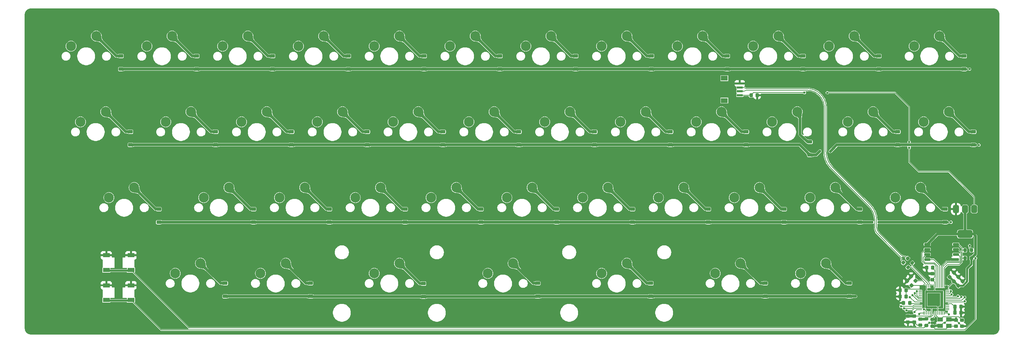
<source format=gbr>
%TF.GenerationSoftware,KiCad,Pcbnew,8.0.8*%
%TF.CreationDate,2025-06-07T17:32:43+02:00*%
%TF.ProjectId,PancakeXXL V2-rounded,50616e63-616b-4655-9858-4c2056322d72,rev?*%
%TF.SameCoordinates,Original*%
%TF.FileFunction,Copper,L2,Bot*%
%TF.FilePolarity,Positive*%
%FSLAX46Y46*%
G04 Gerber Fmt 4.6, Leading zero omitted, Abs format (unit mm)*
G04 Created by KiCad (PCBNEW 8.0.8) date 2025-06-07 17:32:43*
%MOMM*%
%LPD*%
G01*
G04 APERTURE LIST*
G04 Aperture macros list*
%AMRoundRect*
0 Rectangle with rounded corners*
0 $1 Rounding radius*
0 $2 $3 $4 $5 $6 $7 $8 $9 X,Y pos of 4 corners*
0 Add a 4 corners polygon primitive as box body*
4,1,4,$2,$3,$4,$5,$6,$7,$8,$9,$2,$3,0*
0 Add four circle primitives for the rounded corners*
1,1,$1+$1,$2,$3*
1,1,$1+$1,$4,$5*
1,1,$1+$1,$6,$7*
1,1,$1+$1,$8,$9*
0 Add four rect primitives between the rounded corners*
20,1,$1+$1,$2,$3,$4,$5,0*
20,1,$1+$1,$4,$5,$6,$7,0*
20,1,$1+$1,$6,$7,$8,$9,0*
20,1,$1+$1,$8,$9,$2,$3,0*%
G04 Aperture macros list end*
%TA.AperFunction,ComponentPad*%
%ADD10C,2.500000*%
%TD*%
%TA.AperFunction,SMDPad,CuDef*%
%ADD11RoundRect,0.225000X0.375000X-0.225000X0.375000X0.225000X-0.375000X0.225000X-0.375000X-0.225000X0*%
%TD*%
%TA.AperFunction,SMDPad,CuDef*%
%ADD12RoundRect,0.225000X-0.225000X-0.250000X0.225000X-0.250000X0.225000X0.250000X-0.225000X0.250000X0*%
%TD*%
%TA.AperFunction,SMDPad,CuDef*%
%ADD13RoundRect,0.225000X0.250000X-0.225000X0.250000X0.225000X-0.250000X0.225000X-0.250000X-0.225000X0*%
%TD*%
%TA.AperFunction,SMDPad,CuDef*%
%ADD14R,1.800000X1.100000*%
%TD*%
%TA.AperFunction,SMDPad,CuDef*%
%ADD15RoundRect,0.225000X-0.017678X0.335876X-0.335876X0.017678X0.017678X-0.335876X0.335876X-0.017678X0*%
%TD*%
%TA.AperFunction,SMDPad,CuDef*%
%ADD16RoundRect,0.200000X0.275000X-0.200000X0.275000X0.200000X-0.275000X0.200000X-0.275000X-0.200000X0*%
%TD*%
%TA.AperFunction,SMDPad,CuDef*%
%ADD17RoundRect,0.200000X-0.335876X-0.053033X-0.053033X-0.335876X0.335876X0.053033X0.053033X0.335876X0*%
%TD*%
%TA.AperFunction,SMDPad,CuDef*%
%ADD18R,1.400000X1.100000*%
%TD*%
%TA.AperFunction,SMDPad,CuDef*%
%ADD19RoundRect,0.225000X-0.335876X-0.017678X-0.017678X-0.335876X0.335876X0.017678X0.017678X0.335876X0*%
%TD*%
%TA.AperFunction,SMDPad,CuDef*%
%ADD20RoundRect,0.225000X-0.250000X0.225000X-0.250000X-0.225000X0.250000X-0.225000X0.250000X0.225000X0*%
%TD*%
%TA.AperFunction,SMDPad,CuDef*%
%ADD21RoundRect,0.225000X0.225000X0.250000X-0.225000X0.250000X-0.225000X-0.250000X0.225000X-0.250000X0*%
%TD*%
%TA.AperFunction,SMDPad,CuDef*%
%ADD22RoundRect,0.200000X0.200000X0.275000X-0.200000X0.275000X-0.200000X-0.275000X0.200000X-0.275000X0*%
%TD*%
%TA.AperFunction,SMDPad,CuDef*%
%ADD23RoundRect,0.375000X-0.375000X0.625000X-0.375000X-0.625000X0.375000X-0.625000X0.375000X0.625000X0*%
%TD*%
%TA.AperFunction,SMDPad,CuDef*%
%ADD24RoundRect,0.500000X-1.400000X0.500000X-1.400000X-0.500000X1.400000X-0.500000X1.400000X0.500000X0*%
%TD*%
%TA.AperFunction,SMDPad,CuDef*%
%ADD25RoundRect,0.050000X0.387500X0.050000X-0.387500X0.050000X-0.387500X-0.050000X0.387500X-0.050000X0*%
%TD*%
%TA.AperFunction,SMDPad,CuDef*%
%ADD26RoundRect,0.050000X0.050000X0.387500X-0.050000X0.387500X-0.050000X-0.387500X0.050000X-0.387500X0*%
%TD*%
%TA.AperFunction,HeatsinkPad*%
%ADD27R,3.200000X3.200000*%
%TD*%
%TA.AperFunction,SMDPad,CuDef*%
%ADD28RoundRect,0.200000X-0.200000X-0.275000X0.200000X-0.275000X0.200000X0.275000X-0.200000X0.275000X0*%
%TD*%
%TA.AperFunction,SMDPad,CuDef*%
%ADD29RoundRect,0.150000X0.650000X0.150000X-0.650000X0.150000X-0.650000X-0.150000X0.650000X-0.150000X0*%
%TD*%
%TA.AperFunction,SMDPad,CuDef*%
%ADD30R,1.800000X1.200000*%
%TD*%
%TA.AperFunction,SMDPad,CuDef*%
%ADD31R,1.550000X0.600000*%
%TD*%
%TA.AperFunction,ViaPad*%
%ADD32C,0.600000*%
%TD*%
%TA.AperFunction,Conductor*%
%ADD33C,0.635000*%
%TD*%
%TA.AperFunction,Conductor*%
%ADD34C,0.177800*%
%TD*%
%TA.AperFunction,Conductor*%
%ADD35C,0.508000*%
%TD*%
%TA.AperFunction,Conductor*%
%ADD36C,0.200000*%
%TD*%
G04 APERTURE END LIST*
D10*
%TO.P,MX16,1,COL*%
%TO.N,Col3*%
X97631250Y-50403125D03*
%TO.P,MX16,2,ROW*%
%TO.N,Net-(D16-A)*%
X103981250Y-47863125D03*
%TD*%
%TO.P,MX32,1,COL*%
%TO.N,Col7*%
X183356250Y-69453125D03*
%TO.P,MX32,2,ROW*%
%TO.N,Net-(D32-A)*%
X189706250Y-66913125D03*
%TD*%
%TO.P,MX12,1,COL*%
%TO.N,Col11*%
X247650000Y-31353125D03*
%TO.P,MX12,2,ROW*%
%TO.N,Net-(D12-A)*%
X254000000Y-28813125D03*
%TD*%
%TO.P,MX6,1,COL*%
%TO.N,Col5*%
X130968750Y-31353125D03*
%TO.P,MX6,2,ROW*%
%TO.N,Net-(D6-A)*%
X137318750Y-28813125D03*
%TD*%
%TO.P,MX27,1,COL*%
%TO.N,Col2*%
X88106250Y-69453125D03*
%TO.P,MX27,2,ROW*%
%TO.N,Net-(D27-A)*%
X94456250Y-66913125D03*
%TD*%
%TO.P,MX35,1,COL*%
%TO.N,Col10*%
X242887500Y-69453125D03*
%TO.P,MX35,2,ROW*%
%TO.N,Net-(D35-A)*%
X249237500Y-66913125D03*
%TD*%
%TO.P,MX38,1,COL*%
%TO.N,Col4*%
X111918750Y-88503125D03*
%TO.P,MX38,2,ROW*%
%TO.N,Net-(D38-A)*%
X118268750Y-85963125D03*
%TD*%
%TO.P,MX28,1,COL*%
%TO.N,Col3*%
X107156250Y-69453125D03*
%TO.P,MX28,2,ROW*%
%TO.N,Net-(D28-A)*%
X113506250Y-66913125D03*
%TD*%
%TO.P,MX40,1,COL*%
%TO.N,Col7*%
X169068750Y-88503125D03*
%TO.P,MX40,2,ROW*%
%TO.N,Net-(D40-A)*%
X175418750Y-85963125D03*
%TD*%
%TO.P,MX1,1,COL*%
%TO.N,Col0*%
X35718750Y-31353125D03*
%TO.P,MX1,2,ROW*%
%TO.N,Net-(D1-A)*%
X42068750Y-28813125D03*
%TD*%
%TO.P,MX31,1,COL*%
%TO.N,Col6*%
X164306250Y-69453125D03*
%TO.P,MX31,2,ROW*%
%TO.N,Net-(D31-A)*%
X170656250Y-66913125D03*
%TD*%
%TO.P,MX36,1,COL*%
%TO.N,Col1*%
X61912500Y-88503125D03*
%TO.P,MX36,2,ROW*%
%TO.N,Net-(D36-A)*%
X68262500Y-85963125D03*
%TD*%
%TO.P,MX42,1,COL*%
%TO.N,Col9*%
X219075000Y-88503125D03*
%TO.P,MX42,2,ROW*%
%TO.N,Net-(D42-A)*%
X225425000Y-85963125D03*
%TD*%
%TO.P,MX26,1,COL*%
%TO.N,Col1*%
X69056250Y-69453125D03*
%TO.P,MX26,2,ROW*%
%TO.N,Net-(D26-A)*%
X75406250Y-66913125D03*
%TD*%
%TO.P,MX34,1,COL*%
%TO.N,Col9*%
X221456250Y-69453125D03*
%TO.P,MX34,2,ROW*%
%TO.N,Net-(D34-A)*%
X227806250Y-66913125D03*
%TD*%
%TO.P,MX37,1,COL*%
%TO.N,Col2*%
X83343750Y-88503125D03*
%TO.P,MX37,2,ROW*%
%TO.N,Net-(D37-A)*%
X89693750Y-85963125D03*
%TD*%
%TO.P,MX10,1,COL*%
%TO.N,Col9*%
X207168750Y-31353125D03*
%TO.P,MX10,2,ROW*%
%TO.N,Net-(D10-A)*%
X213518750Y-28813125D03*
%TD*%
%TO.P,MX20,1,COL*%
%TO.N,Col7*%
X173831250Y-50403125D03*
%TO.P,MX20,2,ROW*%
%TO.N,Net-(D20-A)*%
X180181250Y-47863125D03*
%TD*%
%TO.P,MX30,1,COL*%
%TO.N,Col5*%
X145256250Y-69453125D03*
%TO.P,MX30,2,ROW*%
%TO.N,Net-(D30-A)*%
X151606250Y-66913125D03*
%TD*%
%TO.P,MX23,1,COL*%
%TO.N,Col10*%
X230981250Y-50403125D03*
%TO.P,MX23,2,ROW*%
%TO.N,Net-(D23-A)*%
X237331250Y-47863125D03*
%TD*%
%TO.P,MX13,1,COL*%
%TO.N,Col0*%
X38100000Y-50403125D03*
%TO.P,MX13,2,ROW*%
%TO.N,Net-(D13-A)*%
X44450000Y-47863125D03*
%TD*%
%TO.P,MX2,1,COL*%
%TO.N,Col1*%
X54768750Y-31353125D03*
%TO.P,MX2,2,ROW*%
%TO.N,Net-(D2-A)*%
X61118750Y-28813125D03*
%TD*%
%TO.P,MX18,1,COL*%
%TO.N,Col5*%
X135731250Y-50403125D03*
%TO.P,MX18,2,ROW*%
%TO.N,Net-(D18-A)*%
X142081250Y-47863125D03*
%TD*%
%TO.P,MX24,1,COL*%
%TO.N,Col11*%
X250031250Y-50403125D03*
%TO.P,MX24,2,ROW*%
%TO.N,Net-(D24-A)*%
X256381250Y-47863125D03*
%TD*%
%TO.P,MX7,1,COL*%
%TO.N,Col6*%
X150018750Y-31353125D03*
%TO.P,MX7,2,ROW*%
%TO.N,Net-(D7-A)*%
X156368750Y-28813125D03*
%TD*%
%TO.P,MX5,1,COL*%
%TO.N,Col4*%
X111918750Y-31353125D03*
%TO.P,MX5,2,ROW*%
%TO.N,Net-(D5-A)*%
X118268750Y-28813125D03*
%TD*%
%TO.P,MX33,1,COL*%
%TO.N,Col8*%
X202406250Y-69453125D03*
%TO.P,MX33,2,ROW*%
%TO.N,Net-(D33-A)*%
X208756250Y-66913125D03*
%TD*%
%TO.P,MX4,1,COL*%
%TO.N,Col3*%
X92868750Y-31353125D03*
%TO.P,MX4,2,ROW*%
%TO.N,Net-(D4-A)*%
X99218750Y-28813125D03*
%TD*%
%TO.P,MX11,1,COL*%
%TO.N,Col10*%
X226218750Y-31353125D03*
%TO.P,MX11,2,ROW*%
%TO.N,Net-(D11-A)*%
X232568750Y-28813125D03*
%TD*%
%TO.P,MX9,1,COL*%
%TO.N,Col8*%
X188118750Y-31353125D03*
%TO.P,MX9,2,ROW*%
%TO.N,Net-(D9-A)*%
X194468750Y-28813125D03*
%TD*%
%TO.P,MX19,1,COL*%
%TO.N,Col6*%
X154781250Y-50403125D03*
%TO.P,MX19,2,ROW*%
%TO.N,Net-(D19-A)*%
X161131250Y-47863125D03*
%TD*%
%TO.P,MX14,1,COL*%
%TO.N,Col1*%
X59531250Y-50403125D03*
%TO.P,MX14,2,ROW*%
%TO.N,Net-(D14-A)*%
X65881250Y-47863125D03*
%TD*%
%TO.P,MX39,1,COL*%
%TO.N,Col5*%
X140493750Y-88503125D03*
%TO.P,MX39,2,ROW*%
%TO.N,Net-(D39-A)*%
X146843750Y-85963125D03*
%TD*%
%TO.P,MX17,1,COL*%
%TO.N,Col4*%
X116681250Y-50403125D03*
%TO.P,MX17,2,ROW*%
%TO.N,Net-(D17-A)*%
X123031250Y-47863125D03*
%TD*%
%TO.P,MX22,1,COL*%
%TO.N,Col9*%
X211931250Y-50403125D03*
%TO.P,MX22,2,ROW*%
%TO.N,Net-(D22-A)*%
X218281250Y-47863125D03*
%TD*%
%TO.P,MX41,1,COL*%
%TO.N,Col8*%
X197643750Y-88503125D03*
%TO.P,MX41,2,ROW*%
%TO.N,Net-(D41-A)*%
X203993750Y-85963125D03*
%TD*%
%TO.P,MX21,1,COL*%
%TO.N,Col8*%
X192881250Y-50403125D03*
%TO.P,MX21,2,ROW*%
%TO.N,Net-(D21-A)*%
X199231250Y-47863125D03*
%TD*%
%TO.P,MX8,1,COL*%
%TO.N,Col7*%
X169068750Y-31353125D03*
%TO.P,MX8,2,ROW*%
%TO.N,Net-(D8-A)*%
X175418750Y-28813125D03*
%TD*%
%TO.P,MX29,1,COL*%
%TO.N,Col4*%
X126206250Y-69453125D03*
%TO.P,MX29,2,ROW*%
%TO.N,Net-(D29-A)*%
X132556250Y-66913125D03*
%TD*%
%TO.P,MX3,1,COL*%
%TO.N,Col2*%
X73818750Y-31353125D03*
%TO.P,MX3,2,ROW*%
%TO.N,Net-(D3-A)*%
X80168750Y-28813125D03*
%TD*%
%TO.P,MX15,1,COL*%
%TO.N,Col2*%
X78581250Y-50403125D03*
%TO.P,MX15,2,ROW*%
%TO.N,Net-(D15-A)*%
X84931250Y-47863125D03*
%TD*%
%TO.P,MX25,1,COL*%
%TO.N,Col0*%
X45243750Y-69453125D03*
%TO.P,MX25,2,ROW*%
%TO.N,Net-(D25-A)*%
X51593750Y-66913125D03*
%TD*%
D11*
%TO.P,D38,1,K*%
%TO.N,Row3*%
X124301250Y-94360000D03*
%TO.P,D38,2,A*%
%TO.N,Net-(D38-A)*%
X124301250Y-91060000D03*
%TD*%
D12*
%TO.P,C18,1*%
%TO.N,GND*%
X250756250Y-87075000D03*
%TO.P,C18,2*%
%TO.N,+1V1*%
X252306250Y-87075000D03*
%TD*%
D13*
%TO.P,C12,1*%
%TO.N,GND*%
X259681250Y-101800000D03*
%TO.P,C12,2*%
%TO.N,XIN*%
X259681250Y-100250000D03*
%TD*%
D11*
%TO.P,D15,1,K*%
%TO.N,Row1*%
X91122500Y-56180625D03*
%TO.P,D15,2,A*%
%TO.N,Net-(D15-A)*%
X91122500Y-52880625D03*
%TD*%
%TO.P,D10,1,K*%
%TO.N,Row0*%
X219710000Y-37130625D03*
%TO.P,D10,2,A*%
%TO.N,Net-(D10-A)*%
X219710000Y-33830625D03*
%TD*%
D14*
%TO.P,SW1,1,1*%
%TO.N,GND*%
X50781250Y-83950000D03*
X44581250Y-83950000D03*
%TO.P,SW1,2,2*%
%TO.N,Net-(U2-RUN)*%
X50781250Y-87650000D03*
X44581250Y-87650000D03*
%TD*%
D11*
%TO.P,D30,1,K*%
%TO.N,Row2*%
X157797500Y-75627500D03*
%TO.P,D30,2,A*%
%TO.N,Net-(D30-A)*%
X157797500Y-72327500D03*
%TD*%
%TO.P,D8,1,K*%
%TO.N,Row0*%
X181610000Y-37130625D03*
%TO.P,D8,2,A*%
%TO.N,Net-(D8-A)*%
X181610000Y-33830625D03*
%TD*%
%TO.P,D37,1,K*%
%TO.N,Row3*%
X95885000Y-94280625D03*
%TO.P,D37,2,A*%
%TO.N,Net-(D37-A)*%
X95885000Y-90980625D03*
%TD*%
%TO.P,D1,1,K*%
%TO.N,Row0*%
X48260000Y-37130625D03*
%TO.P,D1,2,A*%
%TO.N,Net-(D1-A)*%
X48260000Y-33830625D03*
%TD*%
%TO.P,D33,1,K*%
%TO.N,Row2*%
X214947500Y-75627500D03*
%TO.P,D33,2,A*%
%TO.N,Net-(D33-A)*%
X214947500Y-72327500D03*
%TD*%
D15*
%TO.P,C14,1*%
%TO.N,GND*%
X257654904Y-88352638D03*
%TO.P,C14,2*%
%TO.N,+3V3*%
X256558888Y-89448654D03*
%TD*%
D11*
%TO.P,D22,1,K*%
%TO.N,Row1*%
X221431250Y-58725000D03*
%TO.P,D22,2,A*%
%TO.N,Net-(D22-A)*%
X221431250Y-55425000D03*
%TD*%
%TO.P,D24,1,K*%
%TO.N,Row1*%
X262572500Y-56180625D03*
%TO.P,D24,2,A*%
%TO.N,Net-(D24-A)*%
X262572500Y-52880625D03*
%TD*%
D16*
%TO.P,R5,1*%
%TO.N,Net-(U2-RUN)*%
X250681250Y-101600000D03*
%TO.P,R5,2*%
%TO.N,+3V3*%
X250681250Y-99950000D03*
%TD*%
D11*
%TO.P,D35,1,K*%
%TO.N,Row2*%
X255428750Y-75627500D03*
%TO.P,D35,2,A*%
%TO.N,Net-(D35-A)*%
X255428750Y-72327500D03*
%TD*%
%TO.P,D7,1,K*%
%TO.N,Row0*%
X162560000Y-37130625D03*
%TO.P,D7,2,A*%
%TO.N,Net-(D7-A)*%
X162560000Y-33830625D03*
%TD*%
%TO.P,D29,1,K*%
%TO.N,Row2*%
X138747500Y-75627500D03*
%TO.P,D29,2,A*%
%TO.N,Net-(D29-A)*%
X138747500Y-72327500D03*
%TD*%
D17*
%TO.P,R3,1*%
%TO.N,D+*%
X245997887Y-84741637D03*
%TO.P,R3,2*%
%TO.N,Net-(U2-USB_DP)*%
X247164613Y-85908363D03*
%TD*%
D12*
%TO.P,C11,1*%
%TO.N,GND*%
X244956250Y-95975000D03*
%TO.P,C11,2*%
%TO.N,+3V3*%
X246506250Y-95975000D03*
%TD*%
D11*
%TO.P,D31,1,K*%
%TO.N,Row2*%
X176847500Y-75627500D03*
%TO.P,D31,2,A*%
%TO.N,Net-(D31-A)*%
X176847500Y-72327500D03*
%TD*%
%TO.P,D39,1,K*%
%TO.N,Row3*%
X153035000Y-94280625D03*
%TO.P,D39,2,A*%
%TO.N,Net-(D39-A)*%
X153035000Y-90980625D03*
%TD*%
%TO.P,D11,1,K*%
%TO.N,Row0*%
X238760000Y-37130625D03*
%TO.P,D11,2,A*%
%TO.N,Net-(D11-A)*%
X238760000Y-33830625D03*
%TD*%
D18*
%TO.P,Y1,1,1*%
%TO.N,XIN*%
X254208250Y-100124998D03*
%TO.P,Y1,2,2*%
%TO.N,GND*%
X256408250Y-100124998D03*
%TO.P,Y1,3,3*%
%TO.N,Net-(C13-Pad2)*%
X256408250Y-101725002D03*
%TO.P,Y1,4,4*%
%TO.N,GND*%
X254208250Y-101725002D03*
%TD*%
D11*
%TO.P,D9,1,K*%
%TO.N,Row0*%
X200660000Y-37130625D03*
%TO.P,D9,2,A*%
%TO.N,Net-(D9-A)*%
X200660000Y-33830625D03*
%TD*%
D19*
%TO.P,C9,1*%
%TO.N,GND*%
X245883242Y-90426992D03*
%TO.P,C9,2*%
%TO.N,+3V3*%
X246979258Y-91523008D03*
%TD*%
D11*
%TO.P,D27,1,K*%
%TO.N,Row2*%
X100647500Y-75627500D03*
%TO.P,D27,2,A*%
%TO.N,Net-(D27-A)*%
X100647500Y-72327500D03*
%TD*%
%TO.P,D34,1,K*%
%TO.N,Row2*%
X233997500Y-75627500D03*
%TO.P,D34,2,A*%
%TO.N,Net-(D34-A)*%
X233997500Y-72327500D03*
%TD*%
%TO.P,D21,1,K*%
%TO.N,Row1*%
X205422500Y-56180625D03*
%TO.P,D21,2,A*%
%TO.N,Net-(D21-A)*%
X205422500Y-52880625D03*
%TD*%
%TO.P,D20,1,K*%
%TO.N,Row1*%
X186372500Y-56180625D03*
%TO.P,D20,2,A*%
%TO.N,Net-(D20-A)*%
X186372500Y-52880625D03*
%TD*%
D20*
%TO.P,C13,1*%
%TO.N,GND*%
X258181250Y-100250000D03*
%TO.P,C13,2*%
%TO.N,Net-(C13-Pad2)*%
X258181250Y-101800000D03*
%TD*%
D13*
%TO.P,C3,1*%
%TO.N,GND*%
X249181250Y-101550000D03*
%TO.P,C3,2*%
%TO.N,+3V3*%
X249181250Y-100000000D03*
%TD*%
D11*
%TO.P,D36,1,K*%
%TO.N,Row3*%
X74453750Y-94280625D03*
%TO.P,D36,2,A*%
%TO.N,Net-(D36-A)*%
X74453750Y-90980625D03*
%TD*%
D21*
%TO.P,C4,1*%
%TO.N,GND*%
X259406250Y-98399998D03*
%TO.P,C4,2*%
%TO.N,+3V3*%
X257856250Y-98399998D03*
%TD*%
D22*
%TO.P,R2,1*%
%TO.N,Net-(R2-Pad1)*%
X262056250Y-82675000D03*
%TO.P,R2,2*%
%TO.N,/QSPI_SS*%
X260406250Y-82675000D03*
%TD*%
D11*
%TO.P,D4,1,K*%
%TO.N,Row0*%
X105410000Y-37130625D03*
%TO.P,D4,2,A*%
%TO.N,Net-(D4-A)*%
X105410000Y-33830625D03*
%TD*%
D21*
%TO.P,C6,1*%
%TO.N,GND*%
X259406250Y-96875000D03*
%TO.P,C6,2*%
%TO.N,+3V3*%
X257856250Y-96875000D03*
%TD*%
D23*
%TO.P,U1,1,GND*%
%TO.N,GND*%
X258131250Y-72325001D03*
%TO.P,U1,2,VO*%
%TO.N,+3V3*%
X260431250Y-72325002D03*
D24*
X260431250Y-78625000D03*
D23*
%TO.P,U1,3,VI*%
%TO.N,VBUS*%
X262731250Y-72325001D03*
%TD*%
D14*
%TO.P,SW2,1,1*%
%TO.N,GND*%
X50781250Y-91500000D03*
X44581250Y-91500000D03*
%TO.P,SW2,2,2*%
%TO.N,Net-(R2-Pad1)*%
X50781250Y-95200000D03*
X44581250Y-95200000D03*
%TD*%
D13*
%TO.P,C17,1*%
%TO.N,GND*%
X247631251Y-100800000D03*
%TO.P,C17,2*%
%TO.N,+1V1*%
X247631251Y-99250000D03*
%TD*%
D25*
%TO.P,U2,1,IOVDD*%
%TO.N,+3V3*%
X256031250Y-92475000D03*
%TO.P,U2,2,GPIO0*%
%TO.N,unconnected-(U2-GPIO0-Pad2)*%
X256031250Y-92875001D03*
%TO.P,U2,3,GPIO1*%
%TO.N,unconnected-(U2-GPIO1-Pad3)*%
X256031250Y-93275000D03*
%TO.P,U2,4,GPIO2*%
%TO.N,Row2*%
X256031250Y-93675000D03*
%TO.P,U2,5,GPIO3*%
%TO.N,Col10*%
X256031250Y-94075000D03*
%TO.P,U2,6,GPIO4*%
%TO.N,Row1*%
X256031250Y-94474999D03*
%TO.P,U2,7,GPIO5*%
%TO.N,Col11*%
X256031250Y-94875000D03*
%TO.P,U2,8,GPIO6*%
%TO.N,Row0*%
X256031250Y-95275000D03*
%TO.P,U2,9,GPIO7*%
%TO.N,Col9*%
X256031250Y-95675001D03*
%TO.P,U2,10,IOVDD*%
%TO.N,+3V3*%
X256031250Y-96075000D03*
%TO.P,U2,11,GPIO8*%
%TO.N,unconnected-(U2-GPIO8-Pad11)*%
X256031250Y-96475000D03*
%TO.P,U2,12,GPIO9*%
%TO.N,unconnected-(U2-GPIO9-Pad12)*%
X256031250Y-96875000D03*
%TO.P,U2,13,GPIO10*%
%TO.N,unconnected-(U2-GPIO10-Pad13)*%
X256031250Y-97274999D03*
%TO.P,U2,14,GPIO11*%
%TO.N,unconnected-(U2-GPIO11-Pad14)*%
X256031250Y-97675000D03*
D26*
%TO.P,U2,15,GPIO12*%
%TO.N,Col0*%
X255193750Y-98512500D03*
%TO.P,U2,16,GPIO13*%
%TO.N,unconnected-(U2-GPIO13-Pad16)*%
X254793749Y-98512500D03*
%TO.P,U2,17,GPIO14*%
%TO.N,unconnected-(U2-GPIO14-Pad17)*%
X254393750Y-98512500D03*
%TO.P,U2,18,GPIO15*%
%TO.N,unconnected-(U2-GPIO15-Pad18)*%
X253993750Y-98512500D03*
%TO.P,U2,19,TESTEN*%
%TO.N,GND*%
X253593750Y-98512500D03*
%TO.P,U2,20,XIN*%
%TO.N,XIN*%
X253193751Y-98512500D03*
%TO.P,U2,21,XOUT*%
%TO.N,XOUT*%
X252793750Y-98512500D03*
%TO.P,U2,22,IOVDD*%
%TO.N,+3V3*%
X252393750Y-98512500D03*
%TO.P,U2,23,DVDD*%
%TO.N,+1V1*%
X251993749Y-98512500D03*
%TO.P,U2,24,SWCLK*%
%TO.N,unconnected-(U2-SWCLK-Pad24)*%
X251593750Y-98512500D03*
%TO.P,U2,25,SWD*%
%TO.N,unconnected-(U2-SWD-Pad25)*%
X251193750Y-98512500D03*
%TO.P,U2,26,RUN*%
%TO.N,Net-(U2-RUN)*%
X250793750Y-98512500D03*
%TO.P,U2,27,GPIO16*%
%TO.N,unconnected-(U2-GPIO16-Pad27)*%
X250393751Y-98512500D03*
%TO.P,U2,28,GPIO17*%
%TO.N,Col1*%
X249993750Y-98512500D03*
D25*
%TO.P,U2,29,GPIO18*%
%TO.N,Col2*%
X249156250Y-97675000D03*
%TO.P,U2,30,GPIO19*%
%TO.N,Col3*%
X249156250Y-97274999D03*
%TO.P,U2,31,GPIO20*%
%TO.N,Col4*%
X249156250Y-96875000D03*
%TO.P,U2,32,GPIO21*%
%TO.N,Col5*%
X249156250Y-96475000D03*
%TO.P,U2,33,IOVDD*%
%TO.N,+3V3*%
X249156250Y-96075000D03*
%TO.P,U2,34,GPIO22*%
%TO.N,Col6*%
X249156250Y-95675001D03*
%TO.P,U2,35,GPIO23*%
%TO.N,Col7*%
X249156250Y-95275000D03*
%TO.P,U2,36,GPIO24*%
%TO.N,Col8*%
X249156250Y-94875000D03*
%TO.P,U2,37,GPIO25*%
%TO.N,Row3*%
X249156250Y-94474999D03*
%TO.P,U2,38,GPIO26_ADC0*%
%TO.N,unconnected-(U2-GPIO26_ADC0-Pad38)*%
X249156250Y-94075000D03*
%TO.P,U2,39,GPIO27_ADC1*%
%TO.N,unconnected-(U2-GPIO27_ADC1-Pad39)*%
X249156250Y-93675000D03*
%TO.P,U2,40,GPIO28_ADC2*%
%TO.N,unconnected-(U2-GPIO28_ADC2-Pad40)*%
X249156250Y-93275000D03*
%TO.P,U2,41,GPIO29_ADC3*%
%TO.N,unconnected-(U2-GPIO29_ADC3-Pad41)*%
X249156250Y-92875001D03*
%TO.P,U2,42,IOVDD*%
%TO.N,+3V3*%
X249156250Y-92475000D03*
D26*
%TO.P,U2,43,ADC_AVDD*%
X249993750Y-91637500D03*
%TO.P,U2,44,VREG_IN*%
X250393751Y-91637500D03*
%TO.P,U2,45,VREG_VOUT*%
%TO.N,+1V1*%
X250793750Y-91637500D03*
%TO.P,U2,46,USB_DM*%
%TO.N,Net-(U2-USB_DM)*%
X251193750Y-91637500D03*
%TO.P,U2,47,USB_DP*%
%TO.N,Net-(U2-USB_DP)*%
X251593750Y-91637500D03*
%TO.P,U2,48,USB_VDD*%
%TO.N,+3V3*%
X251993749Y-91637500D03*
%TO.P,U2,49,IOVDD*%
X252393750Y-91637500D03*
%TO.P,U2,50,DVDD*%
%TO.N,+1V1*%
X252793750Y-91637500D03*
%TO.P,U2,51,QSPI_SD3*%
%TO.N,/QSPI_SD3*%
X253193751Y-91637500D03*
%TO.P,U2,52,QSPI_SCLK*%
%TO.N,/QSPI_SCLK*%
X253593750Y-91637500D03*
%TO.P,U2,53,QSPI_SD0*%
%TO.N,/QSPI_SD0*%
X253993750Y-91637500D03*
%TO.P,U2,54,QSPI_SD2*%
%TO.N,/QSPI_SD2*%
X254393750Y-91637500D03*
%TO.P,U2,55,QSPI_SD1*%
%TO.N,/QSPI_SD1*%
X254793749Y-91637500D03*
%TO.P,U2,56,QSPI_SS*%
%TO.N,/QSPI_SS*%
X255193750Y-91637500D03*
D27*
%TO.P,U2,57,GND*%
%TO.N,GND*%
X252593750Y-95075000D03*
%TD*%
D17*
%TO.P,R4,1*%
%TO.N,D-*%
X244947887Y-85791637D03*
%TO.P,R4,2*%
%TO.N,Net-(U2-USB_DM)*%
X246114613Y-86958363D03*
%TD*%
D11*
%TO.P,D32,1,K*%
%TO.N,Row2*%
X195897500Y-75627500D03*
%TO.P,D32,2,A*%
%TO.N,Net-(D32-A)*%
X195897500Y-72327500D03*
%TD*%
D28*
%TO.P,R1,1*%
%TO.N,/QSPI_SS*%
X260406250Y-84650000D03*
%TO.P,R1,2*%
%TO.N,+3V3*%
X262056250Y-84650000D03*
%TD*%
D12*
%TO.P,C5,1*%
%TO.N,GND*%
X244056250Y-94305635D03*
%TO.P,C5,2*%
%TO.N,+3V3*%
X245606250Y-94305635D03*
%TD*%
D11*
%TO.P,D14,1,K*%
%TO.N,Row1*%
X72072500Y-56180625D03*
%TO.P,D14,2,A*%
%TO.N,Net-(D14-A)*%
X72072500Y-52880625D03*
%TD*%
D16*
%TO.P,R6,1*%
%TO.N,Net-(C13-Pad2)*%
X252181250Y-101750000D03*
%TO.P,R6,2*%
%TO.N,XOUT*%
X252181250Y-100100000D03*
%TD*%
D19*
%TO.P,C8,1*%
%TO.N,GND*%
X246883242Y-89276992D03*
%TO.P,C8,2*%
%TO.N,+3V3*%
X247979258Y-90373008D03*
%TD*%
D11*
%TO.P,D12,1,K*%
%TO.N,Row0*%
X260191250Y-37130625D03*
%TO.P,D12,2,A*%
%TO.N,Net-(D12-A)*%
X260191250Y-33830625D03*
%TD*%
%TO.P,D41,1,K*%
%TO.N,Row3*%
X210185000Y-94280625D03*
%TO.P,D41,2,A*%
%TO.N,Net-(D41-A)*%
X210185000Y-90980625D03*
%TD*%
%TO.P,D3,1,K*%
%TO.N,Row0*%
X86360000Y-37130625D03*
%TO.P,D3,2,A*%
%TO.N,Net-(D3-A)*%
X86360000Y-33830625D03*
%TD*%
D15*
%TO.P,C2,1*%
%TO.N,GND*%
X258733242Y-89430976D03*
%TO.P,C2,2*%
%TO.N,+3V3*%
X257637226Y-90526992D03*
%TD*%
D13*
%TO.P,C15,1*%
%TO.N,GND*%
X246081250Y-100800000D03*
%TO.P,C15,2*%
%TO.N,+1V1*%
X246081250Y-99250000D03*
%TD*%
D11*
%TO.P,D17,1,K*%
%TO.N,Row1*%
X129222500Y-56180625D03*
%TO.P,D17,2,A*%
%TO.N,Net-(D17-A)*%
X129222500Y-52880625D03*
%TD*%
D12*
%TO.P,C10,1*%
%TO.N,GND*%
X244056250Y-92750000D03*
%TO.P,C10,2*%
%TO.N,+3V3*%
X245606250Y-92750000D03*
%TD*%
D11*
%TO.P,D25,1,K*%
%TO.N,Row2*%
X57785000Y-75627500D03*
%TO.P,D25,2,A*%
%TO.N,Net-(D25-A)*%
X57785000Y-72327500D03*
%TD*%
%TO.P,D16,1,K*%
%TO.N,Row1*%
X110172500Y-56180625D03*
%TO.P,D16,2,A*%
%TO.N,Net-(D16-A)*%
X110172500Y-52880625D03*
%TD*%
%TO.P,D42,1,K*%
%TO.N,Row3*%
X231362250Y-94280625D03*
%TO.P,D42,2,A*%
%TO.N,Net-(D42-A)*%
X231362250Y-90980625D03*
%TD*%
%TO.P,D40,1,K*%
%TO.N,Row3*%
X181451250Y-94280625D03*
%TO.P,D40,2,A*%
%TO.N,Net-(D40-A)*%
X181451250Y-90980625D03*
%TD*%
%TO.P,D2,1,K*%
%TO.N,Row0*%
X67310000Y-37130625D03*
%TO.P,D2,2,A*%
%TO.N,Net-(D2-A)*%
X67310000Y-33830625D03*
%TD*%
D29*
%TO.P,U3,1,~{CS}*%
%TO.N,/QSPI_SS*%
X258131250Y-81170000D03*
%TO.P,U3,2,DO(IO1)*%
%TO.N,/QSPI_SD1*%
X258131250Y-82440000D03*
%TO.P,U3,3,IO2*%
%TO.N,/QSPI_SD2*%
X258131250Y-83710000D03*
%TO.P,U3,4,GND*%
%TO.N,GND*%
X258131250Y-84980000D03*
%TO.P,U3,5,DI(IO0)*%
%TO.N,/QSPI_SD0*%
X250931250Y-84980000D03*
%TO.P,U3,6,CLK*%
%TO.N,/QSPI_SCLK*%
X250931250Y-83710000D03*
%TO.P,U3,7,IO3*%
%TO.N,/QSPI_SD3*%
X250931250Y-82440000D03*
%TO.P,U3,8,VCC*%
%TO.N,+3V3*%
X250931250Y-81170000D03*
%TD*%
D11*
%TO.P,D13,1,K*%
%TO.N,Row1*%
X50641250Y-56180625D03*
%TO.P,D13,2,A*%
%TO.N,Net-(D13-A)*%
X50641250Y-52880625D03*
%TD*%
D21*
%TO.P,C1,1*%
%TO.N,GND*%
X208181250Y-43725000D03*
%TO.P,C1,2*%
%TO.N,VBUS*%
X206631250Y-43725000D03*
%TD*%
D15*
%TO.P,C7,1*%
%TO.N,GND*%
X259829258Y-90526992D03*
%TO.P,C7,2*%
%TO.N,+3V3*%
X258733242Y-91623008D03*
%TD*%
D11*
%TO.P,D26,1,K*%
%TO.N,Row2*%
X81597500Y-75627500D03*
%TO.P,D26,2,A*%
%TO.N,Net-(D26-A)*%
X81597500Y-72327500D03*
%TD*%
%TO.P,D5,1,K*%
%TO.N,Row0*%
X124460000Y-37130625D03*
%TO.P,D5,2,A*%
%TO.N,Net-(D5-A)*%
X124460000Y-33830625D03*
%TD*%
D30*
%TO.P,J1,*%
%TO.N,*%
X199931250Y-45025000D03*
X199931250Y-39425000D03*
D31*
%TO.P,J1,1,Pin_1*%
%TO.N,VBUS*%
X203806250Y-43725000D03*
%TO.P,J1,2,Pin_2*%
%TO.N,D-*%
X203806249Y-42725000D03*
%TO.P,J1,3,Pin_3*%
%TO.N,D+*%
X203806249Y-41725000D03*
%TO.P,J1,4,Pin_4*%
%TO.N,GND*%
X203806250Y-40725000D03*
%TD*%
D11*
%TO.P,D18,1,K*%
%TO.N,Row1*%
X148272500Y-56180625D03*
%TO.P,D18,2,A*%
%TO.N,Net-(D18-A)*%
X148272500Y-52880625D03*
%TD*%
%TO.P,D28,1,K*%
%TO.N,Row2*%
X119697500Y-75627500D03*
%TO.P,D28,2,A*%
%TO.N,Net-(D28-A)*%
X119697500Y-72327500D03*
%TD*%
%TO.P,D23,1,K*%
%TO.N,Row1*%
X243522500Y-56180625D03*
%TO.P,D23,2,A*%
%TO.N,Net-(D23-A)*%
X243522500Y-52880625D03*
%TD*%
%TO.P,D19,1,K*%
%TO.N,Row1*%
X167322500Y-56180625D03*
%TO.P,D19,2,A*%
%TO.N,Net-(D19-A)*%
X167322500Y-52880625D03*
%TD*%
D20*
%TO.P,C16,1*%
%TO.N,GND*%
X252181250Y-88550000D03*
%TO.P,C16,2*%
%TO.N,+1V1*%
X252181250Y-90100000D03*
%TD*%
D11*
%TO.P,D6,1,K*%
%TO.N,Row0*%
X143510000Y-37130625D03*
%TO.P,D6,2,A*%
%TO.N,Net-(D6-A)*%
X143510000Y-33830625D03*
%TD*%
D32*
%TO.N,Row0*%
X260331250Y-94525000D03*
X261581250Y-37125000D03*
%TO.N,Row1*%
X223981250Y-57725000D03*
X226531250Y-57825000D03*
X263931250Y-56225000D03*
X258681250Y-94225000D03*
%TO.N,Row2*%
X237081250Y-75625000D03*
X238731250Y-75625000D03*
X256881250Y-75627500D03*
X256881250Y-92963900D03*
%TO.N,Row3*%
X248321491Y-92976683D03*
X232881250Y-94275000D03*
%TO.N,Col0*%
X256381250Y-98825000D03*
%TO.N,Col1*%
X248881250Y-98725000D03*
%TO.N,Col2*%
X247731250Y-98225000D03*
%TO.N,Col3*%
X245681250Y-97813900D03*
%TO.N,Col4*%
X245081250Y-97325000D03*
%TO.N,Col5*%
X244331250Y-96825000D03*
%TO.N,Col6*%
X246569365Y-94463900D03*
%TO.N,Col7*%
X247193405Y-93963900D03*
%TO.N,Col8*%
X247831258Y-93476358D03*
%TO.N,Col9*%
X260381250Y-95525000D03*
%TO.N,Col10*%
X257045705Y-93789455D03*
%TO.N,Col11*%
X259531250Y-94425000D03*
%TO.N,GND*%
X258943750Y-101062500D03*
X244981250Y-89475000D03*
X259681250Y-86975000D03*
X251031250Y-88550000D03*
X252931250Y-100925000D03*
X252593750Y-95075000D03*
X255331250Y-100925000D03*
X241706250Y-95350000D03*
X261681250Y-88575000D03*
X255931250Y-83875000D03*
%TO.N,VBUS*%
X225806250Y-43075000D03*
X220056250Y-43061100D03*
X246381250Y-55463125D03*
X246381250Y-56898125D03*
%TO.N,+3V3*%
X254431250Y-97675000D03*
X251231250Y-97675000D03*
X252731250Y-97675000D03*
X253331250Y-92475000D03*
X250031250Y-96725000D03*
X252081250Y-92475000D03*
%TO.N,Net-(R2-Pad1)*%
X261581250Y-81525000D03*
X263081250Y-84675000D03*
%TO.N,Net-(U2-RUN)*%
X251431250Y-100925000D03*
X250131250Y-97575000D03*
%TD*%
D33*
%TO.N,Net-(D1-A)*%
X47086250Y-33830625D02*
X48260000Y-33830625D01*
X42068750Y-28813125D02*
X47086250Y-33830625D01*
%TO.N,Row0*%
X67310000Y-37130625D02*
X48260000Y-37130625D01*
X200660000Y-37130625D02*
X181610000Y-37130625D01*
D34*
X259581250Y-95275000D02*
X260331250Y-94525000D01*
D33*
X238760000Y-37130625D02*
X219710000Y-37130625D01*
X143510000Y-37130625D02*
X124460000Y-37130625D01*
D34*
X256031250Y-95275000D02*
X259581250Y-95275000D01*
D33*
X86360000Y-37130625D02*
X67310000Y-37130625D01*
X124460000Y-37130625D02*
X105410000Y-37130625D01*
D34*
X260196875Y-37125000D02*
X260191250Y-37130625D01*
X261581250Y-37125000D02*
X260196875Y-37125000D01*
D33*
X219710000Y-37130625D02*
X200660000Y-37130625D01*
X162560000Y-37130625D02*
X143510000Y-37130625D01*
X162560000Y-37130625D02*
X181610000Y-37130625D01*
X238760000Y-37130625D02*
X260191250Y-37130625D01*
X105410000Y-37130625D02*
X86360000Y-37130625D01*
%TO.N,Net-(D2-A)*%
X61118750Y-28813125D02*
X66136250Y-33830625D01*
X66136250Y-33830625D02*
X67310000Y-33830625D01*
%TO.N,Net-(D3-A)*%
X85186250Y-33830625D02*
X86360000Y-33830625D01*
X80168750Y-28813125D02*
X85186250Y-33830625D01*
%TO.N,Net-(D4-A)*%
X99218750Y-28813125D02*
X104236250Y-33830625D01*
X104236250Y-33830625D02*
X105410000Y-33830625D01*
%TO.N,Net-(D5-A)*%
X118268750Y-28813125D02*
X123286250Y-33830625D01*
X123286250Y-33830625D02*
X124460000Y-33830625D01*
%TO.N,Net-(D6-A)*%
X137318750Y-28813125D02*
X142336250Y-33830625D01*
X142336250Y-33830625D02*
X143510000Y-33830625D01*
%TO.N,Net-(D7-A)*%
X161386250Y-33830625D02*
X162560000Y-33830625D01*
X156368750Y-28813125D02*
X161386250Y-33830625D01*
%TO.N,Net-(D8-A)*%
X175418750Y-28813125D02*
X180436250Y-33830625D01*
X180436250Y-33830625D02*
X181610000Y-33830625D01*
%TO.N,Net-(D9-A)*%
X199486250Y-33830625D02*
X200660000Y-33830625D01*
X194468750Y-28813125D02*
X199486250Y-33830625D01*
%TO.N,Net-(D10-A)*%
X213518750Y-28813125D02*
X218536250Y-33830625D01*
X218536250Y-33830625D02*
X219710000Y-33830625D01*
%TO.N,Net-(D11-A)*%
X237586250Y-33830625D02*
X238760000Y-33830625D01*
X232568750Y-28813125D02*
X237586250Y-33830625D01*
%TO.N,Net-(D12-A)*%
X254000000Y-28813125D02*
X259017500Y-33830625D01*
X259017500Y-33830625D02*
X260191250Y-33830625D01*
%TO.N,Net-(D13-A)*%
X49467500Y-52880625D02*
X44450000Y-47863125D01*
X50641250Y-52880625D02*
X49467500Y-52880625D01*
%TO.N,Row1*%
X262578125Y-56175000D02*
X262572500Y-56180625D01*
X221431250Y-58725000D02*
X222981250Y-58725000D01*
X228175625Y-56180625D02*
X243522500Y-56180625D01*
X243522500Y-56180625D02*
X262572500Y-56180625D01*
D34*
X262616875Y-56225000D02*
X262572500Y-56180625D01*
D33*
X205422500Y-56180625D02*
X218886875Y-56180625D01*
X129222500Y-56180625D02*
X148272500Y-56180625D01*
X148272500Y-56180625D02*
X167322500Y-56180625D01*
X218886875Y-56180625D02*
X221431250Y-58725000D01*
X167322500Y-56180625D02*
X186372500Y-56180625D01*
D34*
X263931250Y-56225000D02*
X262616875Y-56225000D01*
D33*
X91122500Y-56180625D02*
X110172500Y-56180625D01*
X186372500Y-56180625D02*
X205422500Y-56180625D01*
D34*
X258431251Y-94474999D02*
X256031250Y-94474999D01*
D33*
X222981250Y-58725000D02*
X223981250Y-57725000D01*
X129222500Y-56180625D02*
X110172500Y-56180625D01*
X50641250Y-56180625D02*
X72072500Y-56180625D01*
X72072500Y-56180625D02*
X91122500Y-56180625D01*
D34*
X258681250Y-94225000D02*
X258431251Y-94474999D01*
D33*
X226531250Y-57825000D02*
X228175625Y-56180625D01*
%TO.N,Net-(D14-A)*%
X70898750Y-52880625D02*
X65881250Y-47863125D01*
X72072500Y-52880625D02*
X70898750Y-52880625D01*
%TO.N,Net-(D15-A)*%
X89948750Y-52880625D02*
X84931250Y-47863125D01*
X91122500Y-52880625D02*
X89948750Y-52880625D01*
%TO.N,Net-(D16-A)*%
X110172500Y-52880625D02*
X108998750Y-52880625D01*
X108998750Y-52880625D02*
X103981250Y-47863125D01*
%TO.N,Net-(D17-A)*%
X129222500Y-52880625D02*
X128048750Y-52880625D01*
X128048750Y-52880625D02*
X123031250Y-47863125D01*
%TO.N,Net-(D18-A)*%
X148272500Y-52880625D02*
X147098750Y-52880625D01*
X147098750Y-52880625D02*
X142081250Y-47863125D01*
%TO.N,Net-(D19-A)*%
X161131250Y-47863125D02*
X166148750Y-52880625D01*
X166148750Y-52880625D02*
X167322500Y-52880625D01*
%TO.N,Net-(D20-A)*%
X185198750Y-52880625D02*
X186372500Y-52880625D01*
X180181250Y-47863125D02*
X185198750Y-52880625D01*
%TO.N,Net-(D21-A)*%
X205422500Y-52880625D02*
X204248750Y-52880625D01*
X204248750Y-52880625D02*
X199231250Y-47863125D01*
%TO.N,Net-(D22-A)*%
X220831250Y-55425000D02*
X218981250Y-53575000D01*
X221431250Y-55425000D02*
X220831250Y-55425000D01*
X218981250Y-53575000D02*
X218981250Y-48563125D01*
X218981250Y-48563125D02*
X218281250Y-47863125D01*
%TO.N,Net-(D23-A)*%
X237331250Y-47863125D02*
X242348750Y-52880625D01*
X242348750Y-52880625D02*
X243522500Y-52880625D01*
%TO.N,Net-(D24-A)*%
X261398750Y-52880625D02*
X262572500Y-52880625D01*
X256381250Y-47863125D02*
X261398750Y-52880625D01*
%TO.N,Net-(D25-A)*%
X57785000Y-72327500D02*
X57008125Y-72327500D01*
X57008125Y-72327500D02*
X51593750Y-66913125D01*
%TO.N,Row2*%
X238731250Y-75625000D02*
X238733750Y-75627500D01*
X57785000Y-75627500D02*
X81597500Y-75627500D01*
X176847500Y-75627500D02*
X157797500Y-75627500D01*
X100647500Y-75627500D02*
X81597500Y-75627500D01*
X157797500Y-75627500D02*
X138747500Y-75627500D01*
X214947500Y-75627500D02*
X195897500Y-75627500D01*
D34*
X256881250Y-92963900D02*
X256881250Y-93262500D01*
X256468750Y-93675000D02*
X256031250Y-93675000D01*
D33*
X195897500Y-75627500D02*
X176847500Y-75627500D01*
X119697500Y-75627500D02*
X138747500Y-75627500D01*
X237078750Y-75627500D02*
X237081250Y-75625000D01*
D34*
X256881250Y-93262500D02*
X256468750Y-93675000D01*
X256881250Y-75627500D02*
X255428750Y-75627500D01*
D33*
X233997500Y-75627500D02*
X237078750Y-75627500D01*
X233997500Y-75627500D02*
X214947500Y-75627500D01*
X119697500Y-75627500D02*
X100647500Y-75627500D01*
X238733750Y-75627500D02*
X255428750Y-75627500D01*
%TO.N,Net-(D26-A)*%
X81597500Y-72327500D02*
X80820625Y-72327500D01*
X80820625Y-72327500D02*
X75406250Y-66913125D01*
%TO.N,Net-(D27-A)*%
X99870625Y-72327500D02*
X94456250Y-66913125D01*
X100647500Y-72327500D02*
X99870625Y-72327500D01*
%TO.N,Net-(D28-A)*%
X118920625Y-72327500D02*
X113506250Y-66913125D01*
X119697500Y-72327500D02*
X118920625Y-72327500D01*
%TO.N,Net-(D29-A)*%
X137970625Y-72327500D02*
X132556250Y-66913125D01*
X138747500Y-72327500D02*
X137970625Y-72327500D01*
%TO.N,Net-(D30-A)*%
X157020625Y-72327500D02*
X151606250Y-66913125D01*
X157797500Y-72327500D02*
X157020625Y-72327500D01*
%TO.N,Net-(D31-A)*%
X176847500Y-72327500D02*
X176070625Y-72327500D01*
X176070625Y-72327500D02*
X170656250Y-66913125D01*
%TO.N,Net-(D32-A)*%
X195897500Y-72327500D02*
X195120625Y-72327500D01*
X195120625Y-72327500D02*
X189706250Y-66913125D01*
%TO.N,Net-(D33-A)*%
X214170625Y-72327500D02*
X208756250Y-66913125D01*
X214947500Y-72327500D02*
X214170625Y-72327500D01*
%TO.N,Net-(D34-A)*%
X233220625Y-72327500D02*
X227806250Y-66913125D01*
X233997500Y-72327500D02*
X233220625Y-72327500D01*
%TO.N,Net-(D35-A)*%
X255428750Y-72327500D02*
X254651875Y-72327500D01*
X254651875Y-72327500D02*
X249237500Y-66913125D01*
%TO.N,Net-(D36-A)*%
X74453750Y-90980625D02*
X73280000Y-90980625D01*
X73280000Y-90980625D02*
X68262500Y-85963125D01*
%TO.N,Row3*%
X232875625Y-94280625D02*
X231362250Y-94280625D01*
X95885000Y-94280625D02*
X96225625Y-94280625D01*
D34*
X249156250Y-94474999D02*
X248718750Y-94474999D01*
X248718750Y-94474999D02*
X248321491Y-94077740D01*
D33*
X96305000Y-94360000D02*
X124301250Y-94360000D01*
X124301250Y-94360000D02*
X152955625Y-94360000D01*
X210185000Y-94280625D02*
X231362250Y-94280625D01*
X181451250Y-94280625D02*
X210185000Y-94280625D01*
D34*
X248321491Y-94077740D02*
X248321491Y-92976683D01*
D33*
X232881250Y-94275000D02*
X232875625Y-94280625D01*
X153035000Y-94280625D02*
X181451250Y-94280625D01*
X96225625Y-94280625D02*
X96305000Y-94360000D01*
X152955625Y-94360000D02*
X153035000Y-94280625D01*
X74453750Y-94280625D02*
X95885000Y-94280625D01*
%TO.N,Net-(D37-A)*%
X94711250Y-90980625D02*
X89693750Y-85963125D01*
X95885000Y-90980625D02*
X94711250Y-90980625D01*
%TO.N,Net-(D38-A)*%
X123365625Y-91060000D02*
X118268750Y-85963125D01*
X124301250Y-91060000D02*
X123365625Y-91060000D01*
%TO.N,Net-(D39-A)*%
X153035000Y-90980625D02*
X151861250Y-90980625D01*
X151861250Y-90980625D02*
X146843750Y-85963125D01*
%TO.N,Net-(D40-A)*%
X180436250Y-90980625D02*
X175418750Y-85963125D01*
X181451250Y-90980625D02*
X180436250Y-90980625D01*
%TO.N,Net-(D41-A)*%
X203993750Y-85963125D02*
X209011250Y-90980625D01*
X209011250Y-90980625D02*
X210185000Y-90980625D01*
%TO.N,Net-(D42-A)*%
X231362250Y-90980625D02*
X230442500Y-90980625D01*
X230442500Y-90980625D02*
X225425000Y-85963125D01*
D34*
%TO.N,Col0*%
X255193750Y-98512500D02*
X256068750Y-98512500D01*
X256068750Y-98512500D02*
X256381250Y-98825000D01*
%TO.N,Col1*%
X249093750Y-98512500D02*
X248881250Y-98725000D01*
X249993750Y-98512500D02*
X249093750Y-98512500D01*
%TO.N,Col2*%
X248281250Y-97675000D02*
X247731250Y-98225000D01*
X249156250Y-97675000D02*
X248281250Y-97675000D01*
%TO.N,Col3*%
X247666987Y-97274999D02*
X247128086Y-97813900D01*
X247128086Y-97813900D02*
X245681250Y-97813900D01*
X249156250Y-97274999D02*
X247666987Y-97274999D01*
%TO.N,Col4*%
X249156250Y-96875000D02*
X247674118Y-96875000D01*
X247224118Y-97325000D02*
X245081250Y-97325000D01*
X247674118Y-96875000D02*
X247224118Y-97325000D01*
%TO.N,Col5*%
X247331250Y-96825000D02*
X247681250Y-96475000D01*
X247681250Y-96475000D02*
X249156250Y-96475000D01*
X244331250Y-96825000D02*
X247331250Y-96825000D01*
%TO.N,Col6*%
X247780466Y-95675001D02*
X246569365Y-94463900D01*
X249156250Y-95675001D02*
X247780466Y-95675001D01*
%TO.N,Col7*%
X248504505Y-95275000D02*
X247193405Y-93963900D01*
X249156250Y-95275000D02*
X248504505Y-95275000D01*
%TO.N,Col8*%
X247831258Y-93987508D02*
X247831258Y-93476358D01*
X248718750Y-94875000D02*
X247831258Y-93987508D01*
X249156250Y-94875000D02*
X248718750Y-94875000D01*
%TO.N,Col9*%
X256031250Y-95675001D02*
X260231249Y-95675001D01*
X260231249Y-95675001D02*
X260381250Y-95525000D01*
%TO.N,Col10*%
X256760160Y-94075000D02*
X257045705Y-93789455D01*
X256031250Y-94075000D02*
X256760160Y-94075000D01*
%TO.N,Col11*%
X256031250Y-94875000D02*
X259081250Y-94875000D01*
X259081250Y-94875000D02*
X259531250Y-94425000D01*
D33*
%TO.N,GND*%
X258131250Y-84980000D02*
X257036250Y-84980000D01*
X245883242Y-90426992D02*
X245883242Y-90376992D01*
D34*
X256533252Y-100250000D02*
X256408250Y-100124998D01*
D33*
X257036250Y-84980000D02*
X255931250Y-83875000D01*
D34*
X255008252Y-100925000D02*
X255331250Y-100925000D01*
D33*
X251031250Y-88550000D02*
X252181250Y-88550000D01*
X252181250Y-88550000D02*
X252281250Y-88650000D01*
D34*
X249181250Y-101550000D02*
X248381251Y-101550000D01*
D35*
X244956250Y-95975000D02*
X242331250Y-95975000D01*
D34*
X254208250Y-101725002D02*
X253731252Y-101725002D01*
X256131252Y-100124998D02*
X256408250Y-100124998D01*
X253593750Y-98512500D02*
X253593750Y-96075000D01*
X253593750Y-96075000D02*
X252593750Y-95075000D01*
X258181250Y-100300000D02*
X259681250Y-101800000D01*
X258181250Y-100250000D02*
X258181250Y-100300000D01*
X248381251Y-101550000D02*
X247631251Y-100800000D01*
X255331250Y-100925000D02*
X256131252Y-100124998D01*
D33*
X245883242Y-90376992D02*
X244981250Y-89475000D01*
D34*
X254208250Y-101725002D02*
X255008252Y-100925000D01*
D35*
X242331250Y-95975000D02*
X241706250Y-95350000D01*
D34*
X253731252Y-101725002D02*
X252931250Y-100925000D01*
D36*
%TO.N,D-*%
X220757413Y-42450000D02*
X205438204Y-42450000D01*
X204774295Y-42725000D02*
X203806249Y-42725000D01*
X237756249Y-76735270D02*
X237756249Y-77066215D01*
X236162456Y-71474406D02*
X226650042Y-61961992D01*
X237756249Y-75793198D02*
X237756249Y-76735270D01*
X244634079Y-85477829D02*
X244947887Y-85791637D01*
X225056250Y-46748836D02*
X225056250Y-58114236D01*
X238323335Y-78435283D02*
X244116616Y-84228564D01*
X237756249Y-75322162D02*
X237756249Y-75793198D01*
X244116616Y-84228564D02*
G75*
G02*
X244375355Y-84853197I-624616J-624636D01*
G01*
X220757413Y-42450000D02*
G75*
G02*
X223797136Y-43709114I-13J-4298800D01*
G01*
X226650042Y-61961992D02*
G75*
G02*
X225056224Y-58114236I3847758J3847792D01*
G01*
X204774295Y-42725000D02*
G75*
G03*
X205106262Y-42587512I5J469500D01*
G01*
X244375348Y-84853197D02*
G75*
G03*
X244634080Y-85477828I883352J-3D01*
G01*
X237756249Y-75322162D02*
G75*
G03*
X236162437Y-71474425I-5441549J-38D01*
G01*
X225056250Y-46748836D02*
G75*
G03*
X223797171Y-43709079I-4298850J36D01*
G01*
X205106250Y-42587500D02*
G75*
G02*
X205438204Y-42449987I331950J-331900D01*
G01*
X237756249Y-77066215D02*
G75*
G03*
X238323343Y-78435275I1936151J15D01*
G01*
%TO.N,D+*%
X238206251Y-75606801D02*
X238206251Y-76548875D01*
X238206251Y-75606801D02*
X238206251Y-75135764D01*
X238206251Y-76879820D02*
X238206251Y-76548875D01*
X244434814Y-83910366D02*
X238773338Y-78248890D01*
X225506250Y-57927836D02*
X225506250Y-46748829D01*
X227100042Y-61775592D02*
X236612458Y-71288008D01*
X204774295Y-41725000D02*
X203806249Y-41725000D01*
X245684079Y-84427829D02*
X245997887Y-84741637D01*
X220757420Y-42000000D02*
X205438204Y-42000000D01*
X245684079Y-84427829D02*
G75*
G03*
X245059447Y-84169147I-624579J-624671D01*
G01*
X224115350Y-43390900D02*
G75*
G03*
X220757420Y-41999977I-3357950J-3357900D01*
G01*
X238206251Y-76879820D02*
G75*
G03*
X238773350Y-78248878I1936149J20D01*
G01*
X227100042Y-61775592D02*
G75*
G02*
X225506224Y-57927836I3847758J3847792D01*
G01*
X205438204Y-42000000D02*
G75*
G02*
X205106238Y-41862512I-4J469500D01*
G01*
X244434814Y-83910366D02*
G75*
G03*
X245059447Y-84169125I624686J624666D01*
G01*
X224115350Y-43390900D02*
G75*
G02*
X225506223Y-46748829I-3357950J-3357900D01*
G01*
X236612458Y-71288008D02*
G75*
G02*
X238206276Y-75135764I-3847758J-3847792D01*
G01*
X204774295Y-41725000D02*
G75*
G02*
X205106262Y-41862488I5J-469500D01*
G01*
D34*
%TO.N,VBUS*%
X246381250Y-60475000D02*
X246381250Y-56898125D01*
X220056250Y-43061100D02*
X207295150Y-43061100D01*
X203806250Y-43725000D02*
X206631250Y-43725000D01*
X242881250Y-43075000D02*
X246381250Y-46575000D01*
X256331250Y-62875000D02*
X248781250Y-62875000D01*
X248781250Y-62875000D02*
X246381250Y-60475000D01*
X262731250Y-69275000D02*
X256331250Y-62875000D01*
X207295150Y-43061100D02*
X206631250Y-43725000D01*
X262731250Y-72325001D02*
X262731250Y-69275000D01*
X246381250Y-46575000D02*
X246381250Y-55463125D01*
X225806250Y-43075000D02*
X242881250Y-43075000D01*
%TO.N,+3V3*%
X249879258Y-91523008D02*
X246979258Y-91523008D01*
X251120150Y-99511100D02*
X250681250Y-99950000D01*
X256031250Y-96075000D02*
X257056250Y-96075000D01*
D35*
X260981250Y-90547382D02*
X259905624Y-91623008D01*
D34*
X245606250Y-92750000D02*
X245606250Y-94305635D01*
X257056250Y-96075000D02*
X257856250Y-96875000D01*
X249729258Y-90373008D02*
X247979258Y-90373008D01*
D35*
X262056250Y-84650000D02*
X262056250Y-86225000D01*
D34*
X249156250Y-92475000D02*
X245881250Y-92475000D01*
X251832650Y-99511100D02*
X251120150Y-99511100D01*
X245881250Y-92475000D02*
X245606250Y-92750000D01*
D33*
X253476250Y-78625000D02*
X250931250Y-81170000D01*
X253476250Y-78625000D02*
X260431250Y-78625000D01*
D34*
X249993750Y-91637500D02*
X249879258Y-91523008D01*
X249156250Y-96075000D02*
X246606250Y-96075000D01*
X252393750Y-98512500D02*
X252393750Y-98950000D01*
D35*
X258733242Y-91623008D02*
X257637226Y-90526992D01*
D34*
X246606250Y-96075000D02*
X246506250Y-95975000D01*
X250393751Y-91637500D02*
X250393751Y-91037501D01*
D33*
X260431250Y-72325002D02*
X260431250Y-78625000D01*
X263081250Y-83625000D02*
X263081250Y-79075000D01*
X257856250Y-98399998D02*
X257856250Y-96875000D01*
D35*
X259905624Y-91623008D02*
X258733242Y-91623008D01*
D34*
X256031250Y-92132968D02*
X257637226Y-90526992D01*
D33*
X262631250Y-78625000D02*
X260431250Y-78625000D01*
D35*
X262056250Y-86225000D02*
X260981250Y-87300000D01*
D33*
X262056250Y-84650000D02*
X263081250Y-83625000D01*
D35*
X256558888Y-89448654D02*
X257637226Y-90526992D01*
D33*
X249181250Y-100000000D02*
X250631250Y-100000000D01*
D34*
X250393751Y-91037501D02*
X249729258Y-90373008D01*
D33*
X250631250Y-100000000D02*
X250681250Y-99950000D01*
D34*
X252393750Y-98950000D02*
X251832650Y-99511100D01*
X256031250Y-92475000D02*
X256031250Y-92132968D01*
D33*
X263081250Y-79075000D02*
X262631250Y-78625000D01*
D35*
X260981250Y-87300000D02*
X260981250Y-90547382D01*
D34*
%TO.N,XIN*%
X258817348Y-99386098D02*
X254947150Y-99386098D01*
X259681250Y-100250000D02*
X258817348Y-99386098D01*
X254208250Y-100124998D02*
X253193751Y-99110499D01*
X253193751Y-99110499D02*
X253193751Y-98512500D01*
X254947150Y-99386098D02*
X254208250Y-100124998D01*
%TO.N,Net-(C13-Pad2)*%
X252895152Y-102463902D02*
X255669350Y-102463902D01*
X255669350Y-102463902D02*
X256408250Y-101725002D01*
X252181250Y-101750000D02*
X252895152Y-102463902D01*
X256483248Y-101800000D02*
X256408250Y-101725002D01*
X258181250Y-101800000D02*
X256483248Y-101800000D01*
%TO.N,+1V1*%
X252281250Y-90200000D02*
X252181250Y-90100000D01*
X251993749Y-98950000D02*
X251710449Y-99233300D01*
X252181250Y-90100000D02*
X252793750Y-90712500D01*
X251710449Y-99233300D02*
X247647951Y-99233300D01*
X252181250Y-90100000D02*
X252845150Y-89436100D01*
X252845150Y-87713900D02*
X252306250Y-87175000D01*
X247647951Y-99233300D02*
X247631251Y-99250000D01*
D33*
X246081250Y-99250000D02*
X247631251Y-99250000D01*
D34*
X251993749Y-98512500D02*
X251993749Y-98950000D01*
X252793749Y-91637500D02*
X252793750Y-93062500D01*
X250793751Y-91637500D02*
X250793749Y-93050000D01*
X251993749Y-97200000D02*
X251993749Y-98512500D01*
X252793750Y-90712500D02*
X252793750Y-91637500D01*
X252845150Y-89436100D02*
X252845150Y-87713900D01*
%TO.N,/QSPI_SS*%
X259681250Y-82125000D02*
X258826250Y-81270000D01*
X255193750Y-87162500D02*
X256040150Y-86316100D01*
X260406250Y-82675000D02*
X259681250Y-82675000D01*
X259681250Y-85650000D02*
X259681250Y-82675000D01*
X259015150Y-86316100D02*
X259681250Y-85650000D01*
X260406250Y-84650000D02*
X259706250Y-84650000D01*
X259681250Y-82675000D02*
X259681250Y-82125000D01*
X255193750Y-91637500D02*
X255193750Y-87162500D01*
X256040150Y-86316100D02*
X259015150Y-86316100D01*
X258826250Y-81270000D02*
X258031250Y-81270000D01*
D35*
%TO.N,Net-(R2-Pad1)*%
X44281250Y-95350000D02*
X51081250Y-95350000D01*
D34*
X263081250Y-100025000D02*
X263081250Y-84675000D01*
X261581250Y-82200000D02*
X262056250Y-82675000D01*
X58322952Y-102741702D02*
X260364548Y-102741702D01*
X260364548Y-102741702D02*
X263081250Y-100025000D01*
X50781250Y-95200000D02*
X58322952Y-102741702D01*
X261581250Y-81525000D02*
X261581250Y-82200000D01*
%TO.N,Net-(U2-USB_DP)*%
X251593750Y-91312500D02*
X251593750Y-91637500D01*
X247164613Y-86233363D02*
X247164613Y-85908363D01*
X251363940Y-90757690D02*
X247394422Y-86788172D01*
X247394422Y-86788172D02*
G75*
G02*
X247164630Y-86233363I554778J554772D01*
G01*
X251363940Y-90757690D02*
G75*
G02*
X251593741Y-91312500I-554840J-554810D01*
G01*
%TO.N,Net-(U2-USB_DM)*%
X251193750Y-91418750D02*
X251193750Y-91637500D01*
X251039070Y-91045320D02*
X247105904Y-87112154D01*
X246156294Y-86916681D02*
X246114613Y-86958363D01*
X246256922Y-86875000D02*
X246533363Y-86875000D01*
X246156294Y-86916681D02*
G75*
G02*
X246256922Y-86875012I100606J-100619D01*
G01*
X247105904Y-87112154D02*
G75*
G03*
X246533363Y-86875027I-572504J-572546D01*
G01*
X251039070Y-91045320D02*
G75*
G02*
X251193773Y-91418750I-373470J-373480D01*
G01*
%TO.N,Net-(U2-RUN)*%
X250293750Y-97575000D02*
X250131250Y-97575000D01*
X250793750Y-98075000D02*
X250293750Y-97575000D01*
X250092350Y-102188900D02*
X250681250Y-101600000D01*
D35*
X44281250Y-87800000D02*
X51081250Y-87800000D01*
D34*
X251431250Y-100925000D02*
X251356250Y-100925000D01*
X250793750Y-98512500D02*
X250793750Y-98075000D01*
X50781250Y-87650000D02*
X65320150Y-102188900D01*
X65320150Y-102188900D02*
X250092350Y-102188900D01*
X251356250Y-100925000D02*
X250681250Y-101600000D01*
%TO.N,XOUT*%
X252793750Y-99337500D02*
X252181250Y-99950000D01*
X252793750Y-98512500D02*
X252793750Y-99337500D01*
%TO.N,/QSPI_SD0*%
X253993750Y-91637500D02*
X253993750Y-86437500D01*
X253993750Y-86437500D02*
X252536250Y-84980000D01*
X252536250Y-84980000D02*
X250931250Y-84980000D01*
%TO.N,/QSPI_SD3*%
X250316182Y-86152800D02*
X249581250Y-85417868D01*
X249581250Y-85417868D02*
X249581250Y-83325000D01*
X253193751Y-86730369D02*
X252616182Y-86152800D01*
X250466250Y-82440000D02*
X250931250Y-82440000D01*
X252616182Y-86152800D02*
X250316182Y-86152800D01*
X249581250Y-83325000D02*
X250466250Y-82440000D01*
X253193751Y-91637500D02*
X253193751Y-86730369D01*
%TO.N,/QSPI_SD1*%
X255903450Y-85802800D02*
X254793749Y-86912501D01*
X259403450Y-83147200D02*
X259403450Y-85521235D01*
X258796250Y-82540000D02*
X259403450Y-83147200D01*
X259403450Y-85521235D02*
X259121885Y-85802800D01*
X254793749Y-86912501D02*
X254793749Y-91637500D01*
X259121885Y-85802800D02*
X255903450Y-85802800D01*
X258031250Y-82540000D02*
X258796250Y-82540000D01*
%TO.N,/QSPI_SD2*%
X255681250Y-85525000D02*
X259006817Y-85525000D01*
X254393750Y-88447500D02*
X254393749Y-88447499D01*
X254393749Y-91637500D02*
X254393750Y-88447500D01*
X259125650Y-85406167D02*
X259125650Y-84219400D01*
X259006817Y-85525000D02*
X259125650Y-85406167D01*
X259125650Y-84219400D02*
X258666250Y-83760000D01*
X258666250Y-83760000D02*
X257881250Y-83760000D01*
X254393749Y-86812501D02*
X255681250Y-85525000D01*
X254393749Y-88447499D02*
X254393749Y-86812501D01*
%TO.N,/QSPI_SCLK*%
X250707350Y-83710000D02*
X250931250Y-83710000D01*
X252731250Y-85875000D02*
X250431250Y-85875000D01*
X250431250Y-85875000D02*
X249942350Y-85386100D01*
X253593751Y-91637500D02*
X253593751Y-86737501D01*
X253593751Y-86737501D02*
X252731250Y-85875000D01*
X249942350Y-84475000D02*
X250707350Y-83710000D01*
X249942350Y-85386100D02*
X249942350Y-84475000D01*
%TD*%
%TA.AperFunction,Conductor*%
%TO.N,GND*%
G36*
X253150721Y-99340767D02*
G01*
X253175127Y-99359727D01*
X253371431Y-99556031D01*
X253404916Y-99617354D01*
X253407750Y-99643712D01*
X253407750Y-100592744D01*
X253388065Y-100659783D01*
X253335261Y-100705538D01*
X253327083Y-100708926D01*
X253266163Y-100731647D01*
X253266156Y-100731651D01*
X253151062Y-100817811D01*
X253151059Y-100817814D01*
X253064899Y-100932908D01*
X253064895Y-100932915D01*
X253014653Y-101067622D01*
X253014651Y-101067629D01*
X253008250Y-101127157D01*
X253008250Y-101475002D01*
X254084250Y-101475002D01*
X254151289Y-101494687D01*
X254197044Y-101547491D01*
X254208250Y-101599002D01*
X254208250Y-101851002D01*
X254188565Y-101918041D01*
X254135761Y-101963796D01*
X254084250Y-101975002D01*
X253008250Y-101975002D01*
X253008250Y-102009786D01*
X252988565Y-102076825D01*
X252935761Y-102122580D01*
X252866603Y-102132524D01*
X252803047Y-102103499D01*
X252796569Y-102097467D01*
X252792627Y-102093525D01*
X252759142Y-102032202D01*
X252757500Y-101998502D01*
X252756543Y-101998447D01*
X252756748Y-101994882D01*
X252756750Y-101994865D01*
X252756749Y-101505136D01*
X252756476Y-101502784D01*
X252753836Y-101480012D01*
X252753835Y-101480010D01*
X252753835Y-101480009D01*
X252708456Y-101377235D01*
X252629015Y-101297794D01*
X252606528Y-101287865D01*
X252526242Y-101252415D01*
X252501118Y-101249500D01*
X251917749Y-101249500D01*
X251850710Y-101229815D01*
X251804955Y-101177011D01*
X251795011Y-101107853D01*
X251807264Y-101069206D01*
X251816896Y-101050304D01*
X251816897Y-101050300D01*
X251836742Y-100925003D01*
X251836742Y-100924996D01*
X251816897Y-100799699D01*
X251816896Y-100799697D01*
X251816896Y-100799696D01*
X251807264Y-100780793D01*
X251794368Y-100712127D01*
X251820643Y-100647386D01*
X251877749Y-100607128D01*
X251917743Y-100600499D01*
X252501114Y-100600499D01*
X252501129Y-100600497D01*
X252501132Y-100600497D01*
X252526237Y-100597586D01*
X252526238Y-100597585D01*
X252526241Y-100597585D01*
X252629015Y-100552206D01*
X252708456Y-100472765D01*
X252753835Y-100369991D01*
X252756750Y-100344865D01*
X252756749Y-99855136D01*
X252756747Y-99855117D01*
X252753836Y-99830012D01*
X252753835Y-99830008D01*
X252731558Y-99779556D01*
X252722486Y-99710278D01*
X252752309Y-99647093D01*
X252757294Y-99641806D01*
X252883595Y-99515506D01*
X252883598Y-99515504D01*
X252901036Y-99498066D01*
X252901037Y-99498066D01*
X252954316Y-99444787D01*
X252968169Y-99411342D01*
X252972886Y-99399953D01*
X253016727Y-99345551D01*
X253083022Y-99323487D01*
X253150721Y-99340767D01*
G37*
%TD.AperFunction*%
%TA.AperFunction,Conductor*%
G36*
X262764353Y-84924496D02*
G01*
X262849808Y-85009951D01*
X262848375Y-85011383D01*
X262883396Y-85056788D01*
X262891850Y-85101789D01*
X262891850Y-99895185D01*
X262872165Y-99962224D01*
X262855531Y-99982866D01*
X260810004Y-102028392D01*
X260748681Y-102061877D01*
X260678989Y-102056893D01*
X260668264Y-102050000D01*
X259805250Y-102050000D01*
X259738211Y-102030315D01*
X259692456Y-101977511D01*
X259681250Y-101926000D01*
X259681250Y-101674000D01*
X259700935Y-101606961D01*
X259753739Y-101561206D01*
X259805250Y-101550000D01*
X260656249Y-101550000D01*
X260656249Y-101526692D01*
X260656248Y-101526677D01*
X260646105Y-101427392D01*
X260592797Y-101266518D01*
X260592792Y-101266507D01*
X260503825Y-101122271D01*
X260503822Y-101122267D01*
X260383982Y-101002427D01*
X260383978Y-101002424D01*
X260239742Y-100913457D01*
X260239727Y-100913451D01*
X260215285Y-100905351D01*
X260157841Y-100865578D01*
X260131019Y-100801062D01*
X260143335Y-100732286D01*
X260166608Y-100699967D01*
X260201997Y-100664579D01*
X260250509Y-100560545D01*
X260256750Y-100513139D01*
X260256749Y-99986862D01*
X260250509Y-99939455D01*
X260201997Y-99835421D01*
X260120829Y-99754253D01*
X260016795Y-99705741D01*
X260016793Y-99705740D01*
X260016794Y-99705740D01*
X259969390Y-99699500D01*
X259969389Y-99699500D01*
X259449964Y-99699500D01*
X259382925Y-99679815D01*
X259362283Y-99663181D01*
X259192569Y-99493467D01*
X259159084Y-99432144D01*
X259156250Y-99405786D01*
X259156250Y-99374997D01*
X259656250Y-99374997D01*
X259679558Y-99374997D01*
X259679572Y-99374996D01*
X259778857Y-99364853D01*
X259939731Y-99311545D01*
X259939742Y-99311540D01*
X260083978Y-99222573D01*
X260083982Y-99222570D01*
X260203822Y-99102730D01*
X260203825Y-99102726D01*
X260292792Y-98958490D01*
X260292797Y-98958479D01*
X260346105Y-98797604D01*
X260356249Y-98698320D01*
X260356250Y-98698307D01*
X260356250Y-98649998D01*
X259656250Y-98649998D01*
X259656250Y-99374997D01*
X259156250Y-99374997D01*
X259156250Y-98149998D01*
X259656250Y-98149998D01*
X260356249Y-98149998D01*
X260356249Y-98101690D01*
X260356248Y-98101675D01*
X260346105Y-98002390D01*
X260292797Y-97841516D01*
X260292792Y-97841505D01*
X260207111Y-97702596D01*
X260188670Y-97635204D01*
X260207111Y-97572402D01*
X260292792Y-97433492D01*
X260292797Y-97433481D01*
X260346105Y-97272606D01*
X260356249Y-97173322D01*
X260356250Y-97173309D01*
X260356250Y-97125000D01*
X259656250Y-97125000D01*
X259656250Y-98149998D01*
X259156250Y-98149998D01*
X259156250Y-96999000D01*
X259175935Y-96931961D01*
X259228739Y-96886206D01*
X259280250Y-96875000D01*
X259406250Y-96875000D01*
X259406250Y-96749000D01*
X259425935Y-96681961D01*
X259478739Y-96636206D01*
X259530250Y-96625000D01*
X260356249Y-96625000D01*
X260356249Y-96576692D01*
X260356248Y-96576677D01*
X260346105Y-96477392D01*
X260292797Y-96316518D01*
X260292792Y-96316507D01*
X260203825Y-96172271D01*
X260203822Y-96172267D01*
X260153012Y-96121457D01*
X260119527Y-96060134D01*
X260124511Y-95990442D01*
X260166383Y-95934509D01*
X260231847Y-95910092D01*
X260260091Y-95911303D01*
X260381248Y-95930492D01*
X260381250Y-95930492D01*
X260381253Y-95930492D01*
X260506550Y-95910647D01*
X260506551Y-95910647D01*
X260506552Y-95910646D01*
X260506554Y-95910646D01*
X260619592Y-95853050D01*
X260709300Y-95763342D01*
X260766896Y-95650304D01*
X260766896Y-95650302D01*
X260766897Y-95650301D01*
X260766897Y-95650300D01*
X260786742Y-95525003D01*
X260786742Y-95524996D01*
X260766897Y-95399699D01*
X260766897Y-95399698D01*
X260766760Y-95399429D01*
X260709300Y-95286658D01*
X260709296Y-95286654D01*
X260709295Y-95286652D01*
X260619597Y-95196954D01*
X260619594Y-95196952D01*
X260619592Y-95196950D01*
X260506554Y-95139354D01*
X260506553Y-95139353D01*
X260506550Y-95139352D01*
X260502922Y-95138778D01*
X260498868Y-95136856D01*
X260497270Y-95136337D01*
X260497337Y-95136130D01*
X260439787Y-95108849D01*
X260402855Y-95049538D01*
X260403853Y-94979675D01*
X260442462Y-94921443D01*
X260466018Y-94905823D01*
X260569592Y-94853050D01*
X260659300Y-94763342D01*
X260716896Y-94650304D01*
X260716896Y-94650302D01*
X260716897Y-94650301D01*
X260716897Y-94650300D01*
X260736742Y-94525003D01*
X260736742Y-94524996D01*
X260716897Y-94399699D01*
X260716897Y-94399698D01*
X260696845Y-94360344D01*
X260659300Y-94286658D01*
X260659296Y-94286654D01*
X260659295Y-94286652D01*
X260569597Y-94196954D01*
X260569594Y-94196952D01*
X260569592Y-94196950D01*
X260456554Y-94139354D01*
X260456553Y-94139353D01*
X260456550Y-94139352D01*
X260331253Y-94119508D01*
X260331247Y-94119508D01*
X260205949Y-94139352D01*
X260205948Y-94139352D01*
X260135789Y-94175101D01*
X260092908Y-94196950D01*
X260092907Y-94196951D01*
X260092901Y-94196954D01*
X260062307Y-94227549D01*
X260000983Y-94261034D01*
X259931292Y-94256048D01*
X259875359Y-94214176D01*
X259864143Y-94196163D01*
X259863523Y-94194947D01*
X259859300Y-94186658D01*
X259859297Y-94186655D01*
X259859295Y-94186652D01*
X259769597Y-94096954D01*
X259769594Y-94096952D01*
X259769592Y-94096950D01*
X259656554Y-94039354D01*
X259656553Y-94039353D01*
X259656550Y-94039352D01*
X259531253Y-94019508D01*
X259531247Y-94019508D01*
X259405949Y-94039352D01*
X259405948Y-94039352D01*
X259330587Y-94077751D01*
X259292908Y-94096950D01*
X259292907Y-94096951D01*
X259292901Y-94096954D01*
X259262938Y-94126918D01*
X259201614Y-94160403D01*
X259131923Y-94155417D01*
X259075990Y-94113545D01*
X259064777Y-94095538D01*
X259009300Y-93986658D01*
X259009296Y-93986654D01*
X259009295Y-93986652D01*
X258919597Y-93896954D01*
X258919594Y-93896952D01*
X258919592Y-93896950D01*
X258806554Y-93839354D01*
X258806553Y-93839353D01*
X258806550Y-93839352D01*
X258681253Y-93819508D01*
X258681247Y-93819508D01*
X258555949Y-93839352D01*
X258555948Y-93839352D01*
X258502145Y-93866767D01*
X258442908Y-93896950D01*
X258442907Y-93896951D01*
X258442902Y-93896954D01*
X258353204Y-93986652D01*
X258353201Y-93986657D01*
X258295602Y-94099698D01*
X258295602Y-94099699D01*
X258282727Y-94180996D01*
X258252798Y-94244131D01*
X258193487Y-94281063D01*
X258160254Y-94285599D01*
X257415316Y-94285599D01*
X257348277Y-94265914D01*
X257302522Y-94213110D01*
X257292578Y-94143952D01*
X257321603Y-94080396D01*
X257327635Y-94073918D01*
X257373750Y-94027802D01*
X257373755Y-94027797D01*
X257431351Y-93914759D01*
X257431351Y-93914757D01*
X257431352Y-93914756D01*
X257431352Y-93914755D01*
X257451197Y-93789458D01*
X257451197Y-93789451D01*
X257431352Y-93664154D01*
X257431352Y-93664153D01*
X257416931Y-93635851D01*
X257373755Y-93551113D01*
X257373751Y-93551109D01*
X257373750Y-93551107D01*
X257284052Y-93461409D01*
X257284048Y-93461406D01*
X257284047Y-93461405D01*
X257249794Y-93443952D01*
X257214913Y-93426179D01*
X257164118Y-93378205D01*
X257147323Y-93310384D01*
X257169861Y-93244249D01*
X257183523Y-93228018D01*
X257209300Y-93202242D01*
X257266896Y-93089204D01*
X257266896Y-93089202D01*
X257266897Y-93089201D01*
X257266897Y-93089200D01*
X257286742Y-92963903D01*
X257286742Y-92963896D01*
X257266897Y-92838599D01*
X257266897Y-92838598D01*
X257250311Y-92806047D01*
X257209300Y-92725558D01*
X257209296Y-92725554D01*
X257209295Y-92725552D01*
X257119597Y-92635854D01*
X257119594Y-92635852D01*
X257119592Y-92635850D01*
X257006554Y-92578254D01*
X257006553Y-92578253D01*
X257006550Y-92578252D01*
X256881253Y-92558408D01*
X256881247Y-92558408D01*
X256755949Y-92578252D01*
X256755943Y-92578254D01*
X256749540Y-92581517D01*
X256680870Y-92594410D01*
X256616131Y-92568131D01*
X256575877Y-92511023D01*
X256569250Y-92471030D01*
X256569250Y-92410177D01*
X256560518Y-92366282D01*
X256560517Y-92366281D01*
X256560517Y-92366278D01*
X256527254Y-92316496D01*
X256527253Y-92316495D01*
X256477474Y-92283234D01*
X256477468Y-92283231D01*
X256430889Y-92273966D01*
X256368979Y-92241580D01*
X256334405Y-92180864D01*
X256338146Y-92111095D01*
X256367399Y-92064670D01*
X257295805Y-91136263D01*
X257357126Y-91102780D01*
X257426817Y-91107764D01*
X257458973Y-91125572D01*
X257479724Y-91141496D01*
X257489643Y-91149107D01*
X257597509Y-91188367D01*
X257597511Y-91188367D01*
X257712295Y-91188367D01*
X257712298Y-91188367D01*
X257712300Y-91188365D01*
X257720954Y-91186840D01*
X257790393Y-91194583D01*
X257830170Y-91221275D01*
X258038958Y-91430063D01*
X258072443Y-91491386D01*
X258073394Y-91539271D01*
X258071867Y-91547933D01*
X258071867Y-91547936D01*
X258071867Y-91662725D01*
X258111127Y-91770591D01*
X258140235Y-91808525D01*
X258547725Y-92216014D01*
X258585659Y-92245123D01*
X258693525Y-92284383D01*
X258693527Y-92284383D01*
X258808312Y-92284383D01*
X258808314Y-92284383D01*
X258916180Y-92245123D01*
X258954115Y-92216015D01*
X259156303Y-92013825D01*
X259217624Y-91980342D01*
X259243983Y-91977508D01*
X259952293Y-91977508D01*
X259952295Y-91977508D01*
X260042456Y-91953349D01*
X260123292Y-91906679D01*
X261264921Y-90765050D01*
X261311591Y-90684214D01*
X261335750Y-90594053D01*
X261335750Y-87498201D01*
X261355435Y-87431162D01*
X261372069Y-87410520D01*
X261852939Y-86929650D01*
X262339921Y-86442668D01*
X262377095Y-86378279D01*
X262386591Y-86361832D01*
X262392267Y-86340650D01*
X262410751Y-86271671D01*
X262410751Y-86178329D01*
X262410751Y-86170734D01*
X262410750Y-86170716D01*
X262410750Y-85246833D01*
X262430435Y-85179794D01*
X262447069Y-85159152D01*
X262450960Y-85155261D01*
X262508456Y-85097765D01*
X262553835Y-84994991D01*
X262553835Y-84994988D01*
X262556283Y-84985993D01*
X262558311Y-84986544D01*
X262580766Y-84933576D01*
X262638486Y-84894203D01*
X262708329Y-84892286D01*
X262764353Y-84924496D01*
G37*
%TD.AperFunction*%
%TA.AperFunction,Conductor*%
G36*
X258374289Y-99595183D02*
G01*
X258420044Y-99647987D01*
X258431250Y-99699498D01*
X258431250Y-100126000D01*
X258411565Y-100193039D01*
X258358761Y-100238794D01*
X258307250Y-100250000D01*
X258181250Y-100250000D01*
X258181250Y-100376000D01*
X258161565Y-100443039D01*
X258108761Y-100488794D01*
X258057250Y-100500000D01*
X257200250Y-100500000D01*
X257133211Y-100480315D01*
X257087456Y-100427511D01*
X257076250Y-100376000D01*
X257076250Y-100374998D01*
X256532250Y-100374998D01*
X256465211Y-100355313D01*
X256419456Y-100302509D01*
X256408250Y-100250998D01*
X256408250Y-99998998D01*
X256427935Y-99931959D01*
X256480739Y-99886204D01*
X256532250Y-99874998D01*
X257614250Y-99874998D01*
X257681289Y-99894683D01*
X257727044Y-99947487D01*
X257738250Y-99998998D01*
X257738250Y-100000000D01*
X257931250Y-100000000D01*
X257931250Y-99699498D01*
X257950935Y-99632459D01*
X258003739Y-99586704D01*
X258055250Y-99575498D01*
X258307250Y-99575498D01*
X258374289Y-99595183D01*
G37*
%TD.AperFunction*%
%TA.AperFunction,Conductor*%
G36*
X254131788Y-93499685D02*
G01*
X254177543Y-93552489D01*
X254188749Y-93604000D01*
X254188750Y-96545999D01*
X254169065Y-96613038D01*
X254116261Y-96658793D01*
X254064750Y-96669999D01*
X253907147Y-96669999D01*
X253884723Y-96672409D01*
X253833211Y-96683616D01*
X253786549Y-96706973D01*
X253733746Y-96752728D01*
X253697461Y-96809189D01*
X253644656Y-96854943D01*
X253575497Y-96864886D01*
X253511942Y-96835860D01*
X253482264Y-96797655D01*
X253472875Y-96778898D01*
X253427120Y-96726095D01*
X253377113Y-96693958D01*
X253348649Y-96685600D01*
X253310079Y-96674274D01*
X253310075Y-96674273D01*
X253310074Y-96674273D01*
X253280350Y-96669999D01*
X253280346Y-96669999D01*
X251122750Y-96669999D01*
X251055711Y-96650314D01*
X251009956Y-96597510D01*
X250998750Y-96545999D01*
X250998750Y-93604000D01*
X251018435Y-93536961D01*
X251071239Y-93491206D01*
X251122750Y-93480000D01*
X254064749Y-93480000D01*
X254131788Y-93499685D01*
G37*
%TD.AperFunction*%
%TA.AperFunction,Conductor*%
G36*
X267506746Y-21875501D02*
G01*
X267515366Y-21875500D01*
X267515370Y-21875502D01*
X267576840Y-21875500D01*
X267585681Y-21875815D01*
X267785818Y-21890125D01*
X267803327Y-21892641D01*
X267995063Y-21934347D01*
X268012037Y-21939331D01*
X268103959Y-21973613D01*
X268195887Y-22007898D01*
X268211967Y-22015241D01*
X268384186Y-22109276D01*
X268399070Y-22118841D01*
X268556149Y-22236426D01*
X268569520Y-22248012D01*
X268708260Y-22386749D01*
X268719846Y-22400119D01*
X268837436Y-22557197D01*
X268847002Y-22572081D01*
X268941041Y-22744297D01*
X268948387Y-22760383D01*
X269016958Y-22944223D01*
X269021942Y-22961198D01*
X269063651Y-23152928D01*
X269066169Y-23170440D01*
X269080434Y-23369880D01*
X269080750Y-23378727D01*
X269080750Y-102370572D01*
X269080434Y-102379419D01*
X269066119Y-102579552D01*
X269063601Y-102597063D01*
X269021895Y-102788783D01*
X269016910Y-102805760D01*
X268948343Y-102989590D01*
X268940994Y-103005683D01*
X268846959Y-103177892D01*
X268837393Y-103192775D01*
X268719812Y-103349842D01*
X268708226Y-103363214D01*
X268569483Y-103501953D01*
X268556112Y-103513538D01*
X268399043Y-103631116D01*
X268384159Y-103640681D01*
X268211956Y-103734707D01*
X268195862Y-103742057D01*
X268012023Y-103810620D01*
X267995048Y-103815604D01*
X267803322Y-103857308D01*
X267785809Y-103859825D01*
X267584981Y-103874183D01*
X267576136Y-103874499D01*
X267523166Y-103874498D01*
X267515370Y-103874498D01*
X267515369Y-103874498D01*
X267506746Y-103874498D01*
X267506718Y-103874500D01*
X25585678Y-103874500D01*
X25576832Y-103874184D01*
X25554872Y-103872613D01*
X25376692Y-103859869D01*
X25359181Y-103857351D01*
X25167462Y-103815646D01*
X25150486Y-103810662D01*
X24966640Y-103742090D01*
X24950548Y-103734740D01*
X24778345Y-103640711D01*
X24763460Y-103631146D01*
X24606382Y-103513558D01*
X24593012Y-103501972D01*
X24454277Y-103363237D01*
X24442691Y-103349867D01*
X24325099Y-103192784D01*
X24315538Y-103177904D01*
X24221509Y-103005701D01*
X24214159Y-102989609D01*
X24184733Y-102910715D01*
X24145584Y-102805755D01*
X24140605Y-102788797D01*
X24098897Y-102597063D01*
X24096380Y-102579556D01*
X24094408Y-102551986D01*
X24082066Y-102379418D01*
X24081750Y-102370572D01*
X24081750Y-90902155D01*
X43181250Y-90902155D01*
X43181250Y-91250000D01*
X44331250Y-91250000D01*
X44831250Y-91250000D01*
X45981250Y-91250000D01*
X45981250Y-90902172D01*
X45981249Y-90902155D01*
X49381250Y-90902155D01*
X49381250Y-91250000D01*
X50531250Y-91250000D01*
X51031250Y-91250000D01*
X52181250Y-91250000D01*
X52181250Y-90902172D01*
X52181249Y-90902155D01*
X52174848Y-90842627D01*
X52174846Y-90842620D01*
X52124604Y-90707913D01*
X52124600Y-90707906D01*
X52038440Y-90592812D01*
X52038437Y-90592809D01*
X51923343Y-90506649D01*
X51923336Y-90506645D01*
X51788629Y-90456403D01*
X51788622Y-90456401D01*
X51729094Y-90450000D01*
X51031250Y-90450000D01*
X51031250Y-91250000D01*
X50531250Y-91250000D01*
X50531250Y-90450000D01*
X49833405Y-90450000D01*
X49773877Y-90456401D01*
X49773870Y-90456403D01*
X49639163Y-90506645D01*
X49639156Y-90506649D01*
X49524062Y-90592809D01*
X49524059Y-90592812D01*
X49437899Y-90707906D01*
X49437895Y-90707913D01*
X49387653Y-90842620D01*
X49387651Y-90842627D01*
X49381250Y-90902155D01*
X45981249Y-90902155D01*
X45974848Y-90842627D01*
X45974846Y-90842620D01*
X45924604Y-90707913D01*
X45924600Y-90707906D01*
X45838440Y-90592812D01*
X45838437Y-90592809D01*
X45723343Y-90506649D01*
X45723336Y-90506645D01*
X45588629Y-90456403D01*
X45588622Y-90456401D01*
X45529094Y-90450000D01*
X44831250Y-90450000D01*
X44831250Y-91250000D01*
X44331250Y-91250000D01*
X44331250Y-90450000D01*
X43633405Y-90450000D01*
X43573877Y-90456401D01*
X43573870Y-90456403D01*
X43439163Y-90506645D01*
X43439156Y-90506649D01*
X43324062Y-90592809D01*
X43324059Y-90592812D01*
X43237899Y-90707906D01*
X43237895Y-90707913D01*
X43187653Y-90842620D01*
X43187651Y-90842627D01*
X43181250Y-90902155D01*
X24081750Y-90902155D01*
X24081750Y-84200000D01*
X43181250Y-84200000D01*
X43181250Y-84547844D01*
X43187651Y-84607372D01*
X43187653Y-84607379D01*
X43237895Y-84742086D01*
X43237899Y-84742093D01*
X43324059Y-84857187D01*
X43324062Y-84857190D01*
X43439156Y-84943350D01*
X43439163Y-84943354D01*
X43573870Y-84993596D01*
X43581418Y-84995380D01*
X43580905Y-84997548D01*
X43635036Y-85019956D01*
X43674896Y-85077340D01*
X43681250Y-85116524D01*
X43681250Y-86912849D01*
X43661565Y-86979888D01*
X43626140Y-87015952D01*
X43608792Y-87027542D01*
X43586582Y-87060785D01*
X43586579Y-87060791D01*
X43580750Y-87090098D01*
X43580750Y-88209894D01*
X43580751Y-88209902D01*
X43586580Y-88239212D01*
X43608792Y-88272457D01*
X43619307Y-88279482D01*
X43642037Y-88294669D01*
X43642040Y-88294669D01*
X43642041Y-88294670D01*
X43651897Y-88296630D01*
X43671351Y-88300500D01*
X45491148Y-88300499D01*
X45520463Y-88294669D01*
X45553707Y-88272457D01*
X45575919Y-88239213D01*
X45575921Y-88239202D01*
X45579300Y-88231048D01*
X45623141Y-88176644D01*
X45689435Y-88154579D01*
X45693862Y-88154500D01*
X49668638Y-88154500D01*
X49735677Y-88174185D01*
X49781432Y-88226989D01*
X49783201Y-88231051D01*
X49786580Y-88239208D01*
X49786581Y-88239213D01*
X49788859Y-88242622D01*
X49808792Y-88272457D01*
X49819307Y-88279482D01*
X49842037Y-88294669D01*
X49842040Y-88294669D01*
X49842041Y-88294670D01*
X49851897Y-88296630D01*
X49871351Y-88300500D01*
X51112535Y-88300499D01*
X51179574Y-88320184D01*
X51200216Y-88336818D01*
X65152513Y-102289115D01*
X65152516Y-102289119D01*
X65204018Y-102340621D01*
X65237503Y-102401944D01*
X65232519Y-102471636D01*
X65190647Y-102527569D01*
X65125183Y-102551986D01*
X65116337Y-102552302D01*
X58452766Y-102552302D01*
X58385727Y-102532617D01*
X58365085Y-102515983D01*
X51792760Y-95943658D01*
X51759275Y-95882335D01*
X51764259Y-95812643D01*
X51774506Y-95792622D01*
X51775916Y-95789217D01*
X51775919Y-95789213D01*
X51781750Y-95759899D01*
X51781749Y-94640102D01*
X51775919Y-94610787D01*
X51762812Y-94591170D01*
X51753707Y-94577542D01*
X51736360Y-94565952D01*
X51691554Y-94512340D01*
X51681250Y-94462849D01*
X51681250Y-92666524D01*
X51700935Y-92599485D01*
X51753739Y-92553730D01*
X51781270Y-92546179D01*
X51781082Y-92545380D01*
X51788629Y-92543596D01*
X51923336Y-92493354D01*
X51923343Y-92493350D01*
X52038437Y-92407190D01*
X52038440Y-92407187D01*
X52124600Y-92292093D01*
X52124604Y-92292086D01*
X52174846Y-92157379D01*
X52174848Y-92157372D01*
X52181249Y-92097844D01*
X52181250Y-92097827D01*
X52181250Y-91750000D01*
X49381250Y-91750000D01*
X49381250Y-91926000D01*
X49361565Y-91993039D01*
X49308761Y-92038794D01*
X49257250Y-92050000D01*
X48681250Y-92050000D01*
X48681250Y-94650000D01*
X49656750Y-94650000D01*
X49723789Y-94669685D01*
X49769544Y-94722489D01*
X49780750Y-94774000D01*
X49780750Y-94871500D01*
X49761065Y-94938539D01*
X49708261Y-94984294D01*
X49656750Y-94995500D01*
X45705749Y-94995500D01*
X45638710Y-94975815D01*
X45592955Y-94923011D01*
X45581749Y-94871500D01*
X45581749Y-94774000D01*
X45601434Y-94706961D01*
X45654238Y-94661206D01*
X45705749Y-94650000D01*
X46681250Y-94650000D01*
X46681250Y-92050000D01*
X46105250Y-92050000D01*
X46038211Y-92030315D01*
X45992456Y-91977511D01*
X45981250Y-91926000D01*
X45981250Y-91750000D01*
X43181250Y-91750000D01*
X43181250Y-92097844D01*
X43187651Y-92157372D01*
X43187653Y-92157379D01*
X43237895Y-92292086D01*
X43237899Y-92292093D01*
X43324059Y-92407187D01*
X43324062Y-92407190D01*
X43439156Y-92493350D01*
X43439163Y-92493354D01*
X43573870Y-92543596D01*
X43581418Y-92545380D01*
X43580905Y-92547548D01*
X43635036Y-92569956D01*
X43674896Y-92627340D01*
X43681250Y-92666524D01*
X43681250Y-94462849D01*
X43661565Y-94529888D01*
X43626140Y-94565952D01*
X43608792Y-94577542D01*
X43586582Y-94610785D01*
X43586579Y-94610791D01*
X43580750Y-94640098D01*
X43580750Y-95759894D01*
X43580751Y-95759902D01*
X43586580Y-95789212D01*
X43608792Y-95822457D01*
X43625469Y-95833599D01*
X43642037Y-95844669D01*
X43642040Y-95844669D01*
X43642041Y-95844670D01*
X43651897Y-95846630D01*
X43671351Y-95850500D01*
X45491148Y-95850499D01*
X45520463Y-95844669D01*
X45553707Y-95822457D01*
X45575919Y-95789213D01*
X45575921Y-95789202D01*
X45579300Y-95781048D01*
X45623141Y-95726644D01*
X45689435Y-95704579D01*
X45693862Y-95704500D01*
X49668638Y-95704500D01*
X49735677Y-95724185D01*
X49781432Y-95776989D01*
X49783201Y-95781051D01*
X49786580Y-95789208D01*
X49786581Y-95789213D01*
X49788859Y-95792622D01*
X49808792Y-95822457D01*
X49825469Y-95833599D01*
X49842037Y-95844669D01*
X49842040Y-95844669D01*
X49842041Y-95844670D01*
X49851897Y-95846630D01*
X49871351Y-95850500D01*
X51112535Y-95850499D01*
X51179574Y-95870184D01*
X51200216Y-95886818D01*
X58155315Y-102841917D01*
X58155318Y-102841921D01*
X58162386Y-102848989D01*
X58215665Y-102902268D01*
X58285278Y-102931102D01*
X58360626Y-102931102D01*
X260312432Y-102931102D01*
X260312440Y-102931103D01*
X260326874Y-102931103D01*
X260402219Y-102931103D01*
X260402222Y-102931103D01*
X260451441Y-102910714D01*
X260451444Y-102910714D01*
X260471833Y-102902269D01*
X260471833Y-102902268D01*
X260471835Y-102902268D01*
X260525114Y-102848989D01*
X260525114Y-102848988D01*
X260542554Y-102831548D01*
X260542555Y-102831546D01*
X263171095Y-100203006D01*
X263171098Y-100203004D01*
X263188536Y-100185566D01*
X263188537Y-100185566D01*
X263241816Y-100132287D01*
X263250813Y-100110566D01*
X263270651Y-100062674D01*
X263270651Y-99987326D01*
X263270651Y-99977337D01*
X263270650Y-99977323D01*
X263270650Y-85101789D01*
X263290335Y-85034750D01*
X263313240Y-85010499D01*
X263312692Y-85009951D01*
X263409295Y-84913347D01*
X263409300Y-84913342D01*
X263466896Y-84800304D01*
X263466896Y-84800302D01*
X263466897Y-84800301D01*
X263466897Y-84800300D01*
X263486742Y-84675003D01*
X263486742Y-84674996D01*
X263466897Y-84549699D01*
X263466897Y-84549698D01*
X263458605Y-84533424D01*
X263409300Y-84436658D01*
X263409296Y-84436654D01*
X263409295Y-84436652D01*
X263319597Y-84346954D01*
X263319588Y-84346947D01*
X263227112Y-84299828D01*
X263176316Y-84251854D01*
X263159521Y-84184033D01*
X263182059Y-84117898D01*
X263195712Y-84101677D01*
X263415733Y-83881658D01*
X263470764Y-83786342D01*
X263499250Y-83680031D01*
X263499250Y-83569969D01*
X263499250Y-79019969D01*
X263470764Y-78913658D01*
X263415733Y-78818342D01*
X263337908Y-78740517D01*
X262887908Y-78290517D01*
X262792592Y-78235486D01*
X262686281Y-78207000D01*
X262686279Y-78207000D01*
X262555749Y-78207000D01*
X262488710Y-78187315D01*
X262442955Y-78134511D01*
X262433187Y-78089614D01*
X262432015Y-78089691D01*
X262431749Y-78085640D01*
X262416296Y-77968246D01*
X262416294Y-77968239D01*
X262416294Y-77968238D01*
X262355786Y-77822159D01*
X262259532Y-77696718D01*
X262134091Y-77600464D01*
X261988012Y-77539956D01*
X261988010Y-77539955D01*
X261870620Y-77524501D01*
X261870617Y-77524500D01*
X261870611Y-77524500D01*
X261870604Y-77524500D01*
X260973250Y-77524500D01*
X260906211Y-77504815D01*
X260860456Y-77452011D01*
X260849250Y-77400500D01*
X260849250Y-73527557D01*
X260868935Y-73460518D01*
X260921739Y-73414763D01*
X260929915Y-73411376D01*
X260949433Y-73404095D01*
X261036476Y-73371630D01*
X261145937Y-73289689D01*
X261227878Y-73180228D01*
X261275662Y-73052116D01*
X261279118Y-73019967D01*
X261281749Y-72995503D01*
X261281749Y-72995496D01*
X261281750Y-72995487D01*
X261281749Y-71654518D01*
X261275662Y-71597888D01*
X261275661Y-71597886D01*
X261235190Y-71489380D01*
X261227878Y-71469776D01*
X261145937Y-71360315D01*
X261069349Y-71302982D01*
X261036478Y-71278375D01*
X261036476Y-71278374D01*
X260908364Y-71230590D01*
X260908362Y-71230589D01*
X260908360Y-71230589D01*
X260851743Y-71224502D01*
X260010768Y-71224502D01*
X260010759Y-71224503D01*
X259954135Y-71230589D01*
X259826023Y-71278374D01*
X259716563Y-71360315D01*
X259634622Y-71469775D01*
X259604148Y-71551478D01*
X259562276Y-71607411D01*
X259496812Y-71631827D01*
X259428539Y-71616975D01*
X259379134Y-71567569D01*
X259367632Y-71538070D01*
X259332418Y-71396477D01*
X259247859Y-71225978D01*
X259247857Y-71225975D01*
X259128617Y-71077634D01*
X259128616Y-71077633D01*
X258980275Y-70958393D01*
X258980272Y-70958391D01*
X258809773Y-70873832D01*
X258625074Y-70827898D01*
X258582347Y-70825001D01*
X258381250Y-70825001D01*
X258381250Y-73825001D01*
X258582347Y-73825001D01*
X258625074Y-73822103D01*
X258809773Y-73776169D01*
X258980272Y-73691610D01*
X258980275Y-73691608D01*
X259128616Y-73572368D01*
X259128617Y-73572367D01*
X259247857Y-73424026D01*
X259247859Y-73424023D01*
X259332418Y-73253524D01*
X259332419Y-73253523D01*
X259367631Y-73111933D01*
X259402913Y-73051626D01*
X259465199Y-73019967D01*
X259534713Y-73027008D01*
X259589385Y-73070513D01*
X259604147Y-73098524D01*
X259611645Y-73118625D01*
X259634622Y-73180228D01*
X259716563Y-73289689D01*
X259826024Y-73371630D01*
X259932587Y-73411376D01*
X259988517Y-73453246D01*
X260012934Y-73518710D01*
X260013250Y-73527556D01*
X260013250Y-77400500D01*
X259993565Y-77467539D01*
X259940761Y-77513294D01*
X259889250Y-77524500D01*
X258991886Y-77524500D01*
X258874496Y-77539953D01*
X258874487Y-77539956D01*
X258728410Y-77600463D01*
X258602968Y-77696718D01*
X258506713Y-77822160D01*
X258446206Y-77968237D01*
X258446205Y-77968239D01*
X258430751Y-78085629D01*
X258430485Y-78089689D01*
X258428817Y-78089579D01*
X258411065Y-78150039D01*
X258358261Y-78195794D01*
X258306750Y-78207000D01*
X253421219Y-78207000D01*
X253317534Y-78234781D01*
X253317535Y-78234782D01*
X253314910Y-78235485D01*
X253314908Y-78235485D01*
X253314908Y-78235486D01*
X253289370Y-78250230D01*
X253219594Y-78290515D01*
X253219591Y-78290517D01*
X250776928Y-80733181D01*
X250715605Y-80766666D01*
X250689247Y-80769500D01*
X250256573Y-80769500D01*
X250183514Y-80784032D01*
X250183510Y-80784033D01*
X250100649Y-80839399D01*
X250045283Y-80922260D01*
X250045282Y-80922264D01*
X250030750Y-80995321D01*
X250030750Y-81344678D01*
X250045282Y-81417735D01*
X250045283Y-81417739D01*
X250045284Y-81417740D01*
X250100649Y-81500601D01*
X250183510Y-81555966D01*
X250183514Y-81555967D01*
X250256571Y-81570499D01*
X250256574Y-81570500D01*
X250256576Y-81570500D01*
X250794582Y-81570500D01*
X250826674Y-81574725D01*
X250852857Y-81581740D01*
X250876219Y-81588000D01*
X250876221Y-81588000D01*
X250986279Y-81588000D01*
X250986281Y-81588000D01*
X251015244Y-81580239D01*
X251035826Y-81574725D01*
X251067918Y-81570500D01*
X251605926Y-81570500D01*
X251605927Y-81570499D01*
X251678990Y-81555966D01*
X251761851Y-81500601D01*
X251817216Y-81417740D01*
X251831750Y-81344674D01*
X251831750Y-80995326D01*
X251831750Y-80995323D01*
X251831749Y-80995321D01*
X251822335Y-80947990D01*
X251828562Y-80878399D01*
X251856269Y-80836120D01*
X253613072Y-79079319D01*
X253674395Y-79045834D01*
X253700753Y-79043000D01*
X258306751Y-79043000D01*
X258373790Y-79062685D01*
X258419545Y-79115489D01*
X258429312Y-79160385D01*
X258430485Y-79160309D01*
X258430750Y-79164359D01*
X258446203Y-79281753D01*
X258446206Y-79281762D01*
X258506714Y-79427841D01*
X258602968Y-79553282D01*
X258728409Y-79649536D01*
X258874488Y-79710044D01*
X258991889Y-79725500D01*
X261870610Y-79725499D01*
X261870613Y-79725499D01*
X261988003Y-79710046D01*
X261988007Y-79710044D01*
X261988012Y-79710044D01*
X262134091Y-79649536D01*
X262259532Y-79553282D01*
X262355786Y-79427841D01*
X262416294Y-79281762D01*
X262416295Y-79281753D01*
X262418397Y-79273912D01*
X262420001Y-79274341D01*
X262444369Y-79219237D01*
X262502688Y-79180758D01*
X262572553Y-79179917D01*
X262626734Y-79211625D01*
X262626931Y-79211822D01*
X262660416Y-79273145D01*
X262663250Y-79299503D01*
X262663250Y-82082667D01*
X262643565Y-82149706D01*
X262590761Y-82195461D01*
X262521603Y-82205405D01*
X262458047Y-82176380D01*
X262451569Y-82170348D01*
X262429015Y-82147794D01*
X262326242Y-82102415D01*
X262301118Y-82099500D01*
X261894650Y-82099500D01*
X261827611Y-82079815D01*
X261781856Y-82027011D01*
X261770650Y-81975500D01*
X261770650Y-81951789D01*
X261790335Y-81884750D01*
X261813240Y-81860499D01*
X261812692Y-81859951D01*
X261909295Y-81763347D01*
X261909300Y-81763342D01*
X261966896Y-81650304D01*
X261966896Y-81650302D01*
X261966897Y-81650301D01*
X261966897Y-81650300D01*
X261986742Y-81525003D01*
X261986742Y-81524996D01*
X261966897Y-81399699D01*
X261966897Y-81399698D01*
X261966896Y-81399696D01*
X261909300Y-81286658D01*
X261909296Y-81286654D01*
X261909295Y-81286652D01*
X261819597Y-81196954D01*
X261819594Y-81196952D01*
X261819592Y-81196950D01*
X261706554Y-81139354D01*
X261706553Y-81139353D01*
X261706550Y-81139352D01*
X261581253Y-81119508D01*
X261581247Y-81119508D01*
X261455949Y-81139352D01*
X261455948Y-81139352D01*
X261380587Y-81177751D01*
X261342908Y-81196950D01*
X261342907Y-81196951D01*
X261342902Y-81196954D01*
X261253204Y-81286652D01*
X261253201Y-81286657D01*
X261195602Y-81399698D01*
X261195602Y-81399699D01*
X261175758Y-81524996D01*
X261175758Y-81525003D01*
X261195602Y-81650300D01*
X261195602Y-81650301D01*
X261195604Y-81650304D01*
X261253200Y-81763342D01*
X261253202Y-81763344D01*
X261253204Y-81763347D01*
X261349808Y-81859951D01*
X261348375Y-81861383D01*
X261383396Y-81906788D01*
X261391850Y-81951789D01*
X261391850Y-82152323D01*
X261391849Y-82152337D01*
X261391849Y-82237674D01*
X261409147Y-82279434D01*
X261409148Y-82279436D01*
X261420683Y-82307286D01*
X261491399Y-82378002D01*
X261491405Y-82378007D01*
X261519431Y-82406033D01*
X261552916Y-82467356D01*
X261555750Y-82493714D01*
X261555750Y-82994856D01*
X261555752Y-82994882D01*
X261558663Y-83019987D01*
X261558665Y-83019991D01*
X261604043Y-83122764D01*
X261604044Y-83122765D01*
X261683485Y-83202206D01*
X261786259Y-83247585D01*
X261811385Y-83250500D01*
X262301114Y-83250499D01*
X262301129Y-83250497D01*
X262301132Y-83250497D01*
X262326237Y-83247586D01*
X262326238Y-83247585D01*
X262326241Y-83247585D01*
X262429015Y-83202206D01*
X262451569Y-83179652D01*
X262512892Y-83146167D01*
X262582584Y-83151151D01*
X262638517Y-83193023D01*
X262662934Y-83258487D01*
X262663250Y-83267333D01*
X262663250Y-83400496D01*
X262643565Y-83467535D01*
X262626931Y-83488177D01*
X262076926Y-84038181D01*
X262015603Y-84071666D01*
X261989246Y-84074500D01*
X261811392Y-84074500D01*
X261811368Y-84074502D01*
X261786261Y-84077414D01*
X261786258Y-84077415D01*
X261683485Y-84122793D01*
X261604044Y-84202234D01*
X261558665Y-84305006D01*
X261558665Y-84305008D01*
X261555750Y-84330131D01*
X261555750Y-84969856D01*
X261555752Y-84969882D01*
X261558663Y-84994987D01*
X261558665Y-84994991D01*
X261604043Y-85097764D01*
X261665431Y-85159152D01*
X261698916Y-85220475D01*
X261701750Y-85246833D01*
X261701750Y-86026799D01*
X261682065Y-86093838D01*
X261665431Y-86114480D01*
X260697580Y-87082330D01*
X260697578Y-87082333D01*
X260650909Y-87163167D01*
X260649597Y-87168063D01*
X260628899Y-87245311D01*
X260626750Y-87253330D01*
X260626750Y-90031691D01*
X260607065Y-90098730D01*
X260590431Y-90119372D01*
X260093715Y-90616087D01*
X260032392Y-90649572D01*
X259962700Y-90644588D01*
X259918353Y-90616087D01*
X259829258Y-90526992D01*
X259740162Y-90616088D01*
X259678839Y-90649573D01*
X259609147Y-90644589D01*
X259564800Y-90616088D01*
X258379686Y-89430974D01*
X259086795Y-89430974D01*
X259086795Y-89430975D01*
X259829258Y-90173438D01*
X260324232Y-89678464D01*
X260290071Y-89644303D01*
X260290055Y-89644289D01*
X260212688Y-89581265D01*
X260212681Y-89581260D01*
X260061237Y-89505202D01*
X259889294Y-89464451D01*
X259889967Y-89461608D01*
X259837875Y-89439451D01*
X259798572Y-89381684D01*
X259796216Y-89370837D01*
X259795783Y-89370940D01*
X259755031Y-89198996D01*
X259678973Y-89047552D01*
X259678968Y-89047545D01*
X259615941Y-88970173D01*
X259615936Y-88970168D01*
X259581770Y-88936001D01*
X259086795Y-89430974D01*
X258379686Y-89430974D01*
X257301348Y-88352636D01*
X258008457Y-88352636D01*
X258008457Y-88352637D01*
X258733242Y-89077422D01*
X259228216Y-88582448D01*
X259194055Y-88548287D01*
X259194039Y-88548273D01*
X259116672Y-88485249D01*
X259116665Y-88485244D01*
X258965221Y-88409186D01*
X258806397Y-88371544D01*
X258745704Y-88336929D01*
X258714335Y-88279482D01*
X258676693Y-88120658D01*
X258600635Y-87969214D01*
X258600630Y-87969207D01*
X258537603Y-87891835D01*
X258537598Y-87891830D01*
X258503432Y-87857663D01*
X258008457Y-88352636D01*
X257301348Y-88352636D01*
X256788698Y-87839986D01*
X256772212Y-87856473D01*
X256772202Y-87856484D01*
X256709177Y-87933851D01*
X256709172Y-87933859D01*
X256633114Y-88085303D01*
X256594028Y-88250221D01*
X256594028Y-88419699D01*
X256633113Y-88584613D01*
X256644671Y-88607626D01*
X256657168Y-88676369D01*
X256630517Y-88740956D01*
X256573178Y-88780881D01*
X256533861Y-88787279D01*
X256483815Y-88787279D01*
X256375951Y-88826538D01*
X256338009Y-88855651D01*
X256338007Y-88855653D01*
X255965890Y-89227771D01*
X255965886Y-89227776D01*
X255936773Y-89265714D01*
X255897513Y-89373581D01*
X255897513Y-89373582D01*
X255897513Y-89488371D01*
X255936773Y-89596237D01*
X255965881Y-89634171D01*
X256373371Y-90041660D01*
X256411305Y-90070769D01*
X256519171Y-90110029D01*
X256519173Y-90110029D01*
X256633957Y-90110029D01*
X256633960Y-90110029D01*
X256633962Y-90110027D01*
X256642616Y-90108502D01*
X256712055Y-90116245D01*
X256751832Y-90142937D01*
X256942942Y-90334047D01*
X256976427Y-90395370D01*
X256977378Y-90443255D01*
X256975851Y-90451917D01*
X256975851Y-90566709D01*
X257015111Y-90674575D01*
X257015112Y-90674577D01*
X257038644Y-90705243D01*
X257063840Y-90770411D01*
X257049803Y-90838856D01*
X257027951Y-90868412D01*
X256385424Y-91510939D01*
X256324101Y-91544424D01*
X256254409Y-91539440D01*
X256204032Y-91504462D01*
X256179020Y-91475597D01*
X256129012Y-91443459D01*
X256107782Y-91437225D01*
X256061978Y-91423775D01*
X256061974Y-91423774D01*
X256061973Y-91423774D01*
X256032249Y-91419500D01*
X255518250Y-91419500D01*
X255451211Y-91399815D01*
X255405456Y-91347011D01*
X255394250Y-91295500D01*
X255394250Y-91235177D01*
X255385533Y-91191356D01*
X255383150Y-91167164D01*
X255383150Y-87486432D01*
X257142252Y-87486432D01*
X257654904Y-87999084D01*
X258149878Y-87504110D01*
X258115717Y-87469949D01*
X258115701Y-87469935D01*
X258038334Y-87406911D01*
X258038327Y-87406906D01*
X257886883Y-87330848D01*
X257721965Y-87291762D01*
X257552488Y-87291762D01*
X257387569Y-87330848D01*
X257236125Y-87406906D01*
X257236118Y-87406911D01*
X257158746Y-87469938D01*
X257158731Y-87469952D01*
X257142252Y-87486432D01*
X255383150Y-87486432D01*
X255383150Y-87292314D01*
X255402835Y-87225275D01*
X255419469Y-87204633D01*
X256082283Y-86541819D01*
X256143606Y-86508334D01*
X256169964Y-86505500D01*
X258963034Y-86505500D01*
X258963042Y-86505501D01*
X258977476Y-86505501D01*
X259052821Y-86505501D01*
X259052824Y-86505501D01*
X259102043Y-86485112D01*
X259102046Y-86485112D01*
X259122435Y-86476667D01*
X259122435Y-86476666D01*
X259122437Y-86476666D01*
X259175716Y-86423387D01*
X259175716Y-86423386D01*
X259193156Y-86405946D01*
X259193157Y-86405944D01*
X259771095Y-85828006D01*
X259771098Y-85828004D01*
X259788536Y-85810566D01*
X259788537Y-85810566D01*
X259841816Y-85757287D01*
X259860496Y-85712189D01*
X259870651Y-85687674D01*
X259870651Y-85612326D01*
X259870651Y-85602337D01*
X259870650Y-85602323D01*
X259870650Y-85295607D01*
X259890335Y-85228568D01*
X259943139Y-85182813D01*
X260012297Y-85172869D01*
X260044727Y-85182169D01*
X260136259Y-85222585D01*
X260161385Y-85225500D01*
X260651114Y-85225499D01*
X260651129Y-85225497D01*
X260651132Y-85225497D01*
X260676237Y-85222586D01*
X260676238Y-85222585D01*
X260676241Y-85222585D01*
X260779015Y-85177206D01*
X260858456Y-85097765D01*
X260903835Y-84994991D01*
X260906750Y-84969865D01*
X260906749Y-84330136D01*
X260905716Y-84321225D01*
X260903836Y-84305012D01*
X260903835Y-84305010D01*
X260903835Y-84305009D01*
X260858456Y-84202235D01*
X260779015Y-84122794D01*
X260767764Y-84117826D01*
X260676242Y-84077415D01*
X260651115Y-84074500D01*
X260161393Y-84074500D01*
X260161367Y-84074502D01*
X260136262Y-84077413D01*
X260136258Y-84077415D01*
X260044736Y-84117826D01*
X259975458Y-84126898D01*
X259912273Y-84097074D01*
X259875242Y-84037825D01*
X259870650Y-84004392D01*
X259870650Y-83320607D01*
X259890335Y-83253568D01*
X259943139Y-83207813D01*
X260012297Y-83197869D01*
X260044727Y-83207169D01*
X260136259Y-83247585D01*
X260161385Y-83250500D01*
X260651114Y-83250499D01*
X260651129Y-83250497D01*
X260651132Y-83250497D01*
X260676237Y-83247586D01*
X260676238Y-83247585D01*
X260676241Y-83247585D01*
X260779015Y-83202206D01*
X260858456Y-83122765D01*
X260903835Y-83019991D01*
X260906750Y-82994865D01*
X260906749Y-82355136D01*
X260906747Y-82355117D01*
X260903836Y-82330012D01*
X260903835Y-82330010D01*
X260903835Y-82330009D01*
X260858456Y-82227235D01*
X260779015Y-82147794D01*
X260676242Y-82102415D01*
X260651115Y-82099500D01*
X260161393Y-82099500D01*
X260161367Y-82099502D01*
X260136263Y-82102413D01*
X260088036Y-82123707D01*
X260033485Y-82147794D01*
X260033484Y-82147794D01*
X260033087Y-82147970D01*
X259963808Y-82157041D01*
X259900624Y-82127217D01*
X259868440Y-82081988D01*
X259841816Y-82017714D01*
X259841815Y-82017712D01*
X259781472Y-81957369D01*
X259781465Y-81957363D01*
X259068069Y-81243967D01*
X259034584Y-81182644D01*
X259031750Y-81156286D01*
X259031750Y-80995323D01*
X259031749Y-80995321D01*
X259017217Y-80922264D01*
X259017216Y-80922260D01*
X258998356Y-80894034D01*
X258961851Y-80839399D01*
X258878990Y-80784034D01*
X258878989Y-80784033D01*
X258878985Y-80784032D01*
X258805927Y-80769500D01*
X258805924Y-80769500D01*
X257456576Y-80769500D01*
X257456573Y-80769500D01*
X257383514Y-80784032D01*
X257383510Y-80784033D01*
X257300649Y-80839399D01*
X257245283Y-80922260D01*
X257245282Y-80922264D01*
X257230750Y-80995321D01*
X257230750Y-81344678D01*
X257245282Y-81417735D01*
X257245283Y-81417739D01*
X257245284Y-81417740D01*
X257300649Y-81500601D01*
X257383510Y-81555966D01*
X257383514Y-81555967D01*
X257456571Y-81570499D01*
X257456574Y-81570500D01*
X258807536Y-81570500D01*
X258874575Y-81590185D01*
X258895217Y-81606819D01*
X259455531Y-82167133D01*
X259489016Y-82228456D01*
X259491850Y-82254814D01*
X259491850Y-82668386D01*
X259472165Y-82735425D01*
X259419361Y-82781180D01*
X259350203Y-82791124D01*
X259286647Y-82762099D01*
X259280169Y-82756067D01*
X259068069Y-82543967D01*
X259034584Y-82482644D01*
X259031750Y-82456286D01*
X259031750Y-82265323D01*
X259031749Y-82265321D01*
X259017217Y-82192264D01*
X259017216Y-82192260D01*
X258961851Y-82109399D01*
X258878990Y-82054034D01*
X258878989Y-82054033D01*
X258878985Y-82054032D01*
X258805927Y-82039500D01*
X258805924Y-82039500D01*
X257456576Y-82039500D01*
X257456573Y-82039500D01*
X257383514Y-82054032D01*
X257383510Y-82054033D01*
X257300649Y-82109399D01*
X257245283Y-82192260D01*
X257245282Y-82192264D01*
X257230750Y-82265321D01*
X257230750Y-82614678D01*
X257245282Y-82687735D01*
X257245283Y-82687739D01*
X257245284Y-82687740D01*
X257300649Y-82770601D01*
X257383510Y-82825966D01*
X257383514Y-82825967D01*
X257456571Y-82840499D01*
X257456574Y-82840500D01*
X258777536Y-82840500D01*
X258844575Y-82860185D01*
X258865217Y-82876819D01*
X259177731Y-83189333D01*
X259211216Y-83250656D01*
X259214050Y-83277014D01*
X259214050Y-83348069D01*
X259194365Y-83415108D01*
X259141561Y-83460863D01*
X259072403Y-83470807D01*
X259008847Y-83441782D01*
X258986948Y-83416959D01*
X258961852Y-83379400D01*
X258958420Y-83377107D01*
X258914962Y-83348069D01*
X258878989Y-83324033D01*
X258878985Y-83324032D01*
X258805927Y-83309500D01*
X258805924Y-83309500D01*
X257456576Y-83309500D01*
X257456573Y-83309500D01*
X257383514Y-83324032D01*
X257383510Y-83324033D01*
X257300649Y-83379399D01*
X257245283Y-83462260D01*
X257245282Y-83462264D01*
X257230750Y-83535321D01*
X257230750Y-83884678D01*
X257245282Y-83957735D01*
X257245284Y-83957739D01*
X257245284Y-83957740D01*
X257298930Y-84038029D01*
X257319808Y-84104705D01*
X257301323Y-84172085D01*
X257249344Y-84218775D01*
X257230428Y-84225993D01*
X257221055Y-84228716D01*
X257221053Y-84228717D01*
X257079697Y-84312314D01*
X257079688Y-84312321D01*
X256963571Y-84428438D01*
X256963564Y-84428447D01*
X256879968Y-84569801D01*
X256834149Y-84727513D01*
X256833954Y-84729998D01*
X256833955Y-84730000D01*
X258007250Y-84730000D01*
X258074289Y-84749685D01*
X258120044Y-84802489D01*
X258131250Y-84854000D01*
X258131250Y-85106000D01*
X258111565Y-85173039D01*
X258058761Y-85218794D01*
X258007250Y-85230000D01*
X256833955Y-85230000D01*
X256823442Y-85241372D01*
X256817375Y-85270252D01*
X256768322Y-85320007D01*
X256708123Y-85335600D01*
X255643576Y-85335600D01*
X255643574Y-85335600D01*
X255643572Y-85335601D01*
X255573968Y-85364431D01*
X255573960Y-85364436D01*
X254394831Y-86543566D01*
X254333508Y-86577051D01*
X254263816Y-86572067D01*
X254207883Y-86530195D01*
X254183466Y-86464731D01*
X254183150Y-86455885D01*
X254183150Y-86399827D01*
X254183148Y-86399822D01*
X254178014Y-86387428D01*
X254154316Y-86330213D01*
X254101037Y-86276934D01*
X254093972Y-86269869D01*
X254093965Y-86269863D01*
X252714257Y-84890155D01*
X252714255Y-84890152D01*
X252643536Y-84819433D01*
X252609479Y-84805327D01*
X252609477Y-84805326D01*
X252573924Y-84790599D01*
X252498576Y-84790599D01*
X252484142Y-84790599D01*
X252484134Y-84790600D01*
X251922478Y-84790600D01*
X251855439Y-84770915D01*
X251819376Y-84735491D01*
X251761851Y-84649399D01*
X251678989Y-84594033D01*
X251678985Y-84594032D01*
X251605927Y-84579500D01*
X251605924Y-84579500D01*
X250405064Y-84579500D01*
X250338025Y-84559815D01*
X250292270Y-84507011D01*
X250282326Y-84437853D01*
X250311351Y-84374297D01*
X250317383Y-84367819D01*
X250538383Y-84146819D01*
X250599706Y-84113334D01*
X250626064Y-84110500D01*
X251605926Y-84110500D01*
X251605927Y-84110499D01*
X251678990Y-84095966D01*
X251761851Y-84040601D01*
X251817216Y-83957740D01*
X251831750Y-83884674D01*
X251831750Y-83535326D01*
X251831750Y-83535323D01*
X251831749Y-83535321D01*
X251817217Y-83462264D01*
X251817216Y-83462260D01*
X251786947Y-83416959D01*
X251761851Y-83379399D01*
X251706485Y-83342405D01*
X251678989Y-83324033D01*
X251678985Y-83324032D01*
X251605927Y-83309500D01*
X251605924Y-83309500D01*
X250256576Y-83309500D01*
X250256573Y-83309500D01*
X250171531Y-83326416D01*
X250170916Y-83323328D01*
X250120740Y-83328717D01*
X250058265Y-83297434D01*
X250022621Y-83237340D01*
X250025124Y-83167515D01*
X250055090Y-83119011D01*
X250297283Y-82876819D01*
X250358606Y-82843334D01*
X250384964Y-82840500D01*
X251605926Y-82840500D01*
X251605927Y-82840499D01*
X251678990Y-82825966D01*
X251761851Y-82770601D01*
X251817216Y-82687740D01*
X251831750Y-82614674D01*
X251831750Y-82265326D01*
X251831750Y-82265323D01*
X251831749Y-82265321D01*
X251817217Y-82192264D01*
X251817216Y-82192260D01*
X251761851Y-82109399D01*
X251678990Y-82054034D01*
X251678989Y-82054033D01*
X251678985Y-82054032D01*
X251605927Y-82039500D01*
X251605924Y-82039500D01*
X250256576Y-82039500D01*
X250256573Y-82039500D01*
X250183514Y-82054032D01*
X250183510Y-82054033D01*
X250100649Y-82109399D01*
X250045283Y-82192260D01*
X250045282Y-82192264D01*
X250030750Y-82265321D01*
X250030750Y-82556285D01*
X250011065Y-82623324D01*
X249994431Y-82643966D01*
X249420684Y-83217712D01*
X249420684Y-83217714D01*
X249391849Y-83287325D01*
X249391849Y-83377107D01*
X249391850Y-83377116D01*
X249391850Y-85370191D01*
X249391849Y-85370205D01*
X249391849Y-85455544D01*
X249410040Y-85499458D01*
X249410041Y-85499461D01*
X249420681Y-85525149D01*
X249420682Y-85525151D01*
X249420684Y-85525155D01*
X249420686Y-85525157D01*
X249491399Y-85595870D01*
X249491405Y-85595875D01*
X250025556Y-86130026D01*
X250059041Y-86191349D01*
X250054057Y-86261041D01*
X250025557Y-86305388D01*
X249958674Y-86372271D01*
X249869707Y-86516507D01*
X249869702Y-86516518D01*
X249816394Y-86677393D01*
X249806250Y-86776677D01*
X249806250Y-86825000D01*
X250632250Y-86825000D01*
X250699289Y-86844685D01*
X250745044Y-86897489D01*
X250756250Y-86949000D01*
X250756250Y-87075000D01*
X250882250Y-87075000D01*
X250949289Y-87094685D01*
X250995044Y-87147489D01*
X251006250Y-87199000D01*
X251006250Y-88049999D01*
X251029558Y-88049999D01*
X251029572Y-88049998D01*
X251080086Y-88044838D01*
X251148779Y-88057608D01*
X251199663Y-88105488D01*
X251216584Y-88173278D01*
X251216046Y-88180799D01*
X251206250Y-88276677D01*
X251206250Y-88300000D01*
X252057250Y-88300000D01*
X252124289Y-88319685D01*
X252170044Y-88372489D01*
X252181250Y-88424000D01*
X252181250Y-88676000D01*
X252161565Y-88743039D01*
X252108761Y-88788794D01*
X252057250Y-88800000D01*
X251206251Y-88800000D01*
X251206251Y-88823322D01*
X251216394Y-88922607D01*
X251269702Y-89083481D01*
X251269707Y-89083492D01*
X251358674Y-89227728D01*
X251358677Y-89227732D01*
X251478517Y-89347572D01*
X251478521Y-89347575D01*
X251622757Y-89436542D01*
X251622770Y-89436548D01*
X251647211Y-89444647D01*
X251704657Y-89484419D01*
X251731480Y-89548935D01*
X251719165Y-89617711D01*
X251695890Y-89650033D01*
X251660503Y-89685420D01*
X251611990Y-89789456D01*
X251605750Y-89836860D01*
X251605750Y-90363132D01*
X251605751Y-90363138D01*
X251611991Y-90410545D01*
X251611991Y-90410546D01*
X251613230Y-90419952D01*
X251611243Y-90420213D01*
X251611122Y-90477940D01*
X251573225Y-90536638D01*
X251509608Y-90565530D01*
X251440471Y-90555441D01*
X251404538Y-90530436D01*
X248247424Y-87373322D01*
X249806251Y-87373322D01*
X249816394Y-87472607D01*
X249869702Y-87633481D01*
X249869707Y-87633492D01*
X249958674Y-87777728D01*
X249958677Y-87777732D01*
X250078517Y-87897572D01*
X250078521Y-87897575D01*
X250222757Y-87986542D01*
X250222768Y-87986547D01*
X250383643Y-88039855D01*
X250482933Y-88049999D01*
X250506250Y-88049998D01*
X250506250Y-87325000D01*
X249806251Y-87325000D01*
X249806251Y-87373322D01*
X248247424Y-87373322D01*
X247572430Y-86698328D01*
X247572426Y-86698322D01*
X247532658Y-86658555D01*
X247524484Y-86649537D01*
X247517444Y-86640959D01*
X247464998Y-86577051D01*
X247462077Y-86573492D01*
X247448571Y-86553278D01*
X247414921Y-86490319D01*
X247400681Y-86421916D01*
X247425683Y-86356673D01*
X247436594Y-86344194D01*
X247744697Y-86036091D01*
X247760404Y-86016263D01*
X247800989Y-85911503D01*
X247800989Y-85799157D01*
X247760404Y-85694397D01*
X247753436Y-85685600D01*
X247744702Y-85674572D01*
X247744693Y-85674562D01*
X247398412Y-85328283D01*
X247378579Y-85312572D01*
X247378576Y-85312571D01*
X247373491Y-85310601D01*
X247273819Y-85271987D01*
X247161473Y-85271987D01*
X247056712Y-85312572D01*
X247036888Y-85328273D01*
X247036878Y-85328282D01*
X246584533Y-85780629D01*
X246568822Y-85800462D01*
X246568822Y-85800463D01*
X246528237Y-85905223D01*
X246528237Y-86017569D01*
X246553619Y-86083087D01*
X246568822Y-86122329D01*
X246584523Y-86142153D01*
X246584532Y-86142163D01*
X246930813Y-86488442D01*
X246930817Y-86488445D01*
X246930819Y-86488447D01*
X246950647Y-86504154D01*
X246967134Y-86510541D01*
X247022536Y-86553111D01*
X247040272Y-86587845D01*
X247041730Y-86592332D01*
X247043725Y-86662171D01*
X247007645Y-86722004D01*
X246944945Y-86752833D01*
X246885487Y-86748582D01*
X246767313Y-86710191D01*
X246703751Y-86700127D01*
X246640615Y-86670200D01*
X246635463Y-86665334D01*
X246348412Y-86378283D01*
X246328579Y-86362572D01*
X246328576Y-86362571D01*
X246223819Y-86321987D01*
X246111473Y-86321987D01*
X246006712Y-86362572D01*
X245986888Y-86378273D01*
X245986882Y-86378279D01*
X245534533Y-86830629D01*
X245518822Y-86850462D01*
X245518821Y-86850465D01*
X245512070Y-86867892D01*
X245478237Y-86955223D01*
X245478237Y-87067569D01*
X245495298Y-87111608D01*
X245518822Y-87172329D01*
X245534523Y-87192153D01*
X245534532Y-87192163D01*
X245880813Y-87538442D01*
X245880817Y-87538445D01*
X245880819Y-87538447D01*
X245900647Y-87554154D01*
X246005407Y-87594739D01*
X246005409Y-87594739D01*
X246117753Y-87594739D01*
X246222513Y-87554154D01*
X246242341Y-87538449D01*
X246639533Y-87141253D01*
X246700854Y-87107770D01*
X246770546Y-87112754D01*
X246785661Y-87119575D01*
X246818562Y-87137159D01*
X246867234Y-87163172D01*
X246887433Y-87176667D01*
X246967090Y-87242035D01*
X246976099Y-87250201D01*
X249697825Y-89971927D01*
X249731310Y-90033250D01*
X249726326Y-90102942D01*
X249684454Y-90158875D01*
X249618990Y-90183292D01*
X249610144Y-90183608D01*
X248655101Y-90183608D01*
X248588062Y-90163923D01*
X248567420Y-90147289D01*
X248200140Y-89780010D01*
X248200135Y-89780006D01*
X248200131Y-89780002D01*
X248179341Y-89764049D01*
X248162197Y-89750893D01*
X248054330Y-89711633D01*
X248004285Y-89711633D01*
X247937246Y-89691948D01*
X247891491Y-89639144D01*
X247881547Y-89569986D01*
X247893475Y-89531980D01*
X247905032Y-89508967D01*
X247944118Y-89344053D01*
X247944118Y-89174575D01*
X247905031Y-89009657D01*
X247828973Y-88858213D01*
X247828968Y-88858206D01*
X247765935Y-88780828D01*
X247765923Y-88780815D01*
X247749447Y-88764339D01*
X247060019Y-89453769D01*
X246766372Y-89747416D01*
X246766372Y-89757958D01*
X246787176Y-89796058D01*
X246782192Y-89865750D01*
X246753691Y-89910097D01*
X246060019Y-90603769D01*
X245370590Y-91293197D01*
X245387073Y-91309680D01*
X245387089Y-91309694D01*
X245464456Y-91372718D01*
X245464463Y-91372723D01*
X245615907Y-91448781D01*
X245780826Y-91487868D01*
X245950303Y-91487868D01*
X246115217Y-91448782D01*
X246138230Y-91437225D01*
X246206973Y-91424728D01*
X246271560Y-91451379D01*
X246311485Y-91508718D01*
X246317883Y-91548035D01*
X246317883Y-91598080D01*
X246322403Y-91610500D01*
X246357143Y-91705946D01*
X246364276Y-91715242D01*
X246386255Y-91743886D01*
X246386257Y-91743888D01*
X246716289Y-92073919D01*
X246749774Y-92135242D01*
X246744790Y-92204933D01*
X246702919Y-92260867D01*
X246637454Y-92285284D01*
X246628608Y-92285600D01*
X246128538Y-92285600D01*
X246061499Y-92265915D01*
X246040857Y-92249281D01*
X246020829Y-92229253D01*
X245992438Y-92216014D01*
X245916795Y-92180741D01*
X245916793Y-92180740D01*
X245916794Y-92180740D01*
X245869389Y-92174500D01*
X245343117Y-92174500D01*
X245328089Y-92176478D01*
X245295705Y-92180741D01*
X245295703Y-92180742D01*
X245295701Y-92180742D01*
X245191670Y-92229253D01*
X245156283Y-92264640D01*
X245094960Y-92298125D01*
X245025268Y-92293139D01*
X244969335Y-92251267D01*
X244950897Y-92215961D01*
X244942798Y-92191520D01*
X244942792Y-92191507D01*
X244853825Y-92047271D01*
X244853822Y-92047267D01*
X244733982Y-91927427D01*
X244733978Y-91927424D01*
X244589742Y-91838457D01*
X244589731Y-91838452D01*
X244428856Y-91785144D01*
X244329572Y-91775000D01*
X244306250Y-91775000D01*
X244306250Y-95286635D01*
X244286565Y-95353674D01*
X244233761Y-95399429D01*
X244182250Y-95410635D01*
X244073330Y-95410635D01*
X244069704Y-95416513D01*
X244069702Y-95416516D01*
X244016394Y-95577392D01*
X244006250Y-95676677D01*
X244006250Y-95725000D01*
X244832250Y-95725000D01*
X244899289Y-95744685D01*
X244945044Y-95797489D01*
X244956250Y-95849000D01*
X244956250Y-96101000D01*
X244936565Y-96168039D01*
X244883761Y-96213794D01*
X244832250Y-96225000D01*
X244006251Y-96225000D01*
X244006251Y-96273322D01*
X244016394Y-96372606D01*
X244016395Y-96372612D01*
X244042327Y-96450870D01*
X244044729Y-96520698D01*
X244012308Y-96577549D01*
X244003201Y-96586656D01*
X243945602Y-96699698D01*
X243945602Y-96699699D01*
X243925758Y-96824996D01*
X243925758Y-96825003D01*
X243945602Y-96950300D01*
X243945602Y-96950301D01*
X243945604Y-96950304D01*
X244003200Y-97063342D01*
X244003202Y-97063344D01*
X244003204Y-97063347D01*
X244092902Y-97153045D01*
X244092904Y-97153046D01*
X244092908Y-97153050D01*
X244205946Y-97210646D01*
X244205947Y-97210646D01*
X244205949Y-97210647D01*
X244331247Y-97230492D01*
X244331250Y-97230492D01*
X244331253Y-97230492D01*
X244456550Y-97210647D01*
X244456551Y-97210646D01*
X244456554Y-97210646D01*
X244497864Y-97189597D01*
X244566529Y-97176700D01*
X244631270Y-97202974D01*
X244671529Y-97260080D01*
X244676633Y-97319470D01*
X244675758Y-97324997D01*
X244675758Y-97325003D01*
X244695602Y-97450300D01*
X244695602Y-97450301D01*
X244702786Y-97464399D01*
X244753200Y-97563342D01*
X244753202Y-97563344D01*
X244753204Y-97563347D01*
X244842902Y-97653045D01*
X244842904Y-97653046D01*
X244842908Y-97653050D01*
X244955946Y-97710646D01*
X244955947Y-97710646D01*
X244955949Y-97710647D01*
X245081247Y-97730492D01*
X245081250Y-97730492D01*
X245081252Y-97730492D01*
X245135637Y-97721878D01*
X245204930Y-97730832D01*
X245258382Y-97775828D01*
X245277508Y-97824953D01*
X245295602Y-97939201D01*
X245306529Y-97960646D01*
X245353200Y-98052242D01*
X245353202Y-98052244D01*
X245353204Y-98052247D01*
X245442902Y-98141945D01*
X245442904Y-98141946D01*
X245442908Y-98141950D01*
X245555946Y-98199546D01*
X245555947Y-98199546D01*
X245555949Y-98199547D01*
X245681247Y-98219392D01*
X245681250Y-98219392D01*
X245681253Y-98219392D01*
X245806550Y-98199547D01*
X245806551Y-98199547D01*
X245806552Y-98199546D01*
X245806554Y-98199546D01*
X245919592Y-98141950D01*
X245962254Y-98099288D01*
X246016201Y-98045342D01*
X246017632Y-98046773D01*
X246063052Y-98011749D01*
X246108040Y-98003300D01*
X247075970Y-98003300D01*
X247075978Y-98003301D01*
X247090412Y-98003301D01*
X247165759Y-98003301D01*
X247165760Y-98003301D01*
X247170002Y-98001544D01*
X247239471Y-97994072D01*
X247301951Y-98025345D01*
X247337606Y-98085433D01*
X247339933Y-98135500D01*
X247337637Y-98149998D01*
X247325759Y-98224998D01*
X247325758Y-98225002D01*
X247325758Y-98225003D01*
X247345602Y-98350300D01*
X247345602Y-98350301D01*
X247352960Y-98364741D01*
X247403200Y-98463342D01*
X247403202Y-98463344D01*
X247403204Y-98463347D01*
X247427676Y-98487819D01*
X247461161Y-98549142D01*
X247456177Y-98618834D01*
X247414305Y-98674767D01*
X247348841Y-98699184D01*
X247346833Y-98699256D01*
X247343127Y-98699499D01*
X247334786Y-98700597D01*
X247295706Y-98705741D01*
X247295704Y-98705742D01*
X247295702Y-98705742D01*
X247191671Y-98754253D01*
X247150244Y-98795681D01*
X247088921Y-98829166D01*
X247062563Y-98832000D01*
X246649938Y-98832000D01*
X246582899Y-98812315D01*
X246562257Y-98795681D01*
X246520829Y-98754253D01*
X246480712Y-98735546D01*
X246416795Y-98705741D01*
X246416793Y-98705740D01*
X246416794Y-98705740D01*
X246369389Y-98699500D01*
X245793117Y-98699500D01*
X245778089Y-98701478D01*
X245745705Y-98705741D01*
X245745703Y-98705742D01*
X245745701Y-98705742D01*
X245641670Y-98754253D01*
X245560503Y-98835420D01*
X245511990Y-98939456D01*
X245505750Y-98986860D01*
X245505750Y-99513132D01*
X245505751Y-99513138D01*
X245511991Y-99560545D01*
X245511992Y-99560547D01*
X245511992Y-99560548D01*
X245560503Y-99664579D01*
X245595889Y-99699965D01*
X245629374Y-99761288D01*
X245624390Y-99830980D01*
X245582518Y-99886913D01*
X245547215Y-99905351D01*
X245522770Y-99913451D01*
X245522757Y-99913457D01*
X245378521Y-100002424D01*
X245378517Y-100002427D01*
X245258677Y-100122267D01*
X245258674Y-100122271D01*
X245169707Y-100266507D01*
X245169702Y-100266518D01*
X245116394Y-100427393D01*
X245106250Y-100526677D01*
X245106250Y-100550000D01*
X247507251Y-100550000D01*
X247574290Y-100569685D01*
X247620045Y-100622489D01*
X247631251Y-100674000D01*
X247631251Y-100800000D01*
X247757251Y-100800000D01*
X247824290Y-100819685D01*
X247870045Y-100872489D01*
X247881251Y-100924000D01*
X247881251Y-101749999D01*
X247929559Y-101749999D01*
X247929573Y-101749998D01*
X248028857Y-101739855D01*
X248045532Y-101734330D01*
X248115360Y-101731926D01*
X248175403Y-101767656D01*
X248206597Y-101830176D01*
X248207897Y-101839429D01*
X248210295Y-101862894D01*
X248197528Y-101931587D01*
X248149649Y-101982473D01*
X248086937Y-101999500D01*
X65449964Y-101999500D01*
X65382925Y-101979815D01*
X65362283Y-101963181D01*
X64472424Y-101073322D01*
X245106251Y-101073322D01*
X245116394Y-101172607D01*
X245169702Y-101333481D01*
X245169707Y-101333492D01*
X245258674Y-101477728D01*
X245258677Y-101477732D01*
X245378517Y-101597572D01*
X245378521Y-101597575D01*
X245522757Y-101686542D01*
X245522768Y-101686547D01*
X245683643Y-101739855D01*
X245782933Y-101749999D01*
X246331250Y-101749999D01*
X246379558Y-101749999D01*
X246379572Y-101749998D01*
X246478857Y-101739855D01*
X246639731Y-101686547D01*
X246639742Y-101686542D01*
X246790129Y-101593782D01*
X246791672Y-101596285D01*
X246844038Y-101575112D01*
X246912691Y-101588099D01*
X246922135Y-101594165D01*
X246922372Y-101593782D01*
X247072758Y-101686542D01*
X247072769Y-101686547D01*
X247233644Y-101739855D01*
X247332934Y-101749999D01*
X247381250Y-101749998D01*
X247381251Y-101749998D01*
X247381251Y-101050000D01*
X246331250Y-101050000D01*
X246331250Y-101749999D01*
X245782933Y-101749999D01*
X245831249Y-101749998D01*
X245831250Y-101749998D01*
X245831250Y-101050000D01*
X245106251Y-101050000D01*
X245106251Y-101073322D01*
X64472424Y-101073322D01*
X61665177Y-98266075D01*
X101546350Y-98266075D01*
X101546350Y-98560274D01*
X101546351Y-98560291D01*
X101583119Y-98839577D01*
X101584752Y-98851975D01*
X101656181Y-99118552D01*
X101660902Y-99136169D01*
X101773484Y-99407969D01*
X101773492Y-99407985D01*
X101920590Y-99662764D01*
X101920601Y-99662780D01*
X102099698Y-99896184D01*
X102099704Y-99896191D01*
X102307733Y-100104220D01*
X102307740Y-100104226D01*
X102425863Y-100194865D01*
X102541153Y-100283330D01*
X102541160Y-100283334D01*
X102795939Y-100430432D01*
X102795955Y-100430440D01*
X103067755Y-100543022D01*
X103067757Y-100543022D01*
X103067763Y-100543025D01*
X103351950Y-100619173D01*
X103643644Y-100657575D01*
X103643651Y-100657575D01*
X103937849Y-100657575D01*
X103937856Y-100657575D01*
X104229550Y-100619173D01*
X104513737Y-100543025D01*
X104737114Y-100450500D01*
X104785544Y-100430440D01*
X104785547Y-100430438D01*
X104785553Y-100430436D01*
X105040347Y-100283330D01*
X105273761Y-100104225D01*
X105481800Y-99896186D01*
X105660905Y-99662772D01*
X105808011Y-99407978D01*
X105810484Y-99402009D01*
X105920597Y-99136169D01*
X105920596Y-99136169D01*
X105920600Y-99136162D01*
X105996748Y-98851975D01*
X106035150Y-98560281D01*
X106035150Y-98266075D01*
X125422350Y-98266075D01*
X125422350Y-98560274D01*
X125422351Y-98560291D01*
X125459119Y-98839577D01*
X125460752Y-98851975D01*
X125532181Y-99118552D01*
X125536902Y-99136169D01*
X125649484Y-99407969D01*
X125649492Y-99407985D01*
X125796590Y-99662764D01*
X125796601Y-99662780D01*
X125975698Y-99896184D01*
X125975704Y-99896191D01*
X126183733Y-100104220D01*
X126183740Y-100104226D01*
X126301863Y-100194865D01*
X126417153Y-100283330D01*
X126417160Y-100283334D01*
X126671939Y-100430432D01*
X126671955Y-100430440D01*
X126943755Y-100543022D01*
X126943757Y-100543022D01*
X126943763Y-100543025D01*
X127227950Y-100619173D01*
X127519644Y-100657575D01*
X127519651Y-100657575D01*
X127813849Y-100657575D01*
X127813856Y-100657575D01*
X128105550Y-100619173D01*
X128389737Y-100543025D01*
X128613114Y-100450500D01*
X128661544Y-100430440D01*
X128661547Y-100430438D01*
X128661553Y-100430436D01*
X128916347Y-100283330D01*
X129149761Y-100104225D01*
X129357800Y-99896186D01*
X129536905Y-99662772D01*
X129684011Y-99407978D01*
X129686484Y-99402009D01*
X129796597Y-99136169D01*
X129796596Y-99136169D01*
X129796600Y-99136162D01*
X129872748Y-98851975D01*
X129911150Y-98560281D01*
X129911150Y-98266075D01*
X158696350Y-98266075D01*
X158696350Y-98560274D01*
X158696351Y-98560291D01*
X158733119Y-98839577D01*
X158734752Y-98851975D01*
X158806181Y-99118552D01*
X158810902Y-99136169D01*
X158923484Y-99407969D01*
X158923492Y-99407985D01*
X159070590Y-99662764D01*
X159070601Y-99662780D01*
X159249698Y-99896184D01*
X159249704Y-99896191D01*
X159457733Y-100104220D01*
X159457740Y-100104226D01*
X159575863Y-100194865D01*
X159691153Y-100283330D01*
X159691160Y-100283334D01*
X159945939Y-100430432D01*
X159945955Y-100430440D01*
X160217755Y-100543022D01*
X160217757Y-100543022D01*
X160217763Y-100543025D01*
X160501950Y-100619173D01*
X160793644Y-100657575D01*
X160793651Y-100657575D01*
X161087849Y-100657575D01*
X161087856Y-100657575D01*
X161379550Y-100619173D01*
X161663737Y-100543025D01*
X161887114Y-100450500D01*
X161935544Y-100430440D01*
X161935547Y-100430438D01*
X161935553Y-100430436D01*
X162190347Y-100283330D01*
X162423761Y-100104225D01*
X162631800Y-99896186D01*
X162810905Y-99662772D01*
X162958011Y-99407978D01*
X162960484Y-99402009D01*
X163070597Y-99136169D01*
X163070596Y-99136169D01*
X163070600Y-99136162D01*
X163146748Y-98851975D01*
X163185150Y-98560281D01*
X163185150Y-98266075D01*
X182572350Y-98266075D01*
X182572350Y-98560274D01*
X182572351Y-98560291D01*
X182609119Y-98839577D01*
X182610752Y-98851975D01*
X182682181Y-99118552D01*
X182686902Y-99136169D01*
X182799484Y-99407969D01*
X182799492Y-99407985D01*
X182946590Y-99662764D01*
X182946601Y-99662780D01*
X183125698Y-99896184D01*
X183125704Y-99896191D01*
X183333733Y-100104220D01*
X183333740Y-100104226D01*
X183451863Y-100194865D01*
X183567153Y-100283330D01*
X183567160Y-100283334D01*
X183821939Y-100430432D01*
X183821955Y-100430440D01*
X184093755Y-100543022D01*
X184093757Y-100543022D01*
X184093763Y-100543025D01*
X184377950Y-100619173D01*
X184669644Y-100657575D01*
X184669651Y-100657575D01*
X184963849Y-100657575D01*
X184963856Y-100657575D01*
X185255550Y-100619173D01*
X185539737Y-100543025D01*
X185763114Y-100450500D01*
X185811544Y-100430440D01*
X185811547Y-100430438D01*
X185811553Y-100430436D01*
X186066347Y-100283330D01*
X186299761Y-100104225D01*
X186507800Y-99896186D01*
X186686905Y-99662772D01*
X186834011Y-99407978D01*
X186836484Y-99402009D01*
X186946597Y-99136169D01*
X186946596Y-99136169D01*
X186946600Y-99136162D01*
X187022748Y-98851975D01*
X187061150Y-98560281D01*
X187061150Y-98266069D01*
X187022748Y-97974375D01*
X186946600Y-97690188D01*
X186931217Y-97653050D01*
X186834015Y-97418380D01*
X186834007Y-97418364D01*
X186686909Y-97163585D01*
X186686905Y-97163578D01*
X186572437Y-97014400D01*
X186507801Y-96930165D01*
X186507795Y-96930158D01*
X186299766Y-96722129D01*
X186299759Y-96722123D01*
X186066355Y-96543026D01*
X186066353Y-96543024D01*
X186066347Y-96543020D01*
X186066342Y-96543017D01*
X186066339Y-96543015D01*
X185811560Y-96395917D01*
X185811544Y-96395909D01*
X185539744Y-96283327D01*
X185539393Y-96283233D01*
X185255550Y-96207177D01*
X185255549Y-96207176D01*
X185255546Y-96207176D01*
X184963866Y-96168776D01*
X184963861Y-96168775D01*
X184963856Y-96168775D01*
X184669644Y-96168775D01*
X184669638Y-96168775D01*
X184669633Y-96168776D01*
X184377953Y-96207176D01*
X184093755Y-96283327D01*
X183821955Y-96395909D01*
X183821939Y-96395917D01*
X183567160Y-96543015D01*
X183567144Y-96543026D01*
X183333740Y-96722123D01*
X183333733Y-96722129D01*
X183125704Y-96930158D01*
X183125698Y-96930165D01*
X182946601Y-97163569D01*
X182946590Y-97163585D01*
X182799492Y-97418364D01*
X182799484Y-97418380D01*
X182686902Y-97690180D01*
X182610751Y-97974378D01*
X182572351Y-98266058D01*
X182572350Y-98266075D01*
X163185150Y-98266075D01*
X163185150Y-98266069D01*
X163146748Y-97974375D01*
X163070600Y-97690188D01*
X163055217Y-97653050D01*
X162958015Y-97418380D01*
X162958007Y-97418364D01*
X162810909Y-97163585D01*
X162810905Y-97163578D01*
X162696437Y-97014400D01*
X162631801Y-96930165D01*
X162631795Y-96930158D01*
X162423766Y-96722129D01*
X162423759Y-96722123D01*
X162190355Y-96543026D01*
X162190353Y-96543024D01*
X162190347Y-96543020D01*
X162190342Y-96543017D01*
X162190339Y-96543015D01*
X161935560Y-96395917D01*
X161935544Y-96395909D01*
X161663744Y-96283327D01*
X161663393Y-96283233D01*
X161379550Y-96207177D01*
X161379549Y-96207176D01*
X161379546Y-96207176D01*
X161087866Y-96168776D01*
X161087861Y-96168775D01*
X161087856Y-96168775D01*
X160793644Y-96168775D01*
X160793638Y-96168775D01*
X160793633Y-96168776D01*
X160501953Y-96207176D01*
X160217755Y-96283327D01*
X159945955Y-96395909D01*
X159945939Y-96395917D01*
X159691160Y-96543015D01*
X159691144Y-96543026D01*
X159457740Y-96722123D01*
X159457733Y-96722129D01*
X159249704Y-96930158D01*
X159249698Y-96930165D01*
X159070601Y-97163569D01*
X159070590Y-97163585D01*
X158923492Y-97418364D01*
X158923484Y-97418380D01*
X158810902Y-97690180D01*
X158734751Y-97974378D01*
X158696351Y-98266058D01*
X158696350Y-98266075D01*
X129911150Y-98266075D01*
X129911150Y-98266069D01*
X129872748Y-97974375D01*
X129796600Y-97690188D01*
X129781217Y-97653050D01*
X129684015Y-97418380D01*
X129684007Y-97418364D01*
X129536909Y-97163585D01*
X129536905Y-97163578D01*
X129422437Y-97014400D01*
X129357801Y-96930165D01*
X129357795Y-96930158D01*
X129149766Y-96722129D01*
X129149759Y-96722123D01*
X128916355Y-96543026D01*
X128916353Y-96543024D01*
X128916347Y-96543020D01*
X128916342Y-96543017D01*
X128916339Y-96543015D01*
X128661560Y-96395917D01*
X128661544Y-96395909D01*
X128389744Y-96283327D01*
X128389393Y-96283233D01*
X128105550Y-96207177D01*
X128105549Y-96207176D01*
X128105546Y-96207176D01*
X127813866Y-96168776D01*
X127813861Y-96168775D01*
X127813856Y-96168775D01*
X127519644Y-96168775D01*
X127519638Y-96168775D01*
X127519633Y-96168776D01*
X127227953Y-96207176D01*
X126943755Y-96283327D01*
X126671955Y-96395909D01*
X126671939Y-96395917D01*
X126417160Y-96543015D01*
X126417144Y-96543026D01*
X126183740Y-96722123D01*
X126183733Y-96722129D01*
X125975704Y-96930158D01*
X125975698Y-96930165D01*
X125796601Y-97163569D01*
X125796590Y-97163585D01*
X125649492Y-97418364D01*
X125649484Y-97418380D01*
X125536902Y-97690180D01*
X125460751Y-97974378D01*
X125422351Y-98266058D01*
X125422350Y-98266075D01*
X106035150Y-98266075D01*
X106035150Y-98266069D01*
X105996748Y-97974375D01*
X105920600Y-97690188D01*
X105905217Y-97653050D01*
X105808015Y-97418380D01*
X105808007Y-97418364D01*
X105660909Y-97163585D01*
X105660905Y-97163578D01*
X105546437Y-97014400D01*
X105481801Y-96930165D01*
X105481795Y-96930158D01*
X105273766Y-96722129D01*
X105273759Y-96722123D01*
X105040355Y-96543026D01*
X105040353Y-96543024D01*
X105040347Y-96543020D01*
X105040342Y-96543017D01*
X105040339Y-96543015D01*
X104785560Y-96395917D01*
X104785544Y-96395909D01*
X104513744Y-96283327D01*
X104513393Y-96283233D01*
X104229550Y-96207177D01*
X104229549Y-96207176D01*
X104229546Y-96207176D01*
X103937866Y-96168776D01*
X103937861Y-96168775D01*
X103937856Y-96168775D01*
X103643644Y-96168775D01*
X103643638Y-96168775D01*
X103643633Y-96168776D01*
X103351953Y-96207176D01*
X103067755Y-96283327D01*
X102795955Y-96395909D01*
X102795939Y-96395917D01*
X102541160Y-96543015D01*
X102541144Y-96543026D01*
X102307740Y-96722123D01*
X102307733Y-96722129D01*
X102099704Y-96930158D01*
X102099698Y-96930165D01*
X101920601Y-97163569D01*
X101920590Y-97163585D01*
X101773492Y-97418364D01*
X101773484Y-97418380D01*
X101660902Y-97690180D01*
X101584751Y-97974378D01*
X101546351Y-98266058D01*
X101546350Y-98266075D01*
X61665177Y-98266075D01*
X57416587Y-94017485D01*
X73753250Y-94017485D01*
X73753250Y-94543757D01*
X73754006Y-94549500D01*
X73759491Y-94591170D01*
X73759492Y-94591172D01*
X73759492Y-94591173D01*
X73782308Y-94640101D01*
X73808003Y-94695204D01*
X73889171Y-94776372D01*
X73993205Y-94824884D01*
X74040611Y-94831125D01*
X74797253Y-94831124D01*
X74808808Y-94832491D01*
X74808872Y-94831770D01*
X74817986Y-94832576D01*
X74817989Y-94832578D01*
X74826909Y-94833368D01*
X74840936Y-94831846D01*
X74854304Y-94831124D01*
X74866883Y-94831124D01*
X74866888Y-94831124D01*
X74914295Y-94824884D01*
X74975598Y-94796296D01*
X74997319Y-94788537D01*
X75118645Y-94757576D01*
X75125367Y-94756061D01*
X75247620Y-94732064D01*
X75254601Y-94730900D01*
X75376529Y-94714146D01*
X75383659Y-94713377D01*
X75501224Y-94704147D01*
X75507011Y-94702637D01*
X75538300Y-94698625D01*
X94800793Y-94698625D01*
X94834434Y-94703276D01*
X94836770Y-94703933D01*
X94837526Y-94704147D01*
X94955084Y-94713377D01*
X94962218Y-94714146D01*
X95084143Y-94730899D01*
X95091134Y-94732065D01*
X95213369Y-94756058D01*
X95220107Y-94757577D01*
X95341425Y-94788536D01*
X95363163Y-94796303D01*
X95424451Y-94824883D01*
X95424454Y-94824884D01*
X95430240Y-94825645D01*
X95471861Y-94831125D01*
X95471883Y-94831124D01*
X95475916Y-94831390D01*
X95475882Y-94831901D01*
X95488130Y-94833184D01*
X95488157Y-94833014D01*
X95488176Y-94832843D01*
X95488184Y-94832843D01*
X95488208Y-94832695D01*
X95491205Y-94833168D01*
X95491214Y-94833170D01*
X95491222Y-94833170D01*
X95491223Y-94833171D01*
X95495760Y-94833661D01*
X95495761Y-94833660D01*
X95495764Y-94833661D01*
X95497700Y-94833293D01*
X95520797Y-94831124D01*
X96225709Y-94831124D01*
X96239858Y-94832534D01*
X96239902Y-94832102D01*
X96245960Y-94832712D01*
X96245966Y-94832714D01*
X96287134Y-94832811D01*
X96287140Y-94832809D01*
X96287201Y-94832804D01*
X96294701Y-94831575D01*
X96298127Y-94831124D01*
X96298138Y-94831124D01*
X96345545Y-94824884D01*
X96345549Y-94824881D01*
X96347716Y-94824251D01*
X96373507Y-94815839D01*
X96408918Y-94808882D01*
X96415892Y-94807718D01*
X96537783Y-94790946D01*
X96544918Y-94790175D01*
X96610486Y-94785016D01*
X96666598Y-94780599D01*
X96673810Y-94780244D01*
X96782963Y-94778081D01*
X96785859Y-94778024D01*
X96788315Y-94778000D01*
X96802603Y-94778000D01*
X96807446Y-94778095D01*
X96918661Y-94782442D01*
X96918702Y-94782443D01*
X96918723Y-94782444D01*
X96920766Y-94782504D01*
X96921223Y-94782513D01*
X96933738Y-94780150D01*
X96956735Y-94778000D01*
X123217043Y-94778000D01*
X123250684Y-94782651D01*
X123253020Y-94783308D01*
X123253776Y-94783522D01*
X123371334Y-94792752D01*
X123378468Y-94793521D01*
X123500393Y-94810274D01*
X123507384Y-94811440D01*
X123629619Y-94835433D01*
X123636357Y-94836952D01*
X123757675Y-94867911D01*
X123779413Y-94875678D01*
X123840701Y-94904258D01*
X123840704Y-94904259D01*
X123846490Y-94905020D01*
X123888111Y-94910500D01*
X123888133Y-94910499D01*
X123892166Y-94910765D01*
X123892132Y-94911276D01*
X123904380Y-94912559D01*
X123904407Y-94912389D01*
X123904426Y-94912218D01*
X123904434Y-94912218D01*
X123904458Y-94912070D01*
X123907455Y-94912543D01*
X123907464Y-94912545D01*
X123907472Y-94912545D01*
X123907473Y-94912546D01*
X123912010Y-94913036D01*
X123912011Y-94913035D01*
X123912014Y-94913036D01*
X123913950Y-94912668D01*
X123937047Y-94910499D01*
X124644753Y-94910499D01*
X124656308Y-94911866D01*
X124656372Y-94911145D01*
X124665486Y-94911951D01*
X124665489Y-94911953D01*
X124674409Y-94912743D01*
X124688436Y-94911221D01*
X124701804Y-94910499D01*
X124714383Y-94910499D01*
X124714388Y-94910499D01*
X124761795Y-94904259D01*
X124823098Y-94875671D01*
X124844819Y-94867912D01*
X124966145Y-94836951D01*
X124972867Y-94835436D01*
X125095121Y-94811439D01*
X125102102Y-94810275D01*
X125224029Y-94793521D01*
X125231159Y-94792752D01*
X125348724Y-94783522D01*
X125354511Y-94782012D01*
X125385800Y-94778000D01*
X151963480Y-94778000D01*
X151982901Y-94779530D01*
X151986026Y-94780025D01*
X152001277Y-94782444D01*
X152110064Y-94778191D01*
X152112545Y-94778095D01*
X152117388Y-94778000D01*
X152131677Y-94778000D01*
X152134133Y-94778024D01*
X152137020Y-94778081D01*
X152246194Y-94780244D01*
X152253398Y-94780598D01*
X152297003Y-94784030D01*
X152322857Y-94786065D01*
X152322857Y-94786066D01*
X152375075Y-94790176D01*
X152382217Y-94790948D01*
X152416929Y-94795724D01*
X152416929Y-94795723D01*
X152458501Y-94801443D01*
X152504101Y-94807717D01*
X152511086Y-94808883D01*
X152546488Y-94815839D01*
X152572300Y-94824255D01*
X152574446Y-94824880D01*
X152574455Y-94824884D01*
X152614671Y-94830178D01*
X152625331Y-94831582D01*
X152631179Y-94832540D01*
X152632836Y-94832805D01*
X152632865Y-94832811D01*
X152647714Y-94834647D01*
X152651014Y-94834819D01*
X152654856Y-94833979D01*
X152681316Y-94831124D01*
X153378503Y-94831124D01*
X153390058Y-94832491D01*
X153390122Y-94831770D01*
X153399236Y-94832576D01*
X153399239Y-94832578D01*
X153408159Y-94833368D01*
X153422186Y-94831846D01*
X153435554Y-94831124D01*
X153448133Y-94831124D01*
X153448138Y-94831124D01*
X153495545Y-94824884D01*
X153556848Y-94796296D01*
X153578569Y-94788537D01*
X153699895Y-94757576D01*
X153706617Y-94756061D01*
X153828870Y-94732064D01*
X153835851Y-94730900D01*
X153957779Y-94714146D01*
X153964909Y-94713377D01*
X154082474Y-94704147D01*
X154088261Y-94702637D01*
X154119550Y-94698625D01*
X180367043Y-94698625D01*
X180400684Y-94703276D01*
X180403020Y-94703933D01*
X180403776Y-94704147D01*
X180521334Y-94713377D01*
X180528468Y-94714146D01*
X180650393Y-94730899D01*
X180657384Y-94732065D01*
X180779619Y-94756058D01*
X180786357Y-94757577D01*
X180907675Y-94788536D01*
X180929413Y-94796303D01*
X180990701Y-94824883D01*
X180990704Y-94824884D01*
X180996490Y-94825645D01*
X181038111Y-94831125D01*
X181038133Y-94831124D01*
X181042166Y-94831390D01*
X181042132Y-94831901D01*
X181054380Y-94833184D01*
X181054407Y-94833014D01*
X181054426Y-94832843D01*
X181054434Y-94832843D01*
X181054458Y-94832695D01*
X181057455Y-94833168D01*
X181057464Y-94833170D01*
X181057472Y-94833170D01*
X181057473Y-94833171D01*
X181062010Y-94833661D01*
X181062011Y-94833660D01*
X181062014Y-94833661D01*
X181063950Y-94833293D01*
X181087047Y-94831124D01*
X181794753Y-94831124D01*
X181806308Y-94832491D01*
X181806372Y-94831770D01*
X181815486Y-94832576D01*
X181815489Y-94832578D01*
X181824409Y-94833368D01*
X181838436Y-94831846D01*
X181851804Y-94831124D01*
X181864383Y-94831124D01*
X181864388Y-94831124D01*
X181911795Y-94824884D01*
X181973098Y-94796296D01*
X181994819Y-94788537D01*
X182116145Y-94757576D01*
X182122867Y-94756061D01*
X182245121Y-94732064D01*
X182252102Y-94730900D01*
X182374029Y-94714146D01*
X182381159Y-94713377D01*
X182498724Y-94704147D01*
X182504511Y-94702637D01*
X182535800Y-94698625D01*
X209100793Y-94698625D01*
X209134434Y-94703276D01*
X209136770Y-94703933D01*
X209137526Y-94704147D01*
X209255084Y-94713377D01*
X209262218Y-94714146D01*
X209384143Y-94730899D01*
X209391134Y-94732065D01*
X209513369Y-94756058D01*
X209520107Y-94757577D01*
X209641425Y-94788536D01*
X209663163Y-94796303D01*
X209724451Y-94824883D01*
X209724454Y-94824884D01*
X209730240Y-94825645D01*
X209771861Y-94831125D01*
X209771883Y-94831124D01*
X209775916Y-94831390D01*
X209775882Y-94831901D01*
X209788130Y-94833184D01*
X209788157Y-94833014D01*
X209788176Y-94832843D01*
X209788184Y-94832843D01*
X209788208Y-94832695D01*
X209791205Y-94833168D01*
X209791214Y-94833170D01*
X209791222Y-94833170D01*
X209791223Y-94833171D01*
X209795760Y-94833661D01*
X209795761Y-94833660D01*
X209795764Y-94833661D01*
X209797700Y-94833293D01*
X209820797Y-94831124D01*
X210528503Y-94831124D01*
X210540058Y-94832491D01*
X210540122Y-94831770D01*
X210549236Y-94832576D01*
X210549239Y-94832578D01*
X210558159Y-94833368D01*
X210572186Y-94831846D01*
X210585554Y-94831124D01*
X210598133Y-94831124D01*
X210598138Y-94831124D01*
X210645545Y-94824884D01*
X210706848Y-94796296D01*
X210728569Y-94788537D01*
X210849895Y-94757576D01*
X210856617Y-94756061D01*
X210978871Y-94732064D01*
X210985852Y-94730900D01*
X211107779Y-94714146D01*
X211114909Y-94713377D01*
X211232474Y-94704147D01*
X211238261Y-94702637D01*
X211269550Y-94698625D01*
X230278043Y-94698625D01*
X230311684Y-94703276D01*
X230314020Y-94703933D01*
X230314776Y-94704147D01*
X230432334Y-94713377D01*
X230439468Y-94714146D01*
X230561393Y-94730899D01*
X230568384Y-94732065D01*
X230690619Y-94756058D01*
X230697357Y-94757577D01*
X230818675Y-94788536D01*
X230840413Y-94796303D01*
X230901701Y-94824883D01*
X230901704Y-94824884D01*
X230907490Y-94825645D01*
X230949111Y-94831125D01*
X230949133Y-94831124D01*
X230953166Y-94831390D01*
X230953132Y-94831901D01*
X230965380Y-94833184D01*
X230965407Y-94833014D01*
X230965426Y-94832843D01*
X230965434Y-94832843D01*
X230965458Y-94832695D01*
X230968455Y-94833168D01*
X230968464Y-94833170D01*
X230968472Y-94833170D01*
X230968473Y-94833171D01*
X230973010Y-94833661D01*
X230973011Y-94833660D01*
X230973014Y-94833661D01*
X230974950Y-94833293D01*
X230998047Y-94831124D01*
X231705753Y-94831124D01*
X231717308Y-94832491D01*
X231717372Y-94831770D01*
X231726486Y-94832576D01*
X231726489Y-94832578D01*
X231735409Y-94833368D01*
X231749436Y-94831846D01*
X231762804Y-94831124D01*
X231775383Y-94831124D01*
X231775388Y-94831124D01*
X231822795Y-94824884D01*
X231884098Y-94796296D01*
X231905819Y-94788537D01*
X232027145Y-94757576D01*
X232033867Y-94756061D01*
X232156121Y-94732064D01*
X232163102Y-94730900D01*
X232285029Y-94714146D01*
X232292159Y-94713377D01*
X232409724Y-94704147D01*
X232415511Y-94702637D01*
X232446800Y-94698625D01*
X232930653Y-94698625D01*
X232930656Y-94698625D01*
X233036967Y-94670139D01*
X233132283Y-94615108D01*
X233143434Y-94603957D01*
X243106251Y-94603957D01*
X243116394Y-94703242D01*
X243169702Y-94864116D01*
X243169707Y-94864127D01*
X243258674Y-95008363D01*
X243258677Y-95008367D01*
X243378517Y-95128207D01*
X243378521Y-95128210D01*
X243522757Y-95217177D01*
X243522768Y-95217182D01*
X243683643Y-95270490D01*
X243782933Y-95280634D01*
X243806250Y-95280633D01*
X243806250Y-94555635D01*
X243106251Y-94555635D01*
X243106251Y-94603957D01*
X233143434Y-94603957D01*
X233215733Y-94531658D01*
X233270764Y-94436342D01*
X233299250Y-94330031D01*
X233299250Y-94219969D01*
X233270764Y-94113658D01*
X233215733Y-94018342D01*
X233204703Y-94007312D01*
X243106250Y-94007312D01*
X243106250Y-94055635D01*
X243806250Y-94055635D01*
X243806250Y-93000000D01*
X243106251Y-93000000D01*
X243106251Y-93048322D01*
X243116394Y-93147607D01*
X243169702Y-93308481D01*
X243169707Y-93308492D01*
X243262468Y-93458879D01*
X243260852Y-93459875D01*
X243283374Y-93515705D01*
X243270332Y-93584347D01*
X243262389Y-93596707D01*
X243262468Y-93596756D01*
X243169707Y-93747142D01*
X243169702Y-93747153D01*
X243116394Y-93908028D01*
X243106250Y-94007312D01*
X233204703Y-94007312D01*
X233137908Y-93940517D01*
X233042592Y-93885486D01*
X232936281Y-93857000D01*
X232826219Y-93857000D01*
X232826217Y-93857000D01*
X232820994Y-93858400D01*
X232788902Y-93862625D01*
X232446460Y-93862625D01*
X232412822Y-93857975D01*
X232409725Y-93857102D01*
X232391201Y-93855647D01*
X232292185Y-93847871D01*
X232285013Y-93847098D01*
X232163103Y-93830347D01*
X232156100Y-93829179D01*
X232110100Y-93820150D01*
X232033890Y-93805191D01*
X232027129Y-93803667D01*
X231948970Y-93783722D01*
X231905826Y-93772712D01*
X231884084Y-93764945D01*
X231830202Y-93739820D01*
X231822795Y-93736366D01*
X231822793Y-93736365D01*
X231822794Y-93736365D01*
X231775383Y-93730124D01*
X231771338Y-93729859D01*
X231771369Y-93729372D01*
X231759118Y-93728104D01*
X231759081Y-93728335D01*
X231759074Y-93728407D01*
X231759070Y-93728406D01*
X231759047Y-93728555D01*
X231756038Y-93728079D01*
X231751485Y-93727588D01*
X231751481Y-93727588D01*
X231749531Y-93727958D01*
X231726451Y-93730125D01*
X231018743Y-93730125D01*
X231007185Y-93728757D01*
X231007122Y-93729478D01*
X230989094Y-93727881D01*
X230989087Y-93727881D01*
X230975043Y-93729403D01*
X230961691Y-93730125D01*
X230949110Y-93730125D01*
X230901709Y-93736365D01*
X230901698Y-93736368D01*
X230840415Y-93764944D01*
X230818674Y-93772710D01*
X230697377Y-93803664D01*
X230690599Y-93805193D01*
X230568398Y-93829179D01*
X230561395Y-93830347D01*
X230439486Y-93847098D01*
X230432314Y-93847871D01*
X230314775Y-93857101D01*
X230308993Y-93858610D01*
X230277693Y-93862625D01*
X211269210Y-93862625D01*
X211235572Y-93857975D01*
X211232475Y-93857102D01*
X211213951Y-93855647D01*
X211114935Y-93847871D01*
X211107763Y-93847098D01*
X210985853Y-93830347D01*
X210978850Y-93829179D01*
X210932850Y-93820150D01*
X210856640Y-93805191D01*
X210849879Y-93803667D01*
X210771720Y-93783722D01*
X210728576Y-93772712D01*
X210706834Y-93764945D01*
X210652952Y-93739820D01*
X210645545Y-93736366D01*
X210645543Y-93736365D01*
X210645544Y-93736365D01*
X210598133Y-93730124D01*
X210594088Y-93729859D01*
X210594119Y-93729372D01*
X210581868Y-93728104D01*
X210581831Y-93728335D01*
X210581824Y-93728407D01*
X210581820Y-93728406D01*
X210581797Y-93728555D01*
X210578788Y-93728079D01*
X210574235Y-93727588D01*
X210574231Y-93727588D01*
X210572281Y-93727958D01*
X210549201Y-93730125D01*
X209841493Y-93730125D01*
X209829935Y-93728757D01*
X209829872Y-93729478D01*
X209811844Y-93727881D01*
X209811837Y-93727881D01*
X209797793Y-93729403D01*
X209784441Y-93730125D01*
X209771860Y-93730125D01*
X209724459Y-93736365D01*
X209724448Y-93736368D01*
X209663165Y-93764944D01*
X209641424Y-93772710D01*
X209520127Y-93803664D01*
X209513349Y-93805193D01*
X209391148Y-93829179D01*
X209384145Y-93830347D01*
X209262236Y-93847098D01*
X209255064Y-93847871D01*
X209137525Y-93857101D01*
X209131743Y-93858610D01*
X209100443Y-93862625D01*
X182535460Y-93862625D01*
X182501822Y-93857975D01*
X182498725Y-93857102D01*
X182480201Y-93855647D01*
X182381185Y-93847871D01*
X182374013Y-93847098D01*
X182252103Y-93830347D01*
X182245100Y-93829179D01*
X182199100Y-93820150D01*
X182122890Y-93805191D01*
X182116129Y-93803667D01*
X182037970Y-93783722D01*
X181994826Y-93772712D01*
X181973084Y-93764945D01*
X181919202Y-93739820D01*
X181911795Y-93736366D01*
X181911793Y-93736365D01*
X181911794Y-93736365D01*
X181864383Y-93730124D01*
X181860338Y-93729859D01*
X181860369Y-93729372D01*
X181848118Y-93728104D01*
X181848081Y-93728335D01*
X181848074Y-93728407D01*
X181848070Y-93728406D01*
X181848047Y-93728555D01*
X181845038Y-93728079D01*
X181840485Y-93727588D01*
X181840481Y-93727588D01*
X181838531Y-93727958D01*
X181815451Y-93730125D01*
X181107743Y-93730125D01*
X181096185Y-93728757D01*
X181096122Y-93729478D01*
X181078094Y-93727881D01*
X181078087Y-93727881D01*
X181064043Y-93729403D01*
X181050691Y-93730125D01*
X181038110Y-93730125D01*
X180990709Y-93736365D01*
X180990698Y-93736368D01*
X180929415Y-93764944D01*
X180907674Y-93772710D01*
X180786377Y-93803664D01*
X180779599Y-93805193D01*
X180657398Y-93829179D01*
X180650395Y-93830347D01*
X180528486Y-93847098D01*
X180521314Y-93847871D01*
X180403775Y-93857101D01*
X180397993Y-93858610D01*
X180366693Y-93862625D01*
X154119210Y-93862625D01*
X154085572Y-93857975D01*
X154082475Y-93857102D01*
X154039919Y-93853760D01*
X153964932Y-93847871D01*
X153957760Y-93847098D01*
X153835876Y-93830350D01*
X153828873Y-93829182D01*
X153706628Y-93805188D01*
X153699850Y-93803660D01*
X153578574Y-93772712D01*
X153556832Y-93764944D01*
X153495545Y-93736366D01*
X153495543Y-93736365D01*
X153495544Y-93736365D01*
X153448133Y-93730124D01*
X153444088Y-93729859D01*
X153444119Y-93729372D01*
X153431868Y-93728104D01*
X153431831Y-93728335D01*
X153431824Y-93728407D01*
X153431820Y-93728406D01*
X153431797Y-93728555D01*
X153428788Y-93728079D01*
X153424235Y-93727588D01*
X153424231Y-93727588D01*
X153422281Y-93727958D01*
X153399201Y-93730125D01*
X152621868Y-93730125D01*
X152609641Y-93731734D01*
X152574455Y-93736366D01*
X152574453Y-93736366D01*
X152574452Y-93736367D01*
X152471054Y-93784582D01*
X152470067Y-93785036D01*
X152396398Y-93818605D01*
X152389513Y-93821496D01*
X152290512Y-93859592D01*
X152283123Y-93862170D01*
X152185023Y-93892969D01*
X152177174Y-93895153D01*
X152079870Y-93918810D01*
X152071629Y-93920520D01*
X151976793Y-93936858D01*
X151972173Y-93938026D01*
X151971908Y-93936978D01*
X151941216Y-93942000D01*
X125385460Y-93942000D01*
X125351822Y-93937350D01*
X125350502Y-93936978D01*
X125348725Y-93936477D01*
X125330201Y-93935022D01*
X125231185Y-93927246D01*
X125224013Y-93926473D01*
X125102103Y-93909722D01*
X125095100Y-93908554D01*
X125036002Y-93896954D01*
X124972890Y-93884566D01*
X124966129Y-93883042D01*
X124902352Y-93866767D01*
X124844826Y-93852087D01*
X124823084Y-93844320D01*
X124786452Y-93827238D01*
X124761795Y-93815741D01*
X124761793Y-93815740D01*
X124761794Y-93815740D01*
X124714383Y-93809499D01*
X124710338Y-93809234D01*
X124710369Y-93808747D01*
X124698118Y-93807479D01*
X124698081Y-93807710D01*
X124698074Y-93807782D01*
X124698070Y-93807781D01*
X124698047Y-93807930D01*
X124695038Y-93807454D01*
X124690485Y-93806963D01*
X124690481Y-93806963D01*
X124688531Y-93807333D01*
X124665451Y-93809500D01*
X123957743Y-93809500D01*
X123946185Y-93808132D01*
X123946122Y-93808853D01*
X123928094Y-93807256D01*
X123928087Y-93807256D01*
X123914043Y-93808778D01*
X123900691Y-93809500D01*
X123888110Y-93809500D01*
X123840709Y-93815740D01*
X123840698Y-93815743D01*
X123779415Y-93844319D01*
X123757674Y-93852085D01*
X123636377Y-93883039D01*
X123629599Y-93884568D01*
X123507398Y-93908554D01*
X123500395Y-93909722D01*
X123378486Y-93926473D01*
X123371314Y-93927246D01*
X123253775Y-93936476D01*
X123247993Y-93937985D01*
X123216693Y-93942000D01*
X96978635Y-93942000D01*
X96945700Y-93937546D01*
X96943197Y-93936856D01*
X96848365Y-93920519D01*
X96840126Y-93918810D01*
X96814914Y-93912681D01*
X96814753Y-93912641D01*
X96742828Y-93895155D01*
X96734977Y-93892971D01*
X96636849Y-93862162D01*
X96629460Y-93859583D01*
X96530489Y-93821498D01*
X96523606Y-93818609D01*
X96450065Y-93785099D01*
X96449077Y-93784643D01*
X96345544Y-93736365D01*
X96298140Y-93730125D01*
X96298139Y-93730125D01*
X95541493Y-93730125D01*
X95529935Y-93728757D01*
X95529872Y-93729478D01*
X95511844Y-93727881D01*
X95511837Y-93727881D01*
X95497793Y-93729403D01*
X95484441Y-93730125D01*
X95471860Y-93730125D01*
X95424459Y-93736365D01*
X95424448Y-93736368D01*
X95363165Y-93764944D01*
X95341424Y-93772710D01*
X95220127Y-93803664D01*
X95213349Y-93805193D01*
X95091148Y-93829179D01*
X95084145Y-93830347D01*
X94962236Y-93847098D01*
X94955064Y-93847871D01*
X94837525Y-93857101D01*
X94831743Y-93858610D01*
X94800443Y-93862625D01*
X75537960Y-93862625D01*
X75504322Y-93857975D01*
X75501225Y-93857102D01*
X75458669Y-93853760D01*
X75383682Y-93847871D01*
X75376510Y-93847098D01*
X75254626Y-93830350D01*
X75247623Y-93829182D01*
X75125378Y-93805188D01*
X75118600Y-93803660D01*
X74997324Y-93772712D01*
X74975582Y-93764944D01*
X74914295Y-93736366D01*
X74914293Y-93736365D01*
X74914294Y-93736365D01*
X74866883Y-93730124D01*
X74862838Y-93729859D01*
X74862869Y-93729372D01*
X74850618Y-93728104D01*
X74850581Y-93728335D01*
X74850574Y-93728407D01*
X74850570Y-93728406D01*
X74850547Y-93728555D01*
X74847538Y-93728079D01*
X74842985Y-93727588D01*
X74842981Y-93727588D01*
X74841031Y-93727958D01*
X74817951Y-93730125D01*
X74040617Y-93730125D01*
X74025589Y-93732103D01*
X73993205Y-93736366D01*
X73993203Y-93736367D01*
X73993201Y-93736367D01*
X73889170Y-93784878D01*
X73808003Y-93866045D01*
X73759490Y-93970081D01*
X73753250Y-94017485D01*
X57416587Y-94017485D01*
X54353648Y-90954546D01*
X59517000Y-90954546D01*
X59517000Y-91131704D01*
X59525875Y-91187735D01*
X59544714Y-91306681D01*
X59599456Y-91475164D01*
X59599457Y-91475167D01*
X59665233Y-91604257D01*
X59679886Y-91633015D01*
X59784017Y-91776339D01*
X59909286Y-91901608D01*
X60052610Y-92005739D01*
X60124429Y-92042333D01*
X60210457Y-92086167D01*
X60210460Y-92086168D01*
X60294701Y-92113539D01*
X60378945Y-92140911D01*
X60553921Y-92168625D01*
X60553922Y-92168625D01*
X60731078Y-92168625D01*
X60731079Y-92168625D01*
X60906055Y-92140911D01*
X61074542Y-92086167D01*
X61232390Y-92005739D01*
X61375714Y-91901608D01*
X61500983Y-91776339D01*
X61605114Y-91633015D01*
X61685542Y-91475167D01*
X61740286Y-91306680D01*
X61768000Y-91131704D01*
X61768000Y-90954546D01*
X61758665Y-90895611D01*
X63472000Y-90895611D01*
X63472000Y-91190638D01*
X63500110Y-91404146D01*
X63510507Y-91483118D01*
X63586861Y-91768076D01*
X63586864Y-91768086D01*
X63699754Y-92040625D01*
X63699758Y-92040635D01*
X63847261Y-92296118D01*
X64026852Y-92530165D01*
X64026858Y-92530172D01*
X64235452Y-92738766D01*
X64235459Y-92738772D01*
X64469506Y-92918363D01*
X64724989Y-93065866D01*
X64724990Y-93065866D01*
X64724993Y-93065868D01*
X64997548Y-93178764D01*
X65282507Y-93255118D01*
X65574994Y-93293625D01*
X65575001Y-93293625D01*
X65869999Y-93293625D01*
X65870006Y-93293625D01*
X66162493Y-93255118D01*
X66447452Y-93178764D01*
X66720007Y-93065868D01*
X66975494Y-92918363D01*
X67209542Y-92738771D01*
X67418146Y-92530167D01*
X67597738Y-92296119D01*
X67745243Y-92040632D01*
X67858139Y-91768077D01*
X67934493Y-91483118D01*
X67973000Y-91190631D01*
X67973000Y-90954546D01*
X69677000Y-90954546D01*
X69677000Y-91131704D01*
X69685875Y-91187735D01*
X69704714Y-91306681D01*
X69759456Y-91475164D01*
X69759457Y-91475167D01*
X69825233Y-91604257D01*
X69839886Y-91633015D01*
X69944017Y-91776339D01*
X70069286Y-91901608D01*
X70212610Y-92005739D01*
X70284429Y-92042333D01*
X70370457Y-92086167D01*
X70370460Y-92086168D01*
X70454701Y-92113539D01*
X70538945Y-92140911D01*
X70713921Y-92168625D01*
X70713922Y-92168625D01*
X70891078Y-92168625D01*
X70891079Y-92168625D01*
X71066055Y-92140911D01*
X71234542Y-92086167D01*
X71392390Y-92005739D01*
X71535714Y-91901608D01*
X71660983Y-91776339D01*
X71765114Y-91633015D01*
X71845542Y-91475167D01*
X71900286Y-91306680D01*
X71928000Y-91131704D01*
X71928000Y-90954546D01*
X71900286Y-90779570D01*
X71866172Y-90674575D01*
X71845543Y-90611085D01*
X71845542Y-90611082D01*
X71799423Y-90520569D01*
X71765114Y-90453235D01*
X71660983Y-90309911D01*
X71535714Y-90184642D01*
X71392390Y-90080511D01*
X71378509Y-90073438D01*
X71234542Y-90000082D01*
X71234539Y-90000081D01*
X71066056Y-89945339D01*
X70978567Y-89931482D01*
X70891079Y-89917625D01*
X70713921Y-89917625D01*
X70655595Y-89926863D01*
X70538943Y-89945339D01*
X70370460Y-90000081D01*
X70370457Y-90000082D01*
X70212609Y-90080511D01*
X70163426Y-90116245D01*
X70069286Y-90184642D01*
X70069284Y-90184644D01*
X70069283Y-90184644D01*
X69944019Y-90309908D01*
X69944019Y-90309909D01*
X69944017Y-90309911D01*
X69908557Y-90358718D01*
X69839886Y-90453234D01*
X69759457Y-90611082D01*
X69759456Y-90611085D01*
X69704714Y-90779568D01*
X69686333Y-90895619D01*
X69677000Y-90954546D01*
X67973000Y-90954546D01*
X67973000Y-90895619D01*
X67972472Y-90891612D01*
X67962512Y-90815956D01*
X67934493Y-90603132D01*
X67858139Y-90318173D01*
X67840143Y-90274728D01*
X67832560Y-90256421D01*
X67745243Y-90045618D01*
X67744059Y-90043568D01*
X67597738Y-89790131D01*
X67418147Y-89556084D01*
X67418141Y-89556077D01*
X67209547Y-89347483D01*
X67209540Y-89347477D01*
X66975493Y-89167886D01*
X66720010Y-89020383D01*
X66720000Y-89020379D01*
X66447461Y-88907489D01*
X66447454Y-88907487D01*
X66447452Y-88907486D01*
X66162493Y-88831132D01*
X66103171Y-88823322D01*
X65870013Y-88792625D01*
X65870006Y-88792625D01*
X65574994Y-88792625D01*
X65574986Y-88792625D01*
X65296585Y-88829278D01*
X65282507Y-88831132D01*
X65190993Y-88855653D01*
X64997548Y-88907486D01*
X64997538Y-88907489D01*
X64724999Y-89020379D01*
X64724989Y-89020383D01*
X64469506Y-89167886D01*
X64235459Y-89347477D01*
X64235452Y-89347483D01*
X64026858Y-89556077D01*
X64026852Y-89556084D01*
X63847261Y-89790131D01*
X63699758Y-90045614D01*
X63699754Y-90045624D01*
X63586864Y-90318163D01*
X63586861Y-90318173D01*
X63511688Y-90598727D01*
X63510508Y-90603129D01*
X63510506Y-90603140D01*
X63472000Y-90895611D01*
X61758665Y-90895611D01*
X61740286Y-90779570D01*
X61706172Y-90674575D01*
X61685543Y-90611085D01*
X61685542Y-90611082D01*
X61639423Y-90520569D01*
X61605114Y-90453235D01*
X61500983Y-90309911D01*
X61375714Y-90184642D01*
X61232390Y-90080511D01*
X61218509Y-90073438D01*
X61074542Y-90000082D01*
X61074539Y-90000081D01*
X60906056Y-89945339D01*
X60818567Y-89931482D01*
X60731079Y-89917625D01*
X60553921Y-89917625D01*
X60495595Y-89926863D01*
X60378943Y-89945339D01*
X60210460Y-90000081D01*
X60210457Y-90000082D01*
X60052609Y-90080511D01*
X60003426Y-90116245D01*
X59909286Y-90184642D01*
X59909284Y-90184644D01*
X59909283Y-90184644D01*
X59784019Y-90309908D01*
X59784019Y-90309909D01*
X59784017Y-90309911D01*
X59748557Y-90358718D01*
X59679886Y-90453234D01*
X59599457Y-90611082D01*
X59599456Y-90611085D01*
X59544714Y-90779568D01*
X59526333Y-90895619D01*
X59517000Y-90954546D01*
X54353648Y-90954546D01*
X51902226Y-88503124D01*
X60556841Y-88503124D01*
X60556841Y-88503125D01*
X60577436Y-88738528D01*
X60577438Y-88738538D01*
X60638594Y-88966780D01*
X60638596Y-88966784D01*
X60638597Y-88966788D01*
X60663589Y-89020383D01*
X60738465Y-89180955D01*
X60738467Y-89180959D01*
X60797814Y-89265714D01*
X60874005Y-89374526D01*
X61041099Y-89541620D01*
X61119100Y-89596237D01*
X61234665Y-89677157D01*
X61234667Y-89677158D01*
X61234670Y-89677160D01*
X61448837Y-89777028D01*
X61448843Y-89777029D01*
X61448844Y-89777030D01*
X61459936Y-89780002D01*
X61677092Y-89838188D01*
X61865418Y-89854664D01*
X61912499Y-89858784D01*
X61912500Y-89858784D01*
X61912501Y-89858784D01*
X61951734Y-89855351D01*
X62147908Y-89838188D01*
X62376163Y-89777028D01*
X62590330Y-89677160D01*
X62783901Y-89541620D01*
X62950995Y-89374526D01*
X63086535Y-89180955D01*
X63186403Y-88966788D01*
X63247563Y-88738533D01*
X63268159Y-88503125D01*
X63247563Y-88267717D01*
X63189226Y-88049998D01*
X63186405Y-88039469D01*
X63186404Y-88039468D01*
X63186403Y-88039462D01*
X63086535Y-87825296D01*
X63063468Y-87792352D01*
X62950994Y-87631722D01*
X62783902Y-87464631D01*
X62783895Y-87464626D01*
X62756580Y-87445500D01*
X62736104Y-87431162D01*
X62590334Y-87329092D01*
X62590330Y-87329090D01*
X62551519Y-87310992D01*
X62376163Y-87229222D01*
X62376159Y-87229221D01*
X62376155Y-87229219D01*
X62147913Y-87168063D01*
X62147903Y-87168061D01*
X61912501Y-87147466D01*
X61912499Y-87147466D01*
X61677096Y-87168061D01*
X61677086Y-87168063D01*
X61448844Y-87229219D01*
X61448835Y-87229223D01*
X61234671Y-87329089D01*
X61234669Y-87329090D01*
X61041097Y-87464630D01*
X60874005Y-87631722D01*
X60738465Y-87825294D01*
X60738464Y-87825296D01*
X60638598Y-88039460D01*
X60638594Y-88039469D01*
X60577438Y-88267711D01*
X60577436Y-88267721D01*
X60556841Y-88503124D01*
X51902226Y-88503124D01*
X51792760Y-88393658D01*
X51759275Y-88332335D01*
X51764259Y-88262643D01*
X51774506Y-88242622D01*
X51775916Y-88239217D01*
X51775919Y-88239213D01*
X51781750Y-88209899D01*
X51781749Y-87090102D01*
X51775919Y-87060787D01*
X51772195Y-87055213D01*
X51753707Y-87027542D01*
X51736360Y-87015952D01*
X51691554Y-86962340D01*
X51681250Y-86912849D01*
X51681250Y-85963124D01*
X66906841Y-85963124D01*
X66906841Y-85963125D01*
X66927436Y-86198528D01*
X66927438Y-86198538D01*
X66988594Y-86426780D01*
X66988596Y-86426784D01*
X66988597Y-86426788D01*
X67058612Y-86576935D01*
X67088465Y-86640955D01*
X67088467Y-86640959D01*
X67160518Y-86743857D01*
X67224005Y-86834526D01*
X67391099Y-87001620D01*
X67428121Y-87027543D01*
X67584665Y-87137157D01*
X67584667Y-87137158D01*
X67584670Y-87137160D01*
X67798837Y-87237028D01*
X67798843Y-87237029D01*
X67798844Y-87237030D01*
X67817490Y-87242026D01*
X68027092Y-87298188D01*
X68169769Y-87310670D01*
X68172937Y-87310988D01*
X68399044Y-87336756D01*
X68399396Y-87336797D01*
X68682079Y-87370044D01*
X68698444Y-87373094D01*
X68758572Y-87388539D01*
X68944970Y-87436419D01*
X68971169Y-87446424D01*
X69179024Y-87554153D01*
X69221377Y-87576104D01*
X69244111Y-87591280D01*
X69542777Y-87842367D01*
X69547234Y-87844944D01*
X69572841Y-87864607D01*
X73023342Y-91315109D01*
X73086847Y-91351773D01*
X73118658Y-91370139D01*
X73224969Y-91398625D01*
X73224970Y-91398625D01*
X73335031Y-91398625D01*
X73369543Y-91398625D01*
X73403184Y-91403276D01*
X73405520Y-91403933D01*
X73406276Y-91404147D01*
X73523834Y-91413377D01*
X73530968Y-91414146D01*
X73652893Y-91430899D01*
X73659878Y-91432064D01*
X73782122Y-91456059D01*
X73788860Y-91457578D01*
X73910168Y-91488534D01*
X73931910Y-91496302D01*
X73993203Y-91524883D01*
X73993204Y-91524884D01*
X73998990Y-91525645D01*
X74040611Y-91531125D01*
X74040633Y-91531124D01*
X74044666Y-91531390D01*
X74044632Y-91531901D01*
X74056880Y-91533184D01*
X74056907Y-91533014D01*
X74056926Y-91532843D01*
X74056934Y-91532843D01*
X74056958Y-91532695D01*
X74059955Y-91533168D01*
X74059964Y-91533170D01*
X74059972Y-91533170D01*
X74059973Y-91533171D01*
X74064510Y-91533661D01*
X74064511Y-91533660D01*
X74064514Y-91533661D01*
X74066450Y-91533293D01*
X74089547Y-91531124D01*
X74866883Y-91531124D01*
X74866888Y-91531124D01*
X74914295Y-91524884D01*
X75018329Y-91476372D01*
X75099497Y-91395204D01*
X75148009Y-91291170D01*
X75154250Y-91243764D01*
X75154249Y-90954546D01*
X80948250Y-90954546D01*
X80948250Y-91131704D01*
X80957125Y-91187735D01*
X80975964Y-91306681D01*
X81030706Y-91475164D01*
X81030707Y-91475167D01*
X81096483Y-91604257D01*
X81111136Y-91633015D01*
X81215267Y-91776339D01*
X81340536Y-91901608D01*
X81483860Y-92005739D01*
X81555679Y-92042333D01*
X81641707Y-92086167D01*
X81641710Y-92086168D01*
X81725951Y-92113539D01*
X81810195Y-92140911D01*
X81985171Y-92168625D01*
X81985172Y-92168625D01*
X82162328Y-92168625D01*
X82162329Y-92168625D01*
X82337305Y-92140911D01*
X82505792Y-92086167D01*
X82663640Y-92005739D01*
X82806964Y-91901608D01*
X82932233Y-91776339D01*
X83036364Y-91633015D01*
X83116792Y-91475167D01*
X83171536Y-91306680D01*
X83199250Y-91131704D01*
X83199250Y-90954546D01*
X83189915Y-90895611D01*
X84903250Y-90895611D01*
X84903250Y-91190638D01*
X84931360Y-91404146D01*
X84941757Y-91483118D01*
X85018111Y-91768076D01*
X85018114Y-91768086D01*
X85131004Y-92040625D01*
X85131008Y-92040635D01*
X85278511Y-92296118D01*
X85458102Y-92530165D01*
X85458108Y-92530172D01*
X85666702Y-92738766D01*
X85666709Y-92738772D01*
X85900756Y-92918363D01*
X86156239Y-93065866D01*
X86156240Y-93065866D01*
X86156243Y-93065868D01*
X86428798Y-93178764D01*
X86713757Y-93255118D01*
X87006244Y-93293625D01*
X87006251Y-93293625D01*
X87301249Y-93293625D01*
X87301256Y-93293625D01*
X87593743Y-93255118D01*
X87878702Y-93178764D01*
X88151257Y-93065868D01*
X88406744Y-92918363D01*
X88640792Y-92738771D01*
X88849396Y-92530167D01*
X89028988Y-92296119D01*
X89176493Y-92040632D01*
X89289389Y-91768077D01*
X89365743Y-91483118D01*
X89404250Y-91190631D01*
X89404250Y-90954546D01*
X91108250Y-90954546D01*
X91108250Y-91131704D01*
X91117125Y-91187735D01*
X91135964Y-91306681D01*
X91190706Y-91475164D01*
X91190707Y-91475167D01*
X91256483Y-91604257D01*
X91271136Y-91633015D01*
X91375267Y-91776339D01*
X91500536Y-91901608D01*
X91643860Y-92005739D01*
X91715679Y-92042333D01*
X91801707Y-92086167D01*
X91801710Y-92086168D01*
X91885951Y-92113539D01*
X91970195Y-92140911D01*
X92145171Y-92168625D01*
X92145172Y-92168625D01*
X92322328Y-92168625D01*
X92322329Y-92168625D01*
X92497305Y-92140911D01*
X92665792Y-92086167D01*
X92823640Y-92005739D01*
X92966964Y-91901608D01*
X93092233Y-91776339D01*
X93196364Y-91633015D01*
X93276792Y-91475167D01*
X93331536Y-91306680D01*
X93359250Y-91131704D01*
X93359250Y-90954546D01*
X93331536Y-90779570D01*
X93297422Y-90674575D01*
X93276793Y-90611085D01*
X93276792Y-90611082D01*
X93230673Y-90520569D01*
X93196364Y-90453235D01*
X93092233Y-90309911D01*
X92966964Y-90184642D01*
X92823640Y-90080511D01*
X92809759Y-90073438D01*
X92665792Y-90000082D01*
X92665789Y-90000081D01*
X92497306Y-89945339D01*
X92409817Y-89931482D01*
X92322329Y-89917625D01*
X92145171Y-89917625D01*
X92086845Y-89926863D01*
X91970193Y-89945339D01*
X91801710Y-90000081D01*
X91801707Y-90000082D01*
X91643859Y-90080511D01*
X91594676Y-90116245D01*
X91500536Y-90184642D01*
X91500534Y-90184644D01*
X91500533Y-90184644D01*
X91375269Y-90309908D01*
X91375269Y-90309909D01*
X91375267Y-90309911D01*
X91339807Y-90358718D01*
X91271136Y-90453234D01*
X91190707Y-90611082D01*
X91190706Y-90611085D01*
X91135964Y-90779568D01*
X91117583Y-90895619D01*
X91108250Y-90954546D01*
X89404250Y-90954546D01*
X89404250Y-90895619D01*
X89403722Y-90891612D01*
X89393762Y-90815956D01*
X89365743Y-90603132D01*
X89289389Y-90318173D01*
X89271393Y-90274728D01*
X89263810Y-90256421D01*
X89176493Y-90045618D01*
X89175309Y-90043568D01*
X89028988Y-89790131D01*
X88849397Y-89556084D01*
X88849391Y-89556077D01*
X88640797Y-89347483D01*
X88640790Y-89347477D01*
X88406743Y-89167886D01*
X88151260Y-89020383D01*
X88151250Y-89020379D01*
X87878711Y-88907489D01*
X87878704Y-88907487D01*
X87878702Y-88907486D01*
X87593743Y-88831132D01*
X87534421Y-88823322D01*
X87301263Y-88792625D01*
X87301256Y-88792625D01*
X87006244Y-88792625D01*
X87006236Y-88792625D01*
X86727835Y-88829278D01*
X86713757Y-88831132D01*
X86622243Y-88855653D01*
X86428798Y-88907486D01*
X86428788Y-88907489D01*
X86156249Y-89020379D01*
X86156239Y-89020383D01*
X85900756Y-89167886D01*
X85666709Y-89347477D01*
X85666702Y-89347483D01*
X85458108Y-89556077D01*
X85458102Y-89556084D01*
X85278511Y-89790131D01*
X85131008Y-90045614D01*
X85131004Y-90045624D01*
X85018114Y-90318163D01*
X85018111Y-90318173D01*
X84942938Y-90598727D01*
X84941758Y-90603129D01*
X84941756Y-90603140D01*
X84903250Y-90895611D01*
X83189915Y-90895611D01*
X83171536Y-90779570D01*
X83137422Y-90674575D01*
X83116793Y-90611085D01*
X83116792Y-90611082D01*
X83070673Y-90520569D01*
X83036364Y-90453235D01*
X82932233Y-90309911D01*
X82806964Y-90184642D01*
X82663640Y-90080511D01*
X82649759Y-90073438D01*
X82505792Y-90000082D01*
X82505789Y-90000081D01*
X82337306Y-89945339D01*
X82249817Y-89931482D01*
X82162329Y-89917625D01*
X81985171Y-89917625D01*
X81926845Y-89926863D01*
X81810193Y-89945339D01*
X81641710Y-90000081D01*
X81641707Y-90000082D01*
X81483859Y-90080511D01*
X81434676Y-90116245D01*
X81340536Y-90184642D01*
X81340534Y-90184644D01*
X81340533Y-90184644D01*
X81215269Y-90309908D01*
X81215269Y-90309909D01*
X81215267Y-90309911D01*
X81179807Y-90358718D01*
X81111136Y-90453234D01*
X81030707Y-90611082D01*
X81030706Y-90611085D01*
X80975964Y-90779568D01*
X80957583Y-90895619D01*
X80948250Y-90954546D01*
X75154249Y-90954546D01*
X75154249Y-90717487D01*
X75148009Y-90670080D01*
X75099497Y-90566046D01*
X75018329Y-90484878D01*
X74914295Y-90436366D01*
X74914293Y-90436365D01*
X74914294Y-90436365D01*
X74866890Y-90430125D01*
X74866889Y-90430125D01*
X74110243Y-90430125D01*
X74098685Y-90428757D01*
X74098622Y-90429478D01*
X74080594Y-90427881D01*
X74080587Y-90427881D01*
X74066543Y-90429403D01*
X74053191Y-90430125D01*
X74040610Y-90430125D01*
X73993209Y-90436365D01*
X73993206Y-90436365D01*
X73993205Y-90436366D01*
X73988081Y-90438754D01*
X73931910Y-90464947D01*
X73910171Y-90472712D01*
X73828645Y-90493517D01*
X73788914Y-90503656D01*
X73782136Y-90505184D01*
X73659874Y-90529182D01*
X73652871Y-90530350D01*
X73530987Y-90547098D01*
X73523819Y-90547870D01*
X73514237Y-90548623D01*
X73501579Y-90549617D01*
X73433205Y-90535239D01*
X73404195Y-90513678D01*
X71393641Y-88503124D01*
X81988091Y-88503124D01*
X81988091Y-88503125D01*
X82008686Y-88738528D01*
X82008688Y-88738538D01*
X82069844Y-88966780D01*
X82069846Y-88966784D01*
X82069847Y-88966788D01*
X82094839Y-89020383D01*
X82169715Y-89180955D01*
X82169717Y-89180959D01*
X82229064Y-89265714D01*
X82305255Y-89374526D01*
X82472349Y-89541620D01*
X82550350Y-89596237D01*
X82665915Y-89677157D01*
X82665917Y-89677158D01*
X82665920Y-89677160D01*
X82880087Y-89777028D01*
X82880093Y-89777029D01*
X82880094Y-89777030D01*
X82891186Y-89780002D01*
X83108342Y-89838188D01*
X83296668Y-89854664D01*
X83343749Y-89858784D01*
X83343750Y-89858784D01*
X83343751Y-89858784D01*
X83382984Y-89855351D01*
X83579158Y-89838188D01*
X83807413Y-89777028D01*
X84021580Y-89677160D01*
X84215151Y-89541620D01*
X84382245Y-89374526D01*
X84517785Y-89180955D01*
X84617653Y-88966788D01*
X84678813Y-88738533D01*
X84699409Y-88503125D01*
X84678813Y-88267717D01*
X84620476Y-88049998D01*
X84617655Y-88039469D01*
X84617654Y-88039468D01*
X84617653Y-88039462D01*
X84517785Y-87825296D01*
X84494718Y-87792352D01*
X84382244Y-87631722D01*
X84215152Y-87464631D01*
X84215145Y-87464626D01*
X84187830Y-87445500D01*
X84167354Y-87431162D01*
X84021584Y-87329092D01*
X84021580Y-87329090D01*
X83982769Y-87310992D01*
X83807413Y-87229222D01*
X83807409Y-87229221D01*
X83807405Y-87229219D01*
X83579163Y-87168063D01*
X83579153Y-87168061D01*
X83343751Y-87147466D01*
X83343749Y-87147466D01*
X83108346Y-87168061D01*
X83108336Y-87168063D01*
X82880094Y-87229219D01*
X82880085Y-87229223D01*
X82665921Y-87329089D01*
X82665919Y-87329090D01*
X82472347Y-87464630D01*
X82305255Y-87631722D01*
X82169715Y-87825294D01*
X82169714Y-87825296D01*
X82069848Y-88039460D01*
X82069844Y-88039469D01*
X82008688Y-88267711D01*
X82008686Y-88267721D01*
X81988091Y-88503124D01*
X71393641Y-88503124D01*
X70163799Y-87273282D01*
X70142802Y-87245309D01*
X70141768Y-87243427D01*
X70141766Y-87243425D01*
X70141766Y-87243424D01*
X70030679Y-87111206D01*
X69886934Y-86940116D01*
X69871837Y-86917514D01*
X69846063Y-86867892D01*
X69739291Y-86662329D01*
X69729382Y-86636599D01*
X69663581Y-86385351D01*
X69660521Y-86369530D01*
X69625552Y-86093428D01*
X69625551Y-86093387D01*
X69624017Y-86081301D01*
X69624012Y-86081260D01*
X69623591Y-86077940D01*
X69623585Y-86077902D01*
X69616099Y-86018960D01*
X69615584Y-85992545D01*
X69618159Y-85963125D01*
X69618159Y-85963124D01*
X88338091Y-85963124D01*
X88338091Y-85963125D01*
X88358686Y-86198528D01*
X88358688Y-86198538D01*
X88419844Y-86426780D01*
X88419846Y-86426784D01*
X88419847Y-86426788D01*
X88489862Y-86576935D01*
X88519715Y-86640955D01*
X88519717Y-86640959D01*
X88591768Y-86743857D01*
X88655255Y-86834526D01*
X88822349Y-87001620D01*
X88859371Y-87027543D01*
X89015915Y-87137157D01*
X89015917Y-87137158D01*
X89015920Y-87137160D01*
X89230087Y-87237028D01*
X89230093Y-87237029D01*
X89230094Y-87237030D01*
X89248740Y-87242026D01*
X89458342Y-87298188D01*
X89601019Y-87310670D01*
X89604187Y-87310988D01*
X89830294Y-87336756D01*
X89830646Y-87336797D01*
X90113329Y-87370044D01*
X90129694Y-87373094D01*
X90189822Y-87388539D01*
X90376220Y-87436419D01*
X90402419Y-87446424D01*
X90610274Y-87554153D01*
X90652627Y-87576104D01*
X90675361Y-87591280D01*
X90974027Y-87842367D01*
X90978484Y-87844944D01*
X91004091Y-87864607D01*
X94454592Y-91315109D01*
X94518097Y-91351773D01*
X94549908Y-91370139D01*
X94656219Y-91398625D01*
X94656220Y-91398625D01*
X94766281Y-91398625D01*
X94800793Y-91398625D01*
X94834434Y-91403276D01*
X94836770Y-91403933D01*
X94837526Y-91404147D01*
X94955084Y-91413377D01*
X94962218Y-91414146D01*
X95084143Y-91430899D01*
X95091134Y-91432065D01*
X95213369Y-91456058D01*
X95220107Y-91457577D01*
X95341425Y-91488536D01*
X95363163Y-91496303D01*
X95424451Y-91524883D01*
X95424454Y-91524884D01*
X95430240Y-91525645D01*
X95471861Y-91531125D01*
X95471883Y-91531124D01*
X95475916Y-91531390D01*
X95475882Y-91531901D01*
X95488130Y-91533184D01*
X95488157Y-91533014D01*
X95488176Y-91532843D01*
X95488184Y-91532843D01*
X95488208Y-91532695D01*
X95491205Y-91533168D01*
X95491214Y-91533170D01*
X95491222Y-91533170D01*
X95491223Y-91533171D01*
X95495760Y-91533661D01*
X95495761Y-91533660D01*
X95495764Y-91533661D01*
X95497700Y-91533293D01*
X95520797Y-91531124D01*
X96298133Y-91531124D01*
X96298138Y-91531124D01*
X96345545Y-91524884D01*
X96449579Y-91476372D01*
X96530747Y-91395204D01*
X96579259Y-91291170D01*
X96585500Y-91243764D01*
X96585499Y-90954546D01*
X109523250Y-90954546D01*
X109523250Y-91131704D01*
X109532125Y-91187735D01*
X109550964Y-91306681D01*
X109605706Y-91475164D01*
X109605707Y-91475167D01*
X109671483Y-91604257D01*
X109686136Y-91633015D01*
X109790267Y-91776339D01*
X109915536Y-91901608D01*
X110058860Y-92005739D01*
X110130679Y-92042333D01*
X110216707Y-92086167D01*
X110216710Y-92086168D01*
X110300951Y-92113539D01*
X110385195Y-92140911D01*
X110560171Y-92168625D01*
X110560172Y-92168625D01*
X110737328Y-92168625D01*
X110737329Y-92168625D01*
X110912305Y-92140911D01*
X111080792Y-92086167D01*
X111238640Y-92005739D01*
X111381964Y-91901608D01*
X111507233Y-91776339D01*
X111611364Y-91633015D01*
X111691792Y-91475167D01*
X111746536Y-91306680D01*
X111774250Y-91131704D01*
X111774250Y-90954546D01*
X111764915Y-90895611D01*
X113478250Y-90895611D01*
X113478250Y-91190638D01*
X113506360Y-91404146D01*
X113516757Y-91483118D01*
X113593111Y-91768076D01*
X113593114Y-91768086D01*
X113706004Y-92040625D01*
X113706008Y-92040635D01*
X113853511Y-92296118D01*
X114033102Y-92530165D01*
X114033108Y-92530172D01*
X114241702Y-92738766D01*
X114241709Y-92738772D01*
X114475756Y-92918363D01*
X114731239Y-93065866D01*
X114731240Y-93065866D01*
X114731243Y-93065868D01*
X115003798Y-93178764D01*
X115288757Y-93255118D01*
X115581244Y-93293625D01*
X115581251Y-93293625D01*
X115876249Y-93293625D01*
X115876256Y-93293625D01*
X116168743Y-93255118D01*
X116453702Y-93178764D01*
X116726257Y-93065868D01*
X116981744Y-92918363D01*
X117215792Y-92738771D01*
X117424396Y-92530167D01*
X117603988Y-92296119D01*
X117751493Y-92040632D01*
X117864389Y-91768077D01*
X117940743Y-91483118D01*
X117979250Y-91190631D01*
X117979250Y-90954546D01*
X119683250Y-90954546D01*
X119683250Y-91131704D01*
X119692125Y-91187735D01*
X119710964Y-91306681D01*
X119765706Y-91475164D01*
X119765707Y-91475167D01*
X119831483Y-91604257D01*
X119846136Y-91633015D01*
X119950267Y-91776339D01*
X120075536Y-91901608D01*
X120218860Y-92005739D01*
X120290679Y-92042333D01*
X120376707Y-92086167D01*
X120376710Y-92086168D01*
X120460951Y-92113539D01*
X120545195Y-92140911D01*
X120720171Y-92168625D01*
X120720172Y-92168625D01*
X120897328Y-92168625D01*
X120897329Y-92168625D01*
X121072305Y-92140911D01*
X121240792Y-92086167D01*
X121398640Y-92005739D01*
X121541964Y-91901608D01*
X121667233Y-91776339D01*
X121771364Y-91633015D01*
X121851792Y-91475167D01*
X121906536Y-91306680D01*
X121934250Y-91131704D01*
X121934250Y-90954546D01*
X121906536Y-90779570D01*
X121872422Y-90674575D01*
X121851793Y-90611085D01*
X121851792Y-90611082D01*
X121805673Y-90520569D01*
X121771364Y-90453235D01*
X121667233Y-90309911D01*
X121541964Y-90184642D01*
X121398640Y-90080511D01*
X121384759Y-90073438D01*
X121240792Y-90000082D01*
X121240789Y-90000081D01*
X121072306Y-89945339D01*
X120984817Y-89931482D01*
X120897329Y-89917625D01*
X120720171Y-89917625D01*
X120661845Y-89926863D01*
X120545193Y-89945339D01*
X120376710Y-90000081D01*
X120376707Y-90000082D01*
X120218859Y-90080511D01*
X120169676Y-90116245D01*
X120075536Y-90184642D01*
X120075534Y-90184644D01*
X120075533Y-90184644D01*
X119950269Y-90309908D01*
X119950269Y-90309909D01*
X119950267Y-90309911D01*
X119914807Y-90358718D01*
X119846136Y-90453234D01*
X119765707Y-90611082D01*
X119765706Y-90611085D01*
X119710964Y-90779568D01*
X119692583Y-90895619D01*
X119683250Y-90954546D01*
X117979250Y-90954546D01*
X117979250Y-90895619D01*
X117978722Y-90891612D01*
X117968762Y-90815956D01*
X117940743Y-90603132D01*
X117864389Y-90318173D01*
X117846393Y-90274728D01*
X117838810Y-90256421D01*
X117751493Y-90045618D01*
X117750309Y-90043568D01*
X117603988Y-89790131D01*
X117424397Y-89556084D01*
X117424391Y-89556077D01*
X117215797Y-89347483D01*
X117215790Y-89347477D01*
X116981743Y-89167886D01*
X116726260Y-89020383D01*
X116726250Y-89020379D01*
X116453711Y-88907489D01*
X116453704Y-88907487D01*
X116453702Y-88907486D01*
X116168743Y-88831132D01*
X116109421Y-88823322D01*
X115876263Y-88792625D01*
X115876256Y-88792625D01*
X115581244Y-88792625D01*
X115581236Y-88792625D01*
X115302835Y-88829278D01*
X115288757Y-88831132D01*
X115197243Y-88855653D01*
X115003798Y-88907486D01*
X115003788Y-88907489D01*
X114731249Y-89020379D01*
X114731239Y-89020383D01*
X114475756Y-89167886D01*
X114241709Y-89347477D01*
X114241702Y-89347483D01*
X114033108Y-89556077D01*
X114033102Y-89556084D01*
X113853511Y-89790131D01*
X113706008Y-90045614D01*
X113706004Y-90045624D01*
X113593114Y-90318163D01*
X113593111Y-90318173D01*
X113517938Y-90598727D01*
X113516758Y-90603129D01*
X113516756Y-90603140D01*
X113478250Y-90895611D01*
X111764915Y-90895611D01*
X111746536Y-90779570D01*
X111712422Y-90674575D01*
X111691793Y-90611085D01*
X111691792Y-90611082D01*
X111645673Y-90520569D01*
X111611364Y-90453235D01*
X111507233Y-90309911D01*
X111381964Y-90184642D01*
X111238640Y-90080511D01*
X111224759Y-90073438D01*
X111080792Y-90000082D01*
X111080789Y-90000081D01*
X110912306Y-89945339D01*
X110824817Y-89931482D01*
X110737329Y-89917625D01*
X110560171Y-89917625D01*
X110501845Y-89926863D01*
X110385193Y-89945339D01*
X110216710Y-90000081D01*
X110216707Y-90000082D01*
X110058859Y-90080511D01*
X110009676Y-90116245D01*
X109915536Y-90184642D01*
X109915534Y-90184644D01*
X109915533Y-90184644D01*
X109790269Y-90309908D01*
X109790269Y-90309909D01*
X109790267Y-90309911D01*
X109754807Y-90358718D01*
X109686136Y-90453234D01*
X109605707Y-90611082D01*
X109605706Y-90611085D01*
X109550964Y-90779568D01*
X109532583Y-90895619D01*
X109523250Y-90954546D01*
X96585499Y-90954546D01*
X96585499Y-90717487D01*
X96579259Y-90670080D01*
X96530747Y-90566046D01*
X96449579Y-90484878D01*
X96345545Y-90436366D01*
X96345543Y-90436365D01*
X96345544Y-90436365D01*
X96298140Y-90430125D01*
X96298139Y-90430125D01*
X95541493Y-90430125D01*
X95529935Y-90428757D01*
X95529872Y-90429478D01*
X95511844Y-90427881D01*
X95511837Y-90427881D01*
X95497793Y-90429403D01*
X95484441Y-90430125D01*
X95471860Y-90430125D01*
X95424459Y-90436365D01*
X95424448Y-90436368D01*
X95363165Y-90464944D01*
X95341424Y-90472710D01*
X95220127Y-90503664D01*
X95213349Y-90505193D01*
X95091148Y-90529179D01*
X95084145Y-90530347D01*
X94962235Y-90547098D01*
X94955066Y-90547871D01*
X94945953Y-90548586D01*
X94932830Y-90549617D01*
X94864456Y-90535239D01*
X94835445Y-90513678D01*
X92824891Y-88503124D01*
X110563091Y-88503124D01*
X110563091Y-88503125D01*
X110583686Y-88738528D01*
X110583688Y-88738538D01*
X110644844Y-88966780D01*
X110644846Y-88966784D01*
X110644847Y-88966788D01*
X110669839Y-89020383D01*
X110744715Y-89180955D01*
X110744717Y-89180959D01*
X110804064Y-89265714D01*
X110880255Y-89374526D01*
X111047349Y-89541620D01*
X111125350Y-89596237D01*
X111240915Y-89677157D01*
X111240917Y-89677158D01*
X111240920Y-89677160D01*
X111455087Y-89777028D01*
X111455093Y-89777029D01*
X111455094Y-89777030D01*
X111466186Y-89780002D01*
X111683342Y-89838188D01*
X111871668Y-89854664D01*
X111918749Y-89858784D01*
X111918750Y-89858784D01*
X111918751Y-89858784D01*
X111957984Y-89855351D01*
X112154158Y-89838188D01*
X112382413Y-89777028D01*
X112596580Y-89677160D01*
X112790151Y-89541620D01*
X112957245Y-89374526D01*
X113092785Y-89180955D01*
X113192653Y-88966788D01*
X113253813Y-88738533D01*
X113274409Y-88503125D01*
X113253813Y-88267717D01*
X113195476Y-88049998D01*
X113192655Y-88039469D01*
X113192654Y-88039468D01*
X113192653Y-88039462D01*
X113092785Y-87825296D01*
X113069718Y-87792352D01*
X112957244Y-87631722D01*
X112790152Y-87464631D01*
X112790145Y-87464626D01*
X112762830Y-87445500D01*
X112742354Y-87431162D01*
X112596584Y-87329092D01*
X112596580Y-87329090D01*
X112557769Y-87310992D01*
X112382413Y-87229222D01*
X112382409Y-87229221D01*
X112382405Y-87229219D01*
X112154163Y-87168063D01*
X112154153Y-87168061D01*
X111918751Y-87147466D01*
X111918749Y-87147466D01*
X111683346Y-87168061D01*
X111683336Y-87168063D01*
X111455094Y-87229219D01*
X111455085Y-87229223D01*
X111240921Y-87329089D01*
X111240919Y-87329090D01*
X111047347Y-87464630D01*
X110880255Y-87631722D01*
X110744715Y-87825294D01*
X110744714Y-87825296D01*
X110644848Y-88039460D01*
X110644844Y-88039469D01*
X110583688Y-88267711D01*
X110583686Y-88267721D01*
X110563091Y-88503124D01*
X92824891Y-88503124D01*
X91595049Y-87273282D01*
X91574052Y-87245309D01*
X91573018Y-87243427D01*
X91573016Y-87243425D01*
X91573016Y-87243424D01*
X91461929Y-87111206D01*
X91318184Y-86940116D01*
X91303087Y-86917514D01*
X91277313Y-86867892D01*
X91170541Y-86662329D01*
X91160632Y-86636599D01*
X91094831Y-86385351D01*
X91091771Y-86369530D01*
X91056802Y-86093428D01*
X91056801Y-86093387D01*
X91055267Y-86081301D01*
X91055262Y-86081260D01*
X91054841Y-86077940D01*
X91054835Y-86077902D01*
X91047349Y-86018960D01*
X91046834Y-85992545D01*
X91049409Y-85963125D01*
X91049409Y-85963124D01*
X116913091Y-85963124D01*
X116913091Y-85963125D01*
X116933686Y-86198528D01*
X116933688Y-86198538D01*
X116994844Y-86426780D01*
X116994846Y-86426784D01*
X116994847Y-86426788D01*
X117064862Y-86576935D01*
X117094715Y-86640955D01*
X117094717Y-86640959D01*
X117166768Y-86743857D01*
X117230255Y-86834526D01*
X117397349Y-87001620D01*
X117434371Y-87027543D01*
X117590915Y-87137157D01*
X117590917Y-87137158D01*
X117590920Y-87137160D01*
X117805087Y-87237028D01*
X117805093Y-87237029D01*
X117805094Y-87237030D01*
X117823740Y-87242026D01*
X118033342Y-87298188D01*
X118176019Y-87310670D01*
X118179187Y-87310988D01*
X118405294Y-87336756D01*
X118405646Y-87336797D01*
X118688329Y-87370044D01*
X118704694Y-87373094D01*
X118764822Y-87388539D01*
X118951220Y-87436419D01*
X118977419Y-87446424D01*
X119185274Y-87554153D01*
X119227627Y-87576104D01*
X119250361Y-87591280D01*
X119549027Y-87842367D01*
X119553484Y-87844944D01*
X119579091Y-87864607D01*
X123108967Y-91394484D01*
X123108968Y-91394485D01*
X123108970Y-91394486D01*
X123193794Y-91443459D01*
X123193795Y-91443459D01*
X123204283Y-91449514D01*
X123310594Y-91478000D01*
X123310595Y-91478000D01*
X123420656Y-91478000D01*
X123540596Y-91478000D01*
X123587821Y-91487345D01*
X123615117Y-91498588D01*
X123620153Y-91500795D01*
X123723465Y-91548829D01*
X123730350Y-91552799D01*
X123736670Y-91555746D01*
X123736671Y-91555747D01*
X123840705Y-91604259D01*
X123888111Y-91610500D01*
X124714388Y-91610499D01*
X124761795Y-91604259D01*
X124865829Y-91555747D01*
X124946997Y-91474579D01*
X124995509Y-91370545D01*
X125001750Y-91323139D01*
X125001749Y-90954546D01*
X138098250Y-90954546D01*
X138098250Y-91131704D01*
X138107125Y-91187735D01*
X138125964Y-91306681D01*
X138180706Y-91475164D01*
X138180707Y-91475167D01*
X138246483Y-91604257D01*
X138261136Y-91633015D01*
X138365267Y-91776339D01*
X138490536Y-91901608D01*
X138633860Y-92005739D01*
X138705679Y-92042333D01*
X138791707Y-92086167D01*
X138791710Y-92086168D01*
X138875951Y-92113539D01*
X138960195Y-92140911D01*
X139135171Y-92168625D01*
X139135172Y-92168625D01*
X139312328Y-92168625D01*
X139312329Y-92168625D01*
X139487305Y-92140911D01*
X139655792Y-92086167D01*
X139813640Y-92005739D01*
X139956964Y-91901608D01*
X140082233Y-91776339D01*
X140186364Y-91633015D01*
X140266792Y-91475167D01*
X140321536Y-91306680D01*
X140349250Y-91131704D01*
X140349250Y-90954546D01*
X140339915Y-90895611D01*
X142053250Y-90895611D01*
X142053250Y-91190638D01*
X142081360Y-91404146D01*
X142091757Y-91483118D01*
X142168111Y-91768076D01*
X142168114Y-91768086D01*
X142281004Y-92040625D01*
X142281008Y-92040635D01*
X142428511Y-92296118D01*
X142608102Y-92530165D01*
X142608108Y-92530172D01*
X142816702Y-92738766D01*
X142816709Y-92738772D01*
X143050756Y-92918363D01*
X143306239Y-93065866D01*
X143306240Y-93065866D01*
X143306243Y-93065868D01*
X143578798Y-93178764D01*
X143863757Y-93255118D01*
X144156244Y-93293625D01*
X144156251Y-93293625D01*
X144451249Y-93293625D01*
X144451256Y-93293625D01*
X144743743Y-93255118D01*
X145028702Y-93178764D01*
X145301257Y-93065868D01*
X145556744Y-92918363D01*
X145790792Y-92738771D01*
X145999396Y-92530167D01*
X146178988Y-92296119D01*
X146326493Y-92040632D01*
X146439389Y-91768077D01*
X146515743Y-91483118D01*
X146554250Y-91190631D01*
X146554250Y-90954546D01*
X148258250Y-90954546D01*
X148258250Y-91131704D01*
X148267125Y-91187735D01*
X148285964Y-91306681D01*
X148340706Y-91475164D01*
X148340707Y-91475167D01*
X148406483Y-91604257D01*
X148421136Y-91633015D01*
X148525267Y-91776339D01*
X148650536Y-91901608D01*
X148793860Y-92005739D01*
X148865679Y-92042333D01*
X148951707Y-92086167D01*
X148951710Y-92086168D01*
X149035951Y-92113539D01*
X149120195Y-92140911D01*
X149295171Y-92168625D01*
X149295172Y-92168625D01*
X149472328Y-92168625D01*
X149472329Y-92168625D01*
X149647305Y-92140911D01*
X149815792Y-92086167D01*
X149973640Y-92005739D01*
X150116964Y-91901608D01*
X150242233Y-91776339D01*
X150346364Y-91633015D01*
X150426792Y-91475167D01*
X150481536Y-91306680D01*
X150509250Y-91131704D01*
X150509250Y-90954546D01*
X150481536Y-90779570D01*
X150447422Y-90674575D01*
X150426793Y-90611085D01*
X150426792Y-90611082D01*
X150380673Y-90520569D01*
X150346364Y-90453235D01*
X150242233Y-90309911D01*
X150116964Y-90184642D01*
X149973640Y-90080511D01*
X149959759Y-90073438D01*
X149815792Y-90000082D01*
X149815789Y-90000081D01*
X149647306Y-89945339D01*
X149559817Y-89931482D01*
X149472329Y-89917625D01*
X149295171Y-89917625D01*
X149236845Y-89926863D01*
X149120193Y-89945339D01*
X148951710Y-90000081D01*
X148951707Y-90000082D01*
X148793859Y-90080511D01*
X148744676Y-90116245D01*
X148650536Y-90184642D01*
X148650534Y-90184644D01*
X148650533Y-90184644D01*
X148525269Y-90309908D01*
X148525269Y-90309909D01*
X148525267Y-90309911D01*
X148489807Y-90358718D01*
X148421136Y-90453234D01*
X148340707Y-90611082D01*
X148340706Y-90611085D01*
X148285964Y-90779568D01*
X148267583Y-90895619D01*
X148258250Y-90954546D01*
X146554250Y-90954546D01*
X146554250Y-90895619D01*
X146553722Y-90891612D01*
X146543762Y-90815956D01*
X146515743Y-90603132D01*
X146439389Y-90318173D01*
X146421393Y-90274728D01*
X146413810Y-90256421D01*
X146326493Y-90045618D01*
X146325309Y-90043568D01*
X146178988Y-89790131D01*
X145999397Y-89556084D01*
X145999391Y-89556077D01*
X145790797Y-89347483D01*
X145790790Y-89347477D01*
X145556743Y-89167886D01*
X145301260Y-89020383D01*
X145301250Y-89020379D01*
X145028711Y-88907489D01*
X145028704Y-88907487D01*
X145028702Y-88907486D01*
X144743743Y-88831132D01*
X144684421Y-88823322D01*
X144451263Y-88792625D01*
X144451256Y-88792625D01*
X144156244Y-88792625D01*
X144156236Y-88792625D01*
X143877835Y-88829278D01*
X143863757Y-88831132D01*
X143772243Y-88855653D01*
X143578798Y-88907486D01*
X143578788Y-88907489D01*
X143306249Y-89020379D01*
X143306239Y-89020383D01*
X143050756Y-89167886D01*
X142816709Y-89347477D01*
X142816702Y-89347483D01*
X142608108Y-89556077D01*
X142608102Y-89556084D01*
X142428511Y-89790131D01*
X142281008Y-90045614D01*
X142281004Y-90045624D01*
X142168114Y-90318163D01*
X142168111Y-90318173D01*
X142092938Y-90598727D01*
X142091758Y-90603129D01*
X142091756Y-90603140D01*
X142053250Y-90895611D01*
X140339915Y-90895611D01*
X140321536Y-90779570D01*
X140287422Y-90674575D01*
X140266793Y-90611085D01*
X140266792Y-90611082D01*
X140220673Y-90520569D01*
X140186364Y-90453235D01*
X140082233Y-90309911D01*
X139956964Y-90184642D01*
X139813640Y-90080511D01*
X139799759Y-90073438D01*
X139655792Y-90000082D01*
X139655789Y-90000081D01*
X139487306Y-89945339D01*
X139399817Y-89931482D01*
X139312329Y-89917625D01*
X139135171Y-89917625D01*
X139076845Y-89926863D01*
X138960193Y-89945339D01*
X138791710Y-90000081D01*
X138791707Y-90000082D01*
X138633859Y-90080511D01*
X138584676Y-90116245D01*
X138490536Y-90184642D01*
X138490534Y-90184644D01*
X138490533Y-90184644D01*
X138365269Y-90309908D01*
X138365269Y-90309909D01*
X138365267Y-90309911D01*
X138329807Y-90358718D01*
X138261136Y-90453234D01*
X138180707Y-90611082D01*
X138180706Y-90611085D01*
X138125964Y-90779568D01*
X138107583Y-90895619D01*
X138098250Y-90954546D01*
X125001749Y-90954546D01*
X125001749Y-90796862D01*
X124995509Y-90749455D01*
X124946997Y-90645421D01*
X124865829Y-90564253D01*
X124761795Y-90515741D01*
X124761793Y-90515740D01*
X124761794Y-90515740D01*
X124714389Y-90509500D01*
X123888115Y-90509500D01*
X123840703Y-90515741D01*
X123817375Y-90526618D01*
X123808961Y-90530169D01*
X123808260Y-90530436D01*
X123776551Y-90542465D01*
X123762959Y-90550967D01*
X123749619Y-90558214D01*
X123736671Y-90564252D01*
X123727786Y-90570474D01*
X123727359Y-90569864D01*
X123709024Y-90583137D01*
X123670458Y-90602628D01*
X123659114Y-90607666D01*
X123646707Y-90612447D01*
X123622703Y-90621696D01*
X123553071Y-90627433D01*
X123491390Y-90594613D01*
X123490437Y-90593670D01*
X121399890Y-88503124D01*
X139138091Y-88503124D01*
X139138091Y-88503125D01*
X139158686Y-88738528D01*
X139158688Y-88738538D01*
X139219844Y-88966780D01*
X139219846Y-88966784D01*
X139219847Y-88966788D01*
X139244839Y-89020383D01*
X139319715Y-89180955D01*
X139319717Y-89180959D01*
X139379064Y-89265714D01*
X139455255Y-89374526D01*
X139622349Y-89541620D01*
X139700350Y-89596237D01*
X139815915Y-89677157D01*
X139815917Y-89677158D01*
X139815920Y-89677160D01*
X140030087Y-89777028D01*
X140030093Y-89777029D01*
X140030094Y-89777030D01*
X140041186Y-89780002D01*
X140258342Y-89838188D01*
X140446668Y-89854664D01*
X140493749Y-89858784D01*
X140493750Y-89858784D01*
X140493751Y-89858784D01*
X140532984Y-89855351D01*
X140729158Y-89838188D01*
X140957413Y-89777028D01*
X141171580Y-89677160D01*
X141365151Y-89541620D01*
X141532245Y-89374526D01*
X141667785Y-89180955D01*
X141767653Y-88966788D01*
X141828813Y-88738533D01*
X141849409Y-88503125D01*
X141828813Y-88267717D01*
X141770476Y-88049998D01*
X141767655Y-88039469D01*
X141767654Y-88039468D01*
X141767653Y-88039462D01*
X141667785Y-87825296D01*
X141644718Y-87792352D01*
X141532244Y-87631722D01*
X141365152Y-87464631D01*
X141365145Y-87464626D01*
X141337830Y-87445500D01*
X141317354Y-87431162D01*
X141171584Y-87329092D01*
X141171580Y-87329090D01*
X141132769Y-87310992D01*
X140957413Y-87229222D01*
X140957409Y-87229221D01*
X140957405Y-87229219D01*
X140729163Y-87168063D01*
X140729153Y-87168061D01*
X140493751Y-87147466D01*
X140493749Y-87147466D01*
X140258346Y-87168061D01*
X140258336Y-87168063D01*
X140030094Y-87229219D01*
X140030085Y-87229223D01*
X139815921Y-87329089D01*
X139815919Y-87329090D01*
X139622347Y-87464630D01*
X139455255Y-87631722D01*
X139319715Y-87825294D01*
X139319714Y-87825296D01*
X139219848Y-88039460D01*
X139219844Y-88039469D01*
X139158688Y-88267711D01*
X139158686Y-88267721D01*
X139138091Y-88503124D01*
X121399890Y-88503124D01*
X120170050Y-87273284D01*
X120149053Y-87245311D01*
X120149052Y-87245309D01*
X120148018Y-87243427D01*
X119893184Y-86940116D01*
X119878087Y-86917514D01*
X119852313Y-86867892D01*
X119745541Y-86662329D01*
X119735632Y-86636599D01*
X119669831Y-86385351D01*
X119666771Y-86369530D01*
X119631802Y-86093428D01*
X119631801Y-86093387D01*
X119630267Y-86081301D01*
X119630262Y-86081260D01*
X119629841Y-86077940D01*
X119629835Y-86077902D01*
X119622349Y-86018960D01*
X119621834Y-85992545D01*
X119624409Y-85963125D01*
X119624409Y-85963124D01*
X145488091Y-85963124D01*
X145488091Y-85963125D01*
X145508686Y-86198528D01*
X145508688Y-86198538D01*
X145569844Y-86426780D01*
X145569846Y-86426784D01*
X145569847Y-86426788D01*
X145639862Y-86576935D01*
X145669715Y-86640955D01*
X145669717Y-86640959D01*
X145741768Y-86743857D01*
X145805255Y-86834526D01*
X145972349Y-87001620D01*
X146009371Y-87027543D01*
X146165915Y-87137157D01*
X146165917Y-87137158D01*
X146165920Y-87137160D01*
X146380087Y-87237028D01*
X146380093Y-87237029D01*
X146380094Y-87237030D01*
X146398740Y-87242026D01*
X146608342Y-87298188D01*
X146751019Y-87310670D01*
X146754187Y-87310988D01*
X146980294Y-87336756D01*
X146980646Y-87336797D01*
X147263329Y-87370044D01*
X147279694Y-87373094D01*
X147339822Y-87388539D01*
X147526220Y-87436419D01*
X147552419Y-87446424D01*
X147760274Y-87554153D01*
X147802627Y-87576104D01*
X147825361Y-87591280D01*
X148124027Y-87842367D01*
X148128484Y-87844944D01*
X148154091Y-87864607D01*
X151604592Y-91315109D01*
X151668097Y-91351773D01*
X151699908Y-91370139D01*
X151806219Y-91398625D01*
X151806220Y-91398625D01*
X151916281Y-91398625D01*
X151950793Y-91398625D01*
X151984434Y-91403276D01*
X151986770Y-91403933D01*
X151987526Y-91404147D01*
X152105084Y-91413377D01*
X152112218Y-91414146D01*
X152234143Y-91430899D01*
X152241128Y-91432064D01*
X152363372Y-91456059D01*
X152370110Y-91457578D01*
X152491418Y-91488534D01*
X152513160Y-91496302D01*
X152574453Y-91524883D01*
X152574454Y-91524884D01*
X152580240Y-91525645D01*
X152621861Y-91531125D01*
X152621883Y-91531124D01*
X152625916Y-91531390D01*
X152625882Y-91531901D01*
X152638130Y-91533184D01*
X152638157Y-91533014D01*
X152638176Y-91532843D01*
X152638184Y-91532843D01*
X152638208Y-91532695D01*
X152641205Y-91533168D01*
X152641214Y-91533170D01*
X152641222Y-91533170D01*
X152641223Y-91533171D01*
X152645760Y-91533661D01*
X152645761Y-91533660D01*
X152645764Y-91533661D01*
X152647700Y-91533293D01*
X152670797Y-91531124D01*
X153448133Y-91531124D01*
X153448138Y-91531124D01*
X153495545Y-91524884D01*
X153599579Y-91476372D01*
X153680747Y-91395204D01*
X153729259Y-91291170D01*
X153735500Y-91243764D01*
X153735499Y-90954546D01*
X166673250Y-90954546D01*
X166673250Y-91131704D01*
X166682125Y-91187735D01*
X166700964Y-91306681D01*
X166755706Y-91475164D01*
X166755707Y-91475167D01*
X166821483Y-91604257D01*
X166836136Y-91633015D01*
X166940267Y-91776339D01*
X167065536Y-91901608D01*
X167208860Y-92005739D01*
X167280679Y-92042333D01*
X167366707Y-92086167D01*
X167366710Y-92086168D01*
X167450951Y-92113539D01*
X167535195Y-92140911D01*
X167710171Y-92168625D01*
X167710172Y-92168625D01*
X167887328Y-92168625D01*
X167887329Y-92168625D01*
X168062305Y-92140911D01*
X168230792Y-92086167D01*
X168388640Y-92005739D01*
X168531964Y-91901608D01*
X168657233Y-91776339D01*
X168761364Y-91633015D01*
X168841792Y-91475167D01*
X168896536Y-91306680D01*
X168924250Y-91131704D01*
X168924250Y-90954546D01*
X168914915Y-90895611D01*
X170628250Y-90895611D01*
X170628250Y-91190638D01*
X170656360Y-91404146D01*
X170666757Y-91483118D01*
X170743111Y-91768076D01*
X170743114Y-91768086D01*
X170856004Y-92040625D01*
X170856008Y-92040635D01*
X171003511Y-92296118D01*
X171183102Y-92530165D01*
X171183108Y-92530172D01*
X171391702Y-92738766D01*
X171391709Y-92738772D01*
X171625756Y-92918363D01*
X171881239Y-93065866D01*
X171881240Y-93065866D01*
X171881243Y-93065868D01*
X172153798Y-93178764D01*
X172438757Y-93255118D01*
X172731244Y-93293625D01*
X172731251Y-93293625D01*
X173026249Y-93293625D01*
X173026256Y-93293625D01*
X173318743Y-93255118D01*
X173603702Y-93178764D01*
X173876257Y-93065868D01*
X174131744Y-92918363D01*
X174365792Y-92738771D01*
X174574396Y-92530167D01*
X174753988Y-92296119D01*
X174901493Y-92040632D01*
X175014389Y-91768077D01*
X175090743Y-91483118D01*
X175129250Y-91190631D01*
X175129250Y-90954546D01*
X176833250Y-90954546D01*
X176833250Y-91131704D01*
X176842125Y-91187735D01*
X176860964Y-91306681D01*
X176915706Y-91475164D01*
X176915707Y-91475167D01*
X176981483Y-91604257D01*
X176996136Y-91633015D01*
X177100267Y-91776339D01*
X177225536Y-91901608D01*
X177368860Y-92005739D01*
X177440679Y-92042333D01*
X177526707Y-92086167D01*
X177526710Y-92086168D01*
X177610951Y-92113539D01*
X177695195Y-92140911D01*
X177870171Y-92168625D01*
X177870172Y-92168625D01*
X178047328Y-92168625D01*
X178047329Y-92168625D01*
X178222305Y-92140911D01*
X178390792Y-92086167D01*
X178548640Y-92005739D01*
X178691964Y-91901608D01*
X178817233Y-91776339D01*
X178921364Y-91633015D01*
X179001792Y-91475167D01*
X179056536Y-91306680D01*
X179084250Y-91131704D01*
X179084250Y-90954546D01*
X179056536Y-90779570D01*
X179022422Y-90674575D01*
X179001793Y-90611085D01*
X179001792Y-90611082D01*
X178955673Y-90520569D01*
X178921364Y-90453235D01*
X178817233Y-90309911D01*
X178691964Y-90184642D01*
X178548640Y-90080511D01*
X178534759Y-90073438D01*
X178390792Y-90000082D01*
X178390789Y-90000081D01*
X178222306Y-89945339D01*
X178134817Y-89931482D01*
X178047329Y-89917625D01*
X177870171Y-89917625D01*
X177811845Y-89926863D01*
X177695193Y-89945339D01*
X177526710Y-90000081D01*
X177526707Y-90000082D01*
X177368859Y-90080511D01*
X177319676Y-90116245D01*
X177225536Y-90184642D01*
X177225534Y-90184644D01*
X177225533Y-90184644D01*
X177100269Y-90309908D01*
X177100269Y-90309909D01*
X177100267Y-90309911D01*
X177064807Y-90358718D01*
X176996136Y-90453234D01*
X176915707Y-90611082D01*
X176915706Y-90611085D01*
X176860964Y-90779568D01*
X176842583Y-90895619D01*
X176833250Y-90954546D01*
X175129250Y-90954546D01*
X175129250Y-90895619D01*
X175128722Y-90891612D01*
X175118762Y-90815956D01*
X175090743Y-90603132D01*
X175014389Y-90318173D01*
X174996393Y-90274728D01*
X174988810Y-90256421D01*
X174901493Y-90045618D01*
X174900309Y-90043568D01*
X174753988Y-89790131D01*
X174574397Y-89556084D01*
X174574391Y-89556077D01*
X174365797Y-89347483D01*
X174365790Y-89347477D01*
X174131743Y-89167886D01*
X173876260Y-89020383D01*
X173876250Y-89020379D01*
X173603711Y-88907489D01*
X173603704Y-88907487D01*
X173603702Y-88907486D01*
X173318743Y-88831132D01*
X173259421Y-88823322D01*
X173026263Y-88792625D01*
X173026256Y-88792625D01*
X172731244Y-88792625D01*
X172731236Y-88792625D01*
X172452835Y-88829278D01*
X172438757Y-88831132D01*
X172347243Y-88855653D01*
X172153798Y-88907486D01*
X172153788Y-88907489D01*
X171881249Y-89020379D01*
X171881239Y-89020383D01*
X171625756Y-89167886D01*
X171391709Y-89347477D01*
X171391702Y-89347483D01*
X171183108Y-89556077D01*
X171183102Y-89556084D01*
X171003511Y-89790131D01*
X170856008Y-90045614D01*
X170856004Y-90045624D01*
X170743114Y-90318163D01*
X170743111Y-90318173D01*
X170667938Y-90598727D01*
X170666758Y-90603129D01*
X170666756Y-90603140D01*
X170628250Y-90895611D01*
X168914915Y-90895611D01*
X168896536Y-90779570D01*
X168862422Y-90674575D01*
X168841793Y-90611085D01*
X168841792Y-90611082D01*
X168795673Y-90520569D01*
X168761364Y-90453235D01*
X168657233Y-90309911D01*
X168531964Y-90184642D01*
X168388640Y-90080511D01*
X168374759Y-90073438D01*
X168230792Y-90000082D01*
X168230789Y-90000081D01*
X168062306Y-89945339D01*
X167974817Y-89931482D01*
X167887329Y-89917625D01*
X167710171Y-89917625D01*
X167651845Y-89926863D01*
X167535193Y-89945339D01*
X167366710Y-90000081D01*
X167366707Y-90000082D01*
X167208859Y-90080511D01*
X167159676Y-90116245D01*
X167065536Y-90184642D01*
X167065534Y-90184644D01*
X167065533Y-90184644D01*
X166940269Y-90309908D01*
X166940269Y-90309909D01*
X166940267Y-90309911D01*
X166904807Y-90358718D01*
X166836136Y-90453234D01*
X166755707Y-90611082D01*
X166755706Y-90611085D01*
X166700964Y-90779568D01*
X166682583Y-90895619D01*
X166673250Y-90954546D01*
X153735499Y-90954546D01*
X153735499Y-90717487D01*
X153729259Y-90670080D01*
X153680747Y-90566046D01*
X153599579Y-90484878D01*
X153495545Y-90436366D01*
X153495543Y-90436365D01*
X153495544Y-90436365D01*
X153448140Y-90430125D01*
X153448139Y-90430125D01*
X152691493Y-90430125D01*
X152679935Y-90428757D01*
X152679872Y-90429478D01*
X152661844Y-90427881D01*
X152661837Y-90427881D01*
X152647793Y-90429403D01*
X152634441Y-90430125D01*
X152621860Y-90430125D01*
X152574459Y-90436365D01*
X152574456Y-90436365D01*
X152574455Y-90436366D01*
X152569331Y-90438754D01*
X152513160Y-90464947D01*
X152491421Y-90472712D01*
X152409895Y-90493517D01*
X152370164Y-90503656D01*
X152363386Y-90505184D01*
X152241124Y-90529182D01*
X152234121Y-90530350D01*
X152112237Y-90547098D01*
X152105069Y-90547870D01*
X152095487Y-90548623D01*
X152082829Y-90549617D01*
X152014455Y-90535239D01*
X151985445Y-90513678D01*
X149974891Y-88503124D01*
X167713091Y-88503124D01*
X167713091Y-88503125D01*
X167733686Y-88738528D01*
X167733688Y-88738538D01*
X167794844Y-88966780D01*
X167794846Y-88966784D01*
X167794847Y-88966788D01*
X167819839Y-89020383D01*
X167894715Y-89180955D01*
X167894717Y-89180959D01*
X167954064Y-89265714D01*
X168030255Y-89374526D01*
X168197349Y-89541620D01*
X168275350Y-89596237D01*
X168390915Y-89677157D01*
X168390917Y-89677158D01*
X168390920Y-89677160D01*
X168605087Y-89777028D01*
X168605093Y-89777029D01*
X168605094Y-89777030D01*
X168616186Y-89780002D01*
X168833342Y-89838188D01*
X169021668Y-89854664D01*
X169068749Y-89858784D01*
X169068750Y-89858784D01*
X169068751Y-89858784D01*
X169107984Y-89855351D01*
X169304158Y-89838188D01*
X169532413Y-89777028D01*
X169746580Y-89677160D01*
X169940151Y-89541620D01*
X170107245Y-89374526D01*
X170242785Y-89180955D01*
X170342653Y-88966788D01*
X170403813Y-88738533D01*
X170424409Y-88503125D01*
X170403813Y-88267717D01*
X170345476Y-88049998D01*
X170342655Y-88039469D01*
X170342654Y-88039468D01*
X170342653Y-88039462D01*
X170242785Y-87825296D01*
X170219718Y-87792352D01*
X170107244Y-87631722D01*
X169940152Y-87464631D01*
X169940145Y-87464626D01*
X169912830Y-87445500D01*
X169892354Y-87431162D01*
X169746584Y-87329092D01*
X169746580Y-87329090D01*
X169707769Y-87310992D01*
X169532413Y-87229222D01*
X169532409Y-87229221D01*
X169532405Y-87229219D01*
X169304163Y-87168063D01*
X169304153Y-87168061D01*
X169068751Y-87147466D01*
X169068749Y-87147466D01*
X168833346Y-87168061D01*
X168833336Y-87168063D01*
X168605094Y-87229219D01*
X168605085Y-87229223D01*
X168390921Y-87329089D01*
X168390919Y-87329090D01*
X168197347Y-87464630D01*
X168030255Y-87631722D01*
X167894715Y-87825294D01*
X167894714Y-87825296D01*
X167794848Y-88039460D01*
X167794844Y-88039469D01*
X167733688Y-88267711D01*
X167733686Y-88267721D01*
X167713091Y-88503124D01*
X149974891Y-88503124D01*
X148745049Y-87273282D01*
X148724052Y-87245309D01*
X148723018Y-87243427D01*
X148723016Y-87243425D01*
X148723016Y-87243424D01*
X148611929Y-87111206D01*
X148468184Y-86940116D01*
X148453087Y-86917514D01*
X148427313Y-86867892D01*
X148320541Y-86662329D01*
X148310632Y-86636599D01*
X148244831Y-86385351D01*
X148241771Y-86369530D01*
X148206802Y-86093428D01*
X148206801Y-86093387D01*
X148205267Y-86081301D01*
X148205262Y-86081260D01*
X148204841Y-86077940D01*
X148204835Y-86077902D01*
X148197349Y-86018960D01*
X148196834Y-85992545D01*
X148199409Y-85963125D01*
X148199409Y-85963124D01*
X174063091Y-85963124D01*
X174063091Y-85963125D01*
X174083686Y-86198528D01*
X174083688Y-86198538D01*
X174144844Y-86426780D01*
X174144846Y-86426784D01*
X174144847Y-86426788D01*
X174214862Y-86576935D01*
X174244715Y-86640955D01*
X174244717Y-86640959D01*
X174316768Y-86743857D01*
X174380255Y-86834526D01*
X174547349Y-87001620D01*
X174584371Y-87027543D01*
X174740915Y-87137157D01*
X174740917Y-87137158D01*
X174740920Y-87137160D01*
X174955087Y-87237028D01*
X174955093Y-87237029D01*
X174955094Y-87237030D01*
X174973740Y-87242026D01*
X175183342Y-87298188D01*
X175326019Y-87310670D01*
X175329187Y-87310988D01*
X175555294Y-87336756D01*
X175555646Y-87336797D01*
X175838329Y-87370044D01*
X175854694Y-87373094D01*
X175914822Y-87388539D01*
X176101220Y-87436419D01*
X176127419Y-87446424D01*
X176335274Y-87554153D01*
X176377627Y-87576104D01*
X176400361Y-87591280D01*
X176699027Y-87842367D01*
X176703484Y-87844944D01*
X176729091Y-87864607D01*
X180179592Y-91315109D01*
X180243097Y-91351773D01*
X180274908Y-91370139D01*
X180381219Y-91398625D01*
X180381220Y-91398625D01*
X180491281Y-91398625D01*
X180621320Y-91398625D01*
X180661209Y-91405215D01*
X180667535Y-91407365D01*
X180727840Y-91427853D01*
X180727848Y-91427854D01*
X180790831Y-91449252D01*
X180795879Y-91451091D01*
X180945016Y-91509142D01*
X180962084Y-91514175D01*
X180962095Y-91514177D01*
X180962101Y-91514179D01*
X180962677Y-91514323D01*
X180963117Y-91514478D01*
X180964596Y-91514915D01*
X180964572Y-91514994D01*
X180985059Y-91522251D01*
X180990705Y-91524884D01*
X181038111Y-91531125D01*
X181864388Y-91531124D01*
X181911795Y-91524884D01*
X182015829Y-91476372D01*
X182096997Y-91395204D01*
X182145509Y-91291170D01*
X182151750Y-91243764D01*
X182151749Y-90954546D01*
X195248250Y-90954546D01*
X195248250Y-91131704D01*
X195257125Y-91187735D01*
X195275964Y-91306681D01*
X195330706Y-91475164D01*
X195330707Y-91475167D01*
X195396483Y-91604257D01*
X195411136Y-91633015D01*
X195515267Y-91776339D01*
X195640536Y-91901608D01*
X195783860Y-92005739D01*
X195855679Y-92042333D01*
X195941707Y-92086167D01*
X195941710Y-92086168D01*
X196025951Y-92113539D01*
X196110195Y-92140911D01*
X196285171Y-92168625D01*
X196285172Y-92168625D01*
X196462328Y-92168625D01*
X196462329Y-92168625D01*
X196637305Y-92140911D01*
X196805792Y-92086167D01*
X196963640Y-92005739D01*
X197106964Y-91901608D01*
X197232233Y-91776339D01*
X197336364Y-91633015D01*
X197416792Y-91475167D01*
X197471536Y-91306680D01*
X197499250Y-91131704D01*
X197499250Y-90954546D01*
X197489915Y-90895611D01*
X199203250Y-90895611D01*
X199203250Y-91190638D01*
X199231360Y-91404146D01*
X199241757Y-91483118D01*
X199318111Y-91768076D01*
X199318114Y-91768086D01*
X199431004Y-92040625D01*
X199431008Y-92040635D01*
X199578511Y-92296118D01*
X199758102Y-92530165D01*
X199758108Y-92530172D01*
X199966702Y-92738766D01*
X199966709Y-92738772D01*
X200200756Y-92918363D01*
X200456239Y-93065866D01*
X200456240Y-93065866D01*
X200456243Y-93065868D01*
X200728798Y-93178764D01*
X201013757Y-93255118D01*
X201306244Y-93293625D01*
X201306251Y-93293625D01*
X201601249Y-93293625D01*
X201601256Y-93293625D01*
X201893743Y-93255118D01*
X202178702Y-93178764D01*
X202451257Y-93065868D01*
X202706744Y-92918363D01*
X202940792Y-92738771D01*
X203149396Y-92530167D01*
X203328988Y-92296119D01*
X203476493Y-92040632D01*
X203589389Y-91768077D01*
X203665743Y-91483118D01*
X203704250Y-91190631D01*
X203704250Y-90954546D01*
X205408250Y-90954546D01*
X205408250Y-91131704D01*
X205417125Y-91187735D01*
X205435964Y-91306681D01*
X205490706Y-91475164D01*
X205490707Y-91475167D01*
X205556483Y-91604257D01*
X205571136Y-91633015D01*
X205675267Y-91776339D01*
X205800536Y-91901608D01*
X205943860Y-92005739D01*
X206015679Y-92042333D01*
X206101707Y-92086167D01*
X206101710Y-92086168D01*
X206185951Y-92113539D01*
X206270195Y-92140911D01*
X206445171Y-92168625D01*
X206445172Y-92168625D01*
X206622328Y-92168625D01*
X206622329Y-92168625D01*
X206797305Y-92140911D01*
X206965792Y-92086167D01*
X207123640Y-92005739D01*
X207266964Y-91901608D01*
X207392233Y-91776339D01*
X207496364Y-91633015D01*
X207576792Y-91475167D01*
X207631536Y-91306680D01*
X207659250Y-91131704D01*
X207659250Y-90954546D01*
X207631536Y-90779570D01*
X207597422Y-90674575D01*
X207576793Y-90611085D01*
X207576792Y-90611082D01*
X207530673Y-90520569D01*
X207496364Y-90453235D01*
X207392233Y-90309911D01*
X207266964Y-90184642D01*
X207123640Y-90080511D01*
X207109759Y-90073438D01*
X206965792Y-90000082D01*
X206965789Y-90000081D01*
X206797306Y-89945339D01*
X206709817Y-89931482D01*
X206622329Y-89917625D01*
X206445171Y-89917625D01*
X206386845Y-89926863D01*
X206270193Y-89945339D01*
X206101710Y-90000081D01*
X206101707Y-90000082D01*
X205943859Y-90080511D01*
X205894676Y-90116245D01*
X205800536Y-90184642D01*
X205800534Y-90184644D01*
X205800533Y-90184644D01*
X205675269Y-90309908D01*
X205675269Y-90309909D01*
X205675267Y-90309911D01*
X205639807Y-90358718D01*
X205571136Y-90453234D01*
X205490707Y-90611082D01*
X205490706Y-90611085D01*
X205435964Y-90779568D01*
X205417583Y-90895619D01*
X205408250Y-90954546D01*
X203704250Y-90954546D01*
X203704250Y-90895619D01*
X203703722Y-90891612D01*
X203693762Y-90815956D01*
X203665743Y-90603132D01*
X203589389Y-90318173D01*
X203571393Y-90274728D01*
X203563810Y-90256421D01*
X203476493Y-90045618D01*
X203475309Y-90043568D01*
X203328988Y-89790131D01*
X203149397Y-89556084D01*
X203149391Y-89556077D01*
X202940797Y-89347483D01*
X202940790Y-89347477D01*
X202706743Y-89167886D01*
X202451260Y-89020383D01*
X202451250Y-89020379D01*
X202178711Y-88907489D01*
X202178704Y-88907487D01*
X202178702Y-88907486D01*
X201893743Y-88831132D01*
X201834421Y-88823322D01*
X201601263Y-88792625D01*
X201601256Y-88792625D01*
X201306244Y-88792625D01*
X201306236Y-88792625D01*
X201027835Y-88829278D01*
X201013757Y-88831132D01*
X200922243Y-88855653D01*
X200728798Y-88907486D01*
X200728788Y-88907489D01*
X200456249Y-89020379D01*
X200456239Y-89020383D01*
X200200756Y-89167886D01*
X199966709Y-89347477D01*
X199966702Y-89347483D01*
X199758108Y-89556077D01*
X199758102Y-89556084D01*
X199578511Y-89790131D01*
X199431008Y-90045614D01*
X199431004Y-90045624D01*
X199318114Y-90318163D01*
X199318111Y-90318173D01*
X199242938Y-90598727D01*
X199241758Y-90603129D01*
X199241756Y-90603140D01*
X199203250Y-90895611D01*
X197489915Y-90895611D01*
X197471536Y-90779570D01*
X197437422Y-90674575D01*
X197416793Y-90611085D01*
X197416792Y-90611082D01*
X197370673Y-90520569D01*
X197336364Y-90453235D01*
X197232233Y-90309911D01*
X197106964Y-90184642D01*
X196963640Y-90080511D01*
X196949759Y-90073438D01*
X196805792Y-90000082D01*
X196805789Y-90000081D01*
X196637306Y-89945339D01*
X196549817Y-89931482D01*
X196462329Y-89917625D01*
X196285171Y-89917625D01*
X196226845Y-89926863D01*
X196110193Y-89945339D01*
X195941710Y-90000081D01*
X195941707Y-90000082D01*
X195783859Y-90080511D01*
X195734676Y-90116245D01*
X195640536Y-90184642D01*
X195640534Y-90184644D01*
X195640533Y-90184644D01*
X195515269Y-90309908D01*
X195515269Y-90309909D01*
X195515267Y-90309911D01*
X195479807Y-90358718D01*
X195411136Y-90453234D01*
X195330707Y-90611082D01*
X195330706Y-90611085D01*
X195275964Y-90779568D01*
X195257583Y-90895619D01*
X195248250Y-90954546D01*
X182151749Y-90954546D01*
X182151749Y-90717487D01*
X182145509Y-90670080D01*
X182096997Y-90566046D01*
X182015829Y-90484878D01*
X181911795Y-90436366D01*
X181911793Y-90436365D01*
X181911794Y-90436365D01*
X181864389Y-90430125D01*
X181038118Y-90430125D01*
X181027591Y-90431510D01*
X180990705Y-90436366D01*
X180990703Y-90436367D01*
X180990697Y-90436368D01*
X180971144Y-90445486D01*
X180960617Y-90449818D01*
X180956578Y-90451266D01*
X180919238Y-90468965D01*
X180908094Y-90474886D01*
X180886675Y-90484875D01*
X180886671Y-90484877D01*
X180865718Y-90505829D01*
X180844196Y-90523022D01*
X180811725Y-90543504D01*
X180745570Y-90562625D01*
X180660754Y-90562625D01*
X180593715Y-90542940D01*
X180573073Y-90526306D01*
X178549891Y-88503124D01*
X196288091Y-88503124D01*
X196288091Y-88503125D01*
X196308686Y-88738528D01*
X196308688Y-88738538D01*
X196369844Y-88966780D01*
X196369846Y-88966784D01*
X196369847Y-88966788D01*
X196394839Y-89020383D01*
X196469715Y-89180955D01*
X196469717Y-89180959D01*
X196529064Y-89265714D01*
X196605255Y-89374526D01*
X196772349Y-89541620D01*
X196850350Y-89596237D01*
X196965915Y-89677157D01*
X196965917Y-89677158D01*
X196965920Y-89677160D01*
X197180087Y-89777028D01*
X197180093Y-89777029D01*
X197180094Y-89777030D01*
X197191186Y-89780002D01*
X197408342Y-89838188D01*
X197596668Y-89854664D01*
X197643749Y-89858784D01*
X197643750Y-89858784D01*
X197643751Y-89858784D01*
X197682984Y-89855351D01*
X197879158Y-89838188D01*
X198107413Y-89777028D01*
X198321580Y-89677160D01*
X198515151Y-89541620D01*
X198682245Y-89374526D01*
X198817785Y-89180955D01*
X198917653Y-88966788D01*
X198978813Y-88738533D01*
X198999409Y-88503125D01*
X198978813Y-88267717D01*
X198920476Y-88049998D01*
X198917655Y-88039469D01*
X198917654Y-88039468D01*
X198917653Y-88039462D01*
X198817785Y-87825296D01*
X198794718Y-87792352D01*
X198682244Y-87631722D01*
X198515152Y-87464631D01*
X198515145Y-87464626D01*
X198487830Y-87445500D01*
X198467354Y-87431162D01*
X198321584Y-87329092D01*
X198321580Y-87329090D01*
X198282769Y-87310992D01*
X198107413Y-87229222D01*
X198107409Y-87229221D01*
X198107405Y-87229219D01*
X197879163Y-87168063D01*
X197879153Y-87168061D01*
X197643751Y-87147466D01*
X197643749Y-87147466D01*
X197408346Y-87168061D01*
X197408336Y-87168063D01*
X197180094Y-87229219D01*
X197180085Y-87229223D01*
X196965921Y-87329089D01*
X196965919Y-87329090D01*
X196772347Y-87464630D01*
X196605255Y-87631722D01*
X196469715Y-87825294D01*
X196469714Y-87825296D01*
X196369848Y-88039460D01*
X196369844Y-88039469D01*
X196308688Y-88267711D01*
X196308686Y-88267721D01*
X196288091Y-88503124D01*
X178549891Y-88503124D01*
X177320049Y-87273282D01*
X177299052Y-87245309D01*
X177298018Y-87243427D01*
X177298016Y-87243425D01*
X177298016Y-87243424D01*
X177186929Y-87111206D01*
X177043184Y-86940116D01*
X177028087Y-86917514D01*
X177002313Y-86867892D01*
X176895541Y-86662329D01*
X176885632Y-86636599D01*
X176819831Y-86385351D01*
X176816771Y-86369530D01*
X176781802Y-86093428D01*
X176781801Y-86093387D01*
X176780267Y-86081301D01*
X176780262Y-86081260D01*
X176779841Y-86077940D01*
X176779835Y-86077902D01*
X176772349Y-86018960D01*
X176771834Y-85992545D01*
X176774409Y-85963125D01*
X176774409Y-85963124D01*
X202638091Y-85963124D01*
X202638091Y-85963125D01*
X202658686Y-86198528D01*
X202658688Y-86198538D01*
X202719844Y-86426780D01*
X202719846Y-86426784D01*
X202719847Y-86426788D01*
X202789862Y-86576935D01*
X202819715Y-86640955D01*
X202819717Y-86640959D01*
X202891768Y-86743857D01*
X202955255Y-86834526D01*
X203122349Y-87001620D01*
X203159371Y-87027543D01*
X203315915Y-87137157D01*
X203315917Y-87137158D01*
X203315920Y-87137160D01*
X203530087Y-87237028D01*
X203530093Y-87237029D01*
X203530094Y-87237030D01*
X203548740Y-87242026D01*
X203758342Y-87298188D01*
X203901019Y-87310670D01*
X203904187Y-87310988D01*
X204130294Y-87336756D01*
X204130646Y-87336797D01*
X204413329Y-87370044D01*
X204429694Y-87373094D01*
X204489822Y-87388539D01*
X204676220Y-87436419D01*
X204702419Y-87446424D01*
X204910274Y-87554153D01*
X204952627Y-87576104D01*
X204975361Y-87591280D01*
X205274027Y-87842367D01*
X205278484Y-87844944D01*
X205304091Y-87864607D01*
X208754592Y-91315109D01*
X208818097Y-91351773D01*
X208849908Y-91370139D01*
X208956219Y-91398625D01*
X208956220Y-91398625D01*
X209066281Y-91398625D01*
X209100793Y-91398625D01*
X209134434Y-91403276D01*
X209136770Y-91403933D01*
X209137526Y-91404147D01*
X209255084Y-91413377D01*
X209262218Y-91414146D01*
X209384143Y-91430899D01*
X209391134Y-91432065D01*
X209513369Y-91456058D01*
X209520107Y-91457577D01*
X209641425Y-91488536D01*
X209663163Y-91496303D01*
X209724451Y-91524883D01*
X209724454Y-91524884D01*
X209730240Y-91525645D01*
X209771861Y-91531125D01*
X209771883Y-91531124D01*
X209775916Y-91531390D01*
X209775882Y-91531901D01*
X209788130Y-91533184D01*
X209788157Y-91533014D01*
X209788176Y-91532843D01*
X209788184Y-91532843D01*
X209788208Y-91532695D01*
X209791205Y-91533168D01*
X209791214Y-91533170D01*
X209791222Y-91533170D01*
X209791223Y-91533171D01*
X209795760Y-91533661D01*
X209795761Y-91533660D01*
X209795764Y-91533661D01*
X209797700Y-91533293D01*
X209820797Y-91531124D01*
X210598133Y-91531124D01*
X210598138Y-91531124D01*
X210645545Y-91524884D01*
X210749579Y-91476372D01*
X210830747Y-91395204D01*
X210879259Y-91291170D01*
X210885500Y-91243764D01*
X210885499Y-90954546D01*
X216679500Y-90954546D01*
X216679500Y-91131704D01*
X216688375Y-91187735D01*
X216707214Y-91306681D01*
X216761956Y-91475164D01*
X216761957Y-91475167D01*
X216827733Y-91604257D01*
X216842386Y-91633015D01*
X216946517Y-91776339D01*
X217071786Y-91901608D01*
X217215110Y-92005739D01*
X217286929Y-92042333D01*
X217372957Y-92086167D01*
X217372960Y-92086168D01*
X217457201Y-92113539D01*
X217541445Y-92140911D01*
X217716421Y-92168625D01*
X217716422Y-92168625D01*
X217893578Y-92168625D01*
X217893579Y-92168625D01*
X218068555Y-92140911D01*
X218237042Y-92086167D01*
X218394890Y-92005739D01*
X218538214Y-91901608D01*
X218663483Y-91776339D01*
X218767614Y-91633015D01*
X218848042Y-91475167D01*
X218902786Y-91306680D01*
X218930500Y-91131704D01*
X218930500Y-90954546D01*
X218921165Y-90895611D01*
X220634500Y-90895611D01*
X220634500Y-91190638D01*
X220662610Y-91404146D01*
X220673007Y-91483118D01*
X220749361Y-91768076D01*
X220749364Y-91768086D01*
X220862254Y-92040625D01*
X220862258Y-92040635D01*
X221009761Y-92296118D01*
X221189352Y-92530165D01*
X221189358Y-92530172D01*
X221397952Y-92738766D01*
X221397959Y-92738772D01*
X221632006Y-92918363D01*
X221887489Y-93065866D01*
X221887490Y-93065866D01*
X221887493Y-93065868D01*
X222160048Y-93178764D01*
X222445007Y-93255118D01*
X222737494Y-93293625D01*
X222737501Y-93293625D01*
X223032499Y-93293625D01*
X223032506Y-93293625D01*
X223324993Y-93255118D01*
X223609952Y-93178764D01*
X223882507Y-93065868D01*
X224137994Y-92918363D01*
X224372042Y-92738771D01*
X224580646Y-92530167D01*
X224640874Y-92451677D01*
X243106250Y-92451677D01*
X243106250Y-92500000D01*
X243806250Y-92500000D01*
X243806250Y-91774999D01*
X243782943Y-91775000D01*
X243782924Y-91775001D01*
X243683642Y-91785144D01*
X243522768Y-91838452D01*
X243522757Y-91838457D01*
X243378521Y-91927424D01*
X243378517Y-91927427D01*
X243258677Y-92047267D01*
X243258674Y-92047271D01*
X243169707Y-92191507D01*
X243169702Y-92191518D01*
X243116394Y-92352393D01*
X243106250Y-92451677D01*
X224640874Y-92451677D01*
X224760238Y-92296119D01*
X224907743Y-92040632D01*
X225020639Y-91768077D01*
X225096993Y-91483118D01*
X225135500Y-91190631D01*
X225135500Y-90954546D01*
X226839500Y-90954546D01*
X226839500Y-91131704D01*
X226848375Y-91187735D01*
X226867214Y-91306681D01*
X226921956Y-91475164D01*
X226921957Y-91475167D01*
X226987733Y-91604257D01*
X227002386Y-91633015D01*
X227106517Y-91776339D01*
X227231786Y-91901608D01*
X227375110Y-92005739D01*
X227446929Y-92042333D01*
X227532957Y-92086167D01*
X227532960Y-92086168D01*
X227617201Y-92113539D01*
X227701445Y-92140911D01*
X227876421Y-92168625D01*
X227876422Y-92168625D01*
X228053578Y-92168625D01*
X228053579Y-92168625D01*
X228228555Y-92140911D01*
X228397042Y-92086167D01*
X228554890Y-92005739D01*
X228698214Y-91901608D01*
X228823483Y-91776339D01*
X228927614Y-91633015D01*
X229008042Y-91475167D01*
X229062786Y-91306680D01*
X229090500Y-91131704D01*
X229090500Y-90954546D01*
X229062786Y-90779570D01*
X229028672Y-90674575D01*
X229008043Y-90611085D01*
X229008042Y-90611082D01*
X228961923Y-90520569D01*
X228927614Y-90453235D01*
X228823483Y-90309911D01*
X228698214Y-90184642D01*
X228554890Y-90080511D01*
X228541009Y-90073438D01*
X228397042Y-90000082D01*
X228397039Y-90000081D01*
X228228556Y-89945339D01*
X228141067Y-89931482D01*
X228053579Y-89917625D01*
X227876421Y-89917625D01*
X227818095Y-89926863D01*
X227701443Y-89945339D01*
X227532960Y-90000081D01*
X227532957Y-90000082D01*
X227375109Y-90080511D01*
X227325926Y-90116245D01*
X227231786Y-90184642D01*
X227231784Y-90184644D01*
X227231783Y-90184644D01*
X227106519Y-90309908D01*
X227106519Y-90309909D01*
X227106517Y-90309911D01*
X227071057Y-90358718D01*
X227002386Y-90453234D01*
X226921957Y-90611082D01*
X226921956Y-90611085D01*
X226867214Y-90779568D01*
X226848833Y-90895619D01*
X226839500Y-90954546D01*
X225135500Y-90954546D01*
X225135500Y-90895619D01*
X225134972Y-90891612D01*
X225125012Y-90815956D01*
X225096993Y-90603132D01*
X225020639Y-90318173D01*
X225002643Y-90274728D01*
X224995060Y-90256421D01*
X224907743Y-90045618D01*
X224906559Y-90043568D01*
X224760238Y-89790131D01*
X224580647Y-89556084D01*
X224580641Y-89556077D01*
X224372047Y-89347483D01*
X224372040Y-89347477D01*
X224137993Y-89167886D01*
X223882510Y-89020383D01*
X223882500Y-89020379D01*
X223609961Y-88907489D01*
X223609954Y-88907487D01*
X223609952Y-88907486D01*
X223324993Y-88831132D01*
X223265671Y-88823322D01*
X223032513Y-88792625D01*
X223032506Y-88792625D01*
X222737494Y-88792625D01*
X222737486Y-88792625D01*
X222459085Y-88829278D01*
X222445007Y-88831132D01*
X222353493Y-88855653D01*
X222160048Y-88907486D01*
X222160038Y-88907489D01*
X221887499Y-89020379D01*
X221887489Y-89020383D01*
X221632006Y-89167886D01*
X221397959Y-89347477D01*
X221397952Y-89347483D01*
X221189358Y-89556077D01*
X221189352Y-89556084D01*
X221009761Y-89790131D01*
X220862258Y-90045614D01*
X220862254Y-90045624D01*
X220749364Y-90318163D01*
X220749361Y-90318173D01*
X220674188Y-90598727D01*
X220673008Y-90603129D01*
X220673006Y-90603140D01*
X220634500Y-90895611D01*
X218921165Y-90895611D01*
X218902786Y-90779570D01*
X218868672Y-90674575D01*
X218848043Y-90611085D01*
X218848042Y-90611082D01*
X218801923Y-90520569D01*
X218767614Y-90453235D01*
X218663483Y-90309911D01*
X218538214Y-90184642D01*
X218394890Y-90080511D01*
X218381009Y-90073438D01*
X218237042Y-90000082D01*
X218237039Y-90000081D01*
X218068556Y-89945339D01*
X217981067Y-89931482D01*
X217893579Y-89917625D01*
X217716421Y-89917625D01*
X217658095Y-89926863D01*
X217541443Y-89945339D01*
X217372960Y-90000081D01*
X217372957Y-90000082D01*
X217215109Y-90080511D01*
X217165926Y-90116245D01*
X217071786Y-90184642D01*
X217071784Y-90184644D01*
X217071783Y-90184644D01*
X216946519Y-90309908D01*
X216946519Y-90309909D01*
X216946517Y-90309911D01*
X216911057Y-90358718D01*
X216842386Y-90453234D01*
X216761957Y-90611082D01*
X216761956Y-90611085D01*
X216707214Y-90779568D01*
X216688833Y-90895619D01*
X216679500Y-90954546D01*
X210885499Y-90954546D01*
X210885499Y-90717487D01*
X210879259Y-90670080D01*
X210830747Y-90566046D01*
X210749579Y-90484878D01*
X210645545Y-90436366D01*
X210645543Y-90436365D01*
X210645544Y-90436365D01*
X210598140Y-90430125D01*
X210598139Y-90430125D01*
X209841493Y-90430125D01*
X209829935Y-90428757D01*
X209829872Y-90429478D01*
X209811844Y-90427881D01*
X209811837Y-90427881D01*
X209797793Y-90429403D01*
X209784441Y-90430125D01*
X209771860Y-90430125D01*
X209724459Y-90436365D01*
X209724448Y-90436368D01*
X209663165Y-90464944D01*
X209641424Y-90472710D01*
X209520127Y-90503664D01*
X209513349Y-90505193D01*
X209391148Y-90529179D01*
X209384145Y-90530347D01*
X209262235Y-90547098D01*
X209255066Y-90547871D01*
X209245953Y-90548586D01*
X209232830Y-90549617D01*
X209164456Y-90535239D01*
X209135445Y-90513678D01*
X207124891Y-88503124D01*
X217719341Y-88503124D01*
X217719341Y-88503125D01*
X217739936Y-88738528D01*
X217739938Y-88738538D01*
X217801094Y-88966780D01*
X217801096Y-88966784D01*
X217801097Y-88966788D01*
X217826089Y-89020383D01*
X217900965Y-89180955D01*
X217900967Y-89180959D01*
X217960314Y-89265714D01*
X218036505Y-89374526D01*
X218203599Y-89541620D01*
X218281600Y-89596237D01*
X218397165Y-89677157D01*
X218397167Y-89677158D01*
X218397170
... [683296 chars truncated]
</source>
